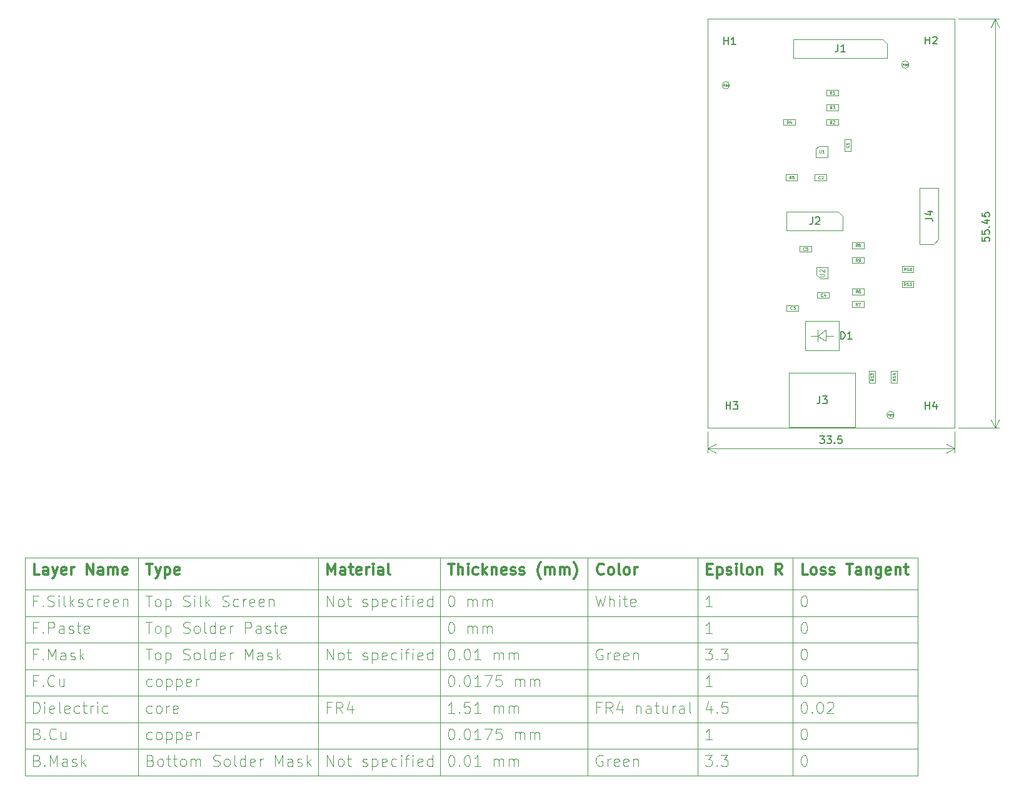
<source format=gbr>
%TF.GenerationSoftware,KiCad,Pcbnew,9.0.3*%
%TF.CreationDate,2025-08-03T17:59:23+05:30*%
%TF.ProjectId,BatteryCharger_FuelGauge_Breakout_Board,42617474-6572-4794-9368-61726765725f,rev?*%
%TF.SameCoordinates,Original*%
%TF.FileFunction,AssemblyDrawing,Top*%
%FSLAX46Y46*%
G04 Gerber Fmt 4.6, Leading zero omitted, Abs format (unit mm)*
G04 Created by KiCad (PCBNEW 9.0.3) date 2025-08-03 17:59:23*
%MOMM*%
%LPD*%
G01*
G04 APERTURE LIST*
%ADD10C,0.100000*%
%ADD11C,0.300000*%
%ADD12C,0.150000*%
%ADD13C,0.060000*%
%ADD14C,0.040000*%
%ADD15C,0.057000*%
%ADD16C,0.090000*%
G04 APERTURE END LIST*
D10*
X136722933Y-179360228D02*
X136865790Y-179360228D01*
X136865790Y-179360228D02*
X137008647Y-179431657D01*
X137008647Y-179431657D02*
X137080076Y-179503085D01*
X137080076Y-179503085D02*
X137151504Y-179645942D01*
X137151504Y-179645942D02*
X137222933Y-179931657D01*
X137222933Y-179931657D02*
X137222933Y-180288800D01*
X137222933Y-180288800D02*
X137151504Y-180574514D01*
X137151504Y-180574514D02*
X137080076Y-180717371D01*
X137080076Y-180717371D02*
X137008647Y-180788800D01*
X137008647Y-180788800D02*
X136865790Y-180860228D01*
X136865790Y-180860228D02*
X136722933Y-180860228D01*
X136722933Y-180860228D02*
X136580076Y-180788800D01*
X136580076Y-180788800D02*
X136508647Y-180717371D01*
X136508647Y-180717371D02*
X136437218Y-180574514D01*
X136437218Y-180574514D02*
X136365790Y-180288800D01*
X136365790Y-180288800D02*
X136365790Y-179931657D01*
X136365790Y-179931657D02*
X136437218Y-179645942D01*
X136437218Y-179645942D02*
X136508647Y-179503085D01*
X136508647Y-179503085D02*
X136580076Y-179431657D01*
X136580076Y-179431657D02*
X136722933Y-179360228D01*
X136722933Y-175754228D02*
X136865790Y-175754228D01*
X136865790Y-175754228D02*
X137008647Y-175825657D01*
X137008647Y-175825657D02*
X137080076Y-175897085D01*
X137080076Y-175897085D02*
X137151504Y-176039942D01*
X137151504Y-176039942D02*
X137222933Y-176325657D01*
X137222933Y-176325657D02*
X137222933Y-176682800D01*
X137222933Y-176682800D02*
X137151504Y-176968514D01*
X137151504Y-176968514D02*
X137080076Y-177111371D01*
X137080076Y-177111371D02*
X137008647Y-177182800D01*
X137008647Y-177182800D02*
X136865790Y-177254228D01*
X136865790Y-177254228D02*
X136722933Y-177254228D01*
X136722933Y-177254228D02*
X136580076Y-177182800D01*
X136580076Y-177182800D02*
X136508647Y-177111371D01*
X136508647Y-177111371D02*
X136437218Y-176968514D01*
X136437218Y-176968514D02*
X136365790Y-176682800D01*
X136365790Y-176682800D02*
X136365790Y-176325657D01*
X136365790Y-176325657D02*
X136437218Y-176039942D01*
X136437218Y-176039942D02*
X136508647Y-175897085D01*
X136508647Y-175897085D02*
X136580076Y-175825657D01*
X136580076Y-175825657D02*
X136722933Y-175754228D01*
X136722933Y-172148228D02*
X136865790Y-172148228D01*
X136865790Y-172148228D02*
X137008647Y-172219657D01*
X137008647Y-172219657D02*
X137080076Y-172291085D01*
X137080076Y-172291085D02*
X137151504Y-172433942D01*
X137151504Y-172433942D02*
X137222933Y-172719657D01*
X137222933Y-172719657D02*
X137222933Y-173076800D01*
X137222933Y-173076800D02*
X137151504Y-173362514D01*
X137151504Y-173362514D02*
X137080076Y-173505371D01*
X137080076Y-173505371D02*
X137008647Y-173576800D01*
X137008647Y-173576800D02*
X136865790Y-173648228D01*
X136865790Y-173648228D02*
X136722933Y-173648228D01*
X136722933Y-173648228D02*
X136580076Y-173576800D01*
X136580076Y-173576800D02*
X136508647Y-173505371D01*
X136508647Y-173505371D02*
X136437218Y-173362514D01*
X136437218Y-173362514D02*
X136365790Y-173076800D01*
X136365790Y-173076800D02*
X136365790Y-172719657D01*
X136365790Y-172719657D02*
X136437218Y-172433942D01*
X136437218Y-172433942D02*
X136508647Y-172291085D01*
X136508647Y-172291085D02*
X136580076Y-172219657D01*
X136580076Y-172219657D02*
X136722933Y-172148228D01*
X137865789Y-173505371D02*
X137937218Y-173576800D01*
X137937218Y-173576800D02*
X137865789Y-173648228D01*
X137865789Y-173648228D02*
X137794361Y-173576800D01*
X137794361Y-173576800D02*
X137865789Y-173505371D01*
X137865789Y-173505371D02*
X137865789Y-173648228D01*
X138865790Y-172148228D02*
X139008647Y-172148228D01*
X139008647Y-172148228D02*
X139151504Y-172219657D01*
X139151504Y-172219657D02*
X139222933Y-172291085D01*
X139222933Y-172291085D02*
X139294361Y-172433942D01*
X139294361Y-172433942D02*
X139365790Y-172719657D01*
X139365790Y-172719657D02*
X139365790Y-173076800D01*
X139365790Y-173076800D02*
X139294361Y-173362514D01*
X139294361Y-173362514D02*
X139222933Y-173505371D01*
X139222933Y-173505371D02*
X139151504Y-173576800D01*
X139151504Y-173576800D02*
X139008647Y-173648228D01*
X139008647Y-173648228D02*
X138865790Y-173648228D01*
X138865790Y-173648228D02*
X138722933Y-173576800D01*
X138722933Y-173576800D02*
X138651504Y-173505371D01*
X138651504Y-173505371D02*
X138580075Y-173362514D01*
X138580075Y-173362514D02*
X138508647Y-173076800D01*
X138508647Y-173076800D02*
X138508647Y-172719657D01*
X138508647Y-172719657D02*
X138580075Y-172433942D01*
X138580075Y-172433942D02*
X138651504Y-172291085D01*
X138651504Y-172291085D02*
X138722933Y-172219657D01*
X138722933Y-172219657D02*
X138865790Y-172148228D01*
X139937218Y-172291085D02*
X140008646Y-172219657D01*
X140008646Y-172219657D02*
X140151504Y-172148228D01*
X140151504Y-172148228D02*
X140508646Y-172148228D01*
X140508646Y-172148228D02*
X140651504Y-172219657D01*
X140651504Y-172219657D02*
X140722932Y-172291085D01*
X140722932Y-172291085D02*
X140794361Y-172433942D01*
X140794361Y-172433942D02*
X140794361Y-172576800D01*
X140794361Y-172576800D02*
X140722932Y-172791085D01*
X140722932Y-172791085D02*
X139865789Y-173648228D01*
X139865789Y-173648228D02*
X140794361Y-173648228D01*
X136722933Y-164936228D02*
X136865790Y-164936228D01*
X136865790Y-164936228D02*
X137008647Y-165007657D01*
X137008647Y-165007657D02*
X137080076Y-165079085D01*
X137080076Y-165079085D02*
X137151504Y-165221942D01*
X137151504Y-165221942D02*
X137222933Y-165507657D01*
X137222933Y-165507657D02*
X137222933Y-165864800D01*
X137222933Y-165864800D02*
X137151504Y-166150514D01*
X137151504Y-166150514D02*
X137080076Y-166293371D01*
X137080076Y-166293371D02*
X137008647Y-166364800D01*
X137008647Y-166364800D02*
X136865790Y-166436228D01*
X136865790Y-166436228D02*
X136722933Y-166436228D01*
X136722933Y-166436228D02*
X136580076Y-166364800D01*
X136580076Y-166364800D02*
X136508647Y-166293371D01*
X136508647Y-166293371D02*
X136437218Y-166150514D01*
X136437218Y-166150514D02*
X136365790Y-165864800D01*
X136365790Y-165864800D02*
X136365790Y-165507657D01*
X136365790Y-165507657D02*
X136437218Y-165221942D01*
X136437218Y-165221942D02*
X136508647Y-165079085D01*
X136508647Y-165079085D02*
X136580076Y-165007657D01*
X136580076Y-165007657D02*
X136722933Y-164936228D01*
X136722933Y-161330228D02*
X136865790Y-161330228D01*
X136865790Y-161330228D02*
X137008647Y-161401657D01*
X137008647Y-161401657D02*
X137080076Y-161473085D01*
X137080076Y-161473085D02*
X137151504Y-161615942D01*
X137151504Y-161615942D02*
X137222933Y-161901657D01*
X137222933Y-161901657D02*
X137222933Y-162258800D01*
X137222933Y-162258800D02*
X137151504Y-162544514D01*
X137151504Y-162544514D02*
X137080076Y-162687371D01*
X137080076Y-162687371D02*
X137008647Y-162758800D01*
X137008647Y-162758800D02*
X136865790Y-162830228D01*
X136865790Y-162830228D02*
X136722933Y-162830228D01*
X136722933Y-162830228D02*
X136580076Y-162758800D01*
X136580076Y-162758800D02*
X136508647Y-162687371D01*
X136508647Y-162687371D02*
X136437218Y-162544514D01*
X136437218Y-162544514D02*
X136365790Y-162258800D01*
X136365790Y-162258800D02*
X136365790Y-161901657D01*
X136365790Y-161901657D02*
X136437218Y-161615942D01*
X136437218Y-161615942D02*
X136508647Y-161473085D01*
X136508647Y-161473085D02*
X136580076Y-161401657D01*
X136580076Y-161401657D02*
X136722933Y-161330228D01*
X136722933Y-157724228D02*
X136865790Y-157724228D01*
X136865790Y-157724228D02*
X137008647Y-157795657D01*
X137008647Y-157795657D02*
X137080076Y-157867085D01*
X137080076Y-157867085D02*
X137151504Y-158009942D01*
X137151504Y-158009942D02*
X137222933Y-158295657D01*
X137222933Y-158295657D02*
X137222933Y-158652800D01*
X137222933Y-158652800D02*
X137151504Y-158938514D01*
X137151504Y-158938514D02*
X137080076Y-159081371D01*
X137080076Y-159081371D02*
X137008647Y-159152800D01*
X137008647Y-159152800D02*
X136865790Y-159224228D01*
X136865790Y-159224228D02*
X136722933Y-159224228D01*
X136722933Y-159224228D02*
X136580076Y-159152800D01*
X136580076Y-159152800D02*
X136508647Y-159081371D01*
X136508647Y-159081371D02*
X136437218Y-158938514D01*
X136437218Y-158938514D02*
X136365790Y-158652800D01*
X136365790Y-158652800D02*
X136365790Y-158295657D01*
X136365790Y-158295657D02*
X136437218Y-158009942D01*
X136437218Y-158009942D02*
X136508647Y-157867085D01*
X136508647Y-157867085D02*
X136580076Y-157795657D01*
X136580076Y-157795657D02*
X136722933Y-157724228D01*
D11*
X137283083Y-154905828D02*
X136568797Y-154905828D01*
X136568797Y-154905828D02*
X136568797Y-153405828D01*
X137997369Y-154905828D02*
X137854512Y-154834400D01*
X137854512Y-154834400D02*
X137783083Y-154762971D01*
X137783083Y-154762971D02*
X137711655Y-154620114D01*
X137711655Y-154620114D02*
X137711655Y-154191542D01*
X137711655Y-154191542D02*
X137783083Y-154048685D01*
X137783083Y-154048685D02*
X137854512Y-153977257D01*
X137854512Y-153977257D02*
X137997369Y-153905828D01*
X137997369Y-153905828D02*
X138211655Y-153905828D01*
X138211655Y-153905828D02*
X138354512Y-153977257D01*
X138354512Y-153977257D02*
X138425941Y-154048685D01*
X138425941Y-154048685D02*
X138497369Y-154191542D01*
X138497369Y-154191542D02*
X138497369Y-154620114D01*
X138497369Y-154620114D02*
X138425941Y-154762971D01*
X138425941Y-154762971D02*
X138354512Y-154834400D01*
X138354512Y-154834400D02*
X138211655Y-154905828D01*
X138211655Y-154905828D02*
X137997369Y-154905828D01*
X139068798Y-154834400D02*
X139211655Y-154905828D01*
X139211655Y-154905828D02*
X139497369Y-154905828D01*
X139497369Y-154905828D02*
X139640226Y-154834400D01*
X139640226Y-154834400D02*
X139711655Y-154691542D01*
X139711655Y-154691542D02*
X139711655Y-154620114D01*
X139711655Y-154620114D02*
X139640226Y-154477257D01*
X139640226Y-154477257D02*
X139497369Y-154405828D01*
X139497369Y-154405828D02*
X139283084Y-154405828D01*
X139283084Y-154405828D02*
X139140226Y-154334400D01*
X139140226Y-154334400D02*
X139068798Y-154191542D01*
X139068798Y-154191542D02*
X139068798Y-154120114D01*
X139068798Y-154120114D02*
X139140226Y-153977257D01*
X139140226Y-153977257D02*
X139283084Y-153905828D01*
X139283084Y-153905828D02*
X139497369Y-153905828D01*
X139497369Y-153905828D02*
X139640226Y-153977257D01*
X140283084Y-154834400D02*
X140425941Y-154905828D01*
X140425941Y-154905828D02*
X140711655Y-154905828D01*
X140711655Y-154905828D02*
X140854512Y-154834400D01*
X140854512Y-154834400D02*
X140925941Y-154691542D01*
X140925941Y-154691542D02*
X140925941Y-154620114D01*
X140925941Y-154620114D02*
X140854512Y-154477257D01*
X140854512Y-154477257D02*
X140711655Y-154405828D01*
X140711655Y-154405828D02*
X140497370Y-154405828D01*
X140497370Y-154405828D02*
X140354512Y-154334400D01*
X140354512Y-154334400D02*
X140283084Y-154191542D01*
X140283084Y-154191542D02*
X140283084Y-154120114D01*
X140283084Y-154120114D02*
X140354512Y-153977257D01*
X140354512Y-153977257D02*
X140497370Y-153905828D01*
X140497370Y-153905828D02*
X140711655Y-153905828D01*
X140711655Y-153905828D02*
X140854512Y-153977257D01*
X142497370Y-153405828D02*
X143354513Y-153405828D01*
X142925941Y-154905828D02*
X142925941Y-153405828D01*
X144497370Y-154905828D02*
X144497370Y-154120114D01*
X144497370Y-154120114D02*
X144425941Y-153977257D01*
X144425941Y-153977257D02*
X144283084Y-153905828D01*
X144283084Y-153905828D02*
X143997370Y-153905828D01*
X143997370Y-153905828D02*
X143854512Y-153977257D01*
X144497370Y-154834400D02*
X144354512Y-154905828D01*
X144354512Y-154905828D02*
X143997370Y-154905828D01*
X143997370Y-154905828D02*
X143854512Y-154834400D01*
X143854512Y-154834400D02*
X143783084Y-154691542D01*
X143783084Y-154691542D02*
X143783084Y-154548685D01*
X143783084Y-154548685D02*
X143854512Y-154405828D01*
X143854512Y-154405828D02*
X143997370Y-154334400D01*
X143997370Y-154334400D02*
X144354512Y-154334400D01*
X144354512Y-154334400D02*
X144497370Y-154262971D01*
X145211655Y-153905828D02*
X145211655Y-154905828D01*
X145211655Y-154048685D02*
X145283084Y-153977257D01*
X145283084Y-153977257D02*
X145425941Y-153905828D01*
X145425941Y-153905828D02*
X145640227Y-153905828D01*
X145640227Y-153905828D02*
X145783084Y-153977257D01*
X145783084Y-153977257D02*
X145854513Y-154120114D01*
X145854513Y-154120114D02*
X145854513Y-154905828D01*
X147211656Y-153905828D02*
X147211656Y-155120114D01*
X147211656Y-155120114D02*
X147140227Y-155262971D01*
X147140227Y-155262971D02*
X147068798Y-155334400D01*
X147068798Y-155334400D02*
X146925941Y-155405828D01*
X146925941Y-155405828D02*
X146711656Y-155405828D01*
X146711656Y-155405828D02*
X146568798Y-155334400D01*
X147211656Y-154834400D02*
X147068798Y-154905828D01*
X147068798Y-154905828D02*
X146783084Y-154905828D01*
X146783084Y-154905828D02*
X146640227Y-154834400D01*
X146640227Y-154834400D02*
X146568798Y-154762971D01*
X146568798Y-154762971D02*
X146497370Y-154620114D01*
X146497370Y-154620114D02*
X146497370Y-154191542D01*
X146497370Y-154191542D02*
X146568798Y-154048685D01*
X146568798Y-154048685D02*
X146640227Y-153977257D01*
X146640227Y-153977257D02*
X146783084Y-153905828D01*
X146783084Y-153905828D02*
X147068798Y-153905828D01*
X147068798Y-153905828D02*
X147211656Y-153977257D01*
X148497370Y-154834400D02*
X148354513Y-154905828D01*
X148354513Y-154905828D02*
X148068799Y-154905828D01*
X148068799Y-154905828D02*
X147925941Y-154834400D01*
X147925941Y-154834400D02*
X147854513Y-154691542D01*
X147854513Y-154691542D02*
X147854513Y-154120114D01*
X147854513Y-154120114D02*
X147925941Y-153977257D01*
X147925941Y-153977257D02*
X148068799Y-153905828D01*
X148068799Y-153905828D02*
X148354513Y-153905828D01*
X148354513Y-153905828D02*
X148497370Y-153977257D01*
X148497370Y-153977257D02*
X148568799Y-154120114D01*
X148568799Y-154120114D02*
X148568799Y-154262971D01*
X148568799Y-154262971D02*
X147854513Y-154405828D01*
X149211655Y-153905828D02*
X149211655Y-154905828D01*
X149211655Y-154048685D02*
X149283084Y-153977257D01*
X149283084Y-153977257D02*
X149425941Y-153905828D01*
X149425941Y-153905828D02*
X149640227Y-153905828D01*
X149640227Y-153905828D02*
X149783084Y-153977257D01*
X149783084Y-153977257D02*
X149854513Y-154120114D01*
X149854513Y-154120114D02*
X149854513Y-154905828D01*
X150354513Y-153905828D02*
X150925941Y-153905828D01*
X150568798Y-153405828D02*
X150568798Y-154691542D01*
X150568798Y-154691542D02*
X150640227Y-154834400D01*
X150640227Y-154834400D02*
X150783084Y-154905828D01*
X150783084Y-154905828D02*
X150925941Y-154905828D01*
D10*
X123408646Y-179360228D02*
X124337218Y-179360228D01*
X124337218Y-179360228D02*
X123837218Y-179931657D01*
X123837218Y-179931657D02*
X124051503Y-179931657D01*
X124051503Y-179931657D02*
X124194361Y-180003085D01*
X124194361Y-180003085D02*
X124265789Y-180074514D01*
X124265789Y-180074514D02*
X124337218Y-180217371D01*
X124337218Y-180217371D02*
X124337218Y-180574514D01*
X124337218Y-180574514D02*
X124265789Y-180717371D01*
X124265789Y-180717371D02*
X124194361Y-180788800D01*
X124194361Y-180788800D02*
X124051503Y-180860228D01*
X124051503Y-180860228D02*
X123622932Y-180860228D01*
X123622932Y-180860228D02*
X123480075Y-180788800D01*
X123480075Y-180788800D02*
X123408646Y-180717371D01*
X124980074Y-180717371D02*
X125051503Y-180788800D01*
X125051503Y-180788800D02*
X124980074Y-180860228D01*
X124980074Y-180860228D02*
X124908646Y-180788800D01*
X124908646Y-180788800D02*
X124980074Y-180717371D01*
X124980074Y-180717371D02*
X124980074Y-180860228D01*
X125551503Y-179360228D02*
X126480075Y-179360228D01*
X126480075Y-179360228D02*
X125980075Y-179931657D01*
X125980075Y-179931657D02*
X126194360Y-179931657D01*
X126194360Y-179931657D02*
X126337218Y-180003085D01*
X126337218Y-180003085D02*
X126408646Y-180074514D01*
X126408646Y-180074514D02*
X126480075Y-180217371D01*
X126480075Y-180217371D02*
X126480075Y-180574514D01*
X126480075Y-180574514D02*
X126408646Y-180717371D01*
X126408646Y-180717371D02*
X126337218Y-180788800D01*
X126337218Y-180788800D02*
X126194360Y-180860228D01*
X126194360Y-180860228D02*
X125765789Y-180860228D01*
X125765789Y-180860228D02*
X125622932Y-180788800D01*
X125622932Y-180788800D02*
X125551503Y-180717371D01*
X109194361Y-172862514D02*
X108694361Y-172862514D01*
X108694361Y-173648228D02*
X108694361Y-172148228D01*
X108694361Y-172148228D02*
X109408647Y-172148228D01*
X110837218Y-173648228D02*
X110337218Y-172933942D01*
X109980075Y-173648228D02*
X109980075Y-172148228D01*
X109980075Y-172148228D02*
X110551504Y-172148228D01*
X110551504Y-172148228D02*
X110694361Y-172219657D01*
X110694361Y-172219657D02*
X110765790Y-172291085D01*
X110765790Y-172291085D02*
X110837218Y-172433942D01*
X110837218Y-172433942D02*
X110837218Y-172648228D01*
X110837218Y-172648228D02*
X110765790Y-172791085D01*
X110765790Y-172791085D02*
X110694361Y-172862514D01*
X110694361Y-172862514D02*
X110551504Y-172933942D01*
X110551504Y-172933942D02*
X109980075Y-172933942D01*
X112122933Y-172648228D02*
X112122933Y-173648228D01*
X111765790Y-172076800D02*
X111408647Y-173148228D01*
X111408647Y-173148228D02*
X112337218Y-173148228D01*
X114051503Y-172648228D02*
X114051503Y-173648228D01*
X114051503Y-172791085D02*
X114122932Y-172719657D01*
X114122932Y-172719657D02*
X114265789Y-172648228D01*
X114265789Y-172648228D02*
X114480075Y-172648228D01*
X114480075Y-172648228D02*
X114622932Y-172719657D01*
X114622932Y-172719657D02*
X114694361Y-172862514D01*
X114694361Y-172862514D02*
X114694361Y-173648228D01*
X116051504Y-173648228D02*
X116051504Y-172862514D01*
X116051504Y-172862514D02*
X115980075Y-172719657D01*
X115980075Y-172719657D02*
X115837218Y-172648228D01*
X115837218Y-172648228D02*
X115551504Y-172648228D01*
X115551504Y-172648228D02*
X115408646Y-172719657D01*
X116051504Y-173576800D02*
X115908646Y-173648228D01*
X115908646Y-173648228D02*
X115551504Y-173648228D01*
X115551504Y-173648228D02*
X115408646Y-173576800D01*
X115408646Y-173576800D02*
X115337218Y-173433942D01*
X115337218Y-173433942D02*
X115337218Y-173291085D01*
X115337218Y-173291085D02*
X115408646Y-173148228D01*
X115408646Y-173148228D02*
X115551504Y-173076800D01*
X115551504Y-173076800D02*
X115908646Y-173076800D01*
X115908646Y-173076800D02*
X116051504Y-173005371D01*
X116551504Y-172648228D02*
X117122932Y-172648228D01*
X116765789Y-172148228D02*
X116765789Y-173433942D01*
X116765789Y-173433942D02*
X116837218Y-173576800D01*
X116837218Y-173576800D02*
X116980075Y-173648228D01*
X116980075Y-173648228D02*
X117122932Y-173648228D01*
X118265790Y-172648228D02*
X118265790Y-173648228D01*
X117622932Y-172648228D02*
X117622932Y-173433942D01*
X117622932Y-173433942D02*
X117694361Y-173576800D01*
X117694361Y-173576800D02*
X117837218Y-173648228D01*
X117837218Y-173648228D02*
X118051504Y-173648228D01*
X118051504Y-173648228D02*
X118194361Y-173576800D01*
X118194361Y-173576800D02*
X118265790Y-173505371D01*
X118980075Y-173648228D02*
X118980075Y-172648228D01*
X118980075Y-172933942D02*
X119051504Y-172791085D01*
X119051504Y-172791085D02*
X119122933Y-172719657D01*
X119122933Y-172719657D02*
X119265790Y-172648228D01*
X119265790Y-172648228D02*
X119408647Y-172648228D01*
X120551504Y-173648228D02*
X120551504Y-172862514D01*
X120551504Y-172862514D02*
X120480075Y-172719657D01*
X120480075Y-172719657D02*
X120337218Y-172648228D01*
X120337218Y-172648228D02*
X120051504Y-172648228D01*
X120051504Y-172648228D02*
X119908646Y-172719657D01*
X120551504Y-173576800D02*
X120408646Y-173648228D01*
X120408646Y-173648228D02*
X120051504Y-173648228D01*
X120051504Y-173648228D02*
X119908646Y-173576800D01*
X119908646Y-173576800D02*
X119837218Y-173433942D01*
X119837218Y-173433942D02*
X119837218Y-173291085D01*
X119837218Y-173291085D02*
X119908646Y-173148228D01*
X119908646Y-173148228D02*
X120051504Y-173076800D01*
X120051504Y-173076800D02*
X120408646Y-173076800D01*
X120408646Y-173076800D02*
X120551504Y-173005371D01*
X121480075Y-173648228D02*
X121337218Y-173576800D01*
X121337218Y-173576800D02*
X121265789Y-173433942D01*
X121265789Y-173433942D02*
X121265789Y-172148228D01*
X88951504Y-175754228D02*
X89094361Y-175754228D01*
X89094361Y-175754228D02*
X89237218Y-175825657D01*
X89237218Y-175825657D02*
X89308647Y-175897085D01*
X89308647Y-175897085D02*
X89380075Y-176039942D01*
X89380075Y-176039942D02*
X89451504Y-176325657D01*
X89451504Y-176325657D02*
X89451504Y-176682800D01*
X89451504Y-176682800D02*
X89380075Y-176968514D01*
X89380075Y-176968514D02*
X89308647Y-177111371D01*
X89308647Y-177111371D02*
X89237218Y-177182800D01*
X89237218Y-177182800D02*
X89094361Y-177254228D01*
X89094361Y-177254228D02*
X88951504Y-177254228D01*
X88951504Y-177254228D02*
X88808647Y-177182800D01*
X88808647Y-177182800D02*
X88737218Y-177111371D01*
X88737218Y-177111371D02*
X88665789Y-176968514D01*
X88665789Y-176968514D02*
X88594361Y-176682800D01*
X88594361Y-176682800D02*
X88594361Y-176325657D01*
X88594361Y-176325657D02*
X88665789Y-176039942D01*
X88665789Y-176039942D02*
X88737218Y-175897085D01*
X88737218Y-175897085D02*
X88808647Y-175825657D01*
X88808647Y-175825657D02*
X88951504Y-175754228D01*
X90094360Y-177111371D02*
X90165789Y-177182800D01*
X90165789Y-177182800D02*
X90094360Y-177254228D01*
X90094360Y-177254228D02*
X90022932Y-177182800D01*
X90022932Y-177182800D02*
X90094360Y-177111371D01*
X90094360Y-177111371D02*
X90094360Y-177254228D01*
X91094361Y-175754228D02*
X91237218Y-175754228D01*
X91237218Y-175754228D02*
X91380075Y-175825657D01*
X91380075Y-175825657D02*
X91451504Y-175897085D01*
X91451504Y-175897085D02*
X91522932Y-176039942D01*
X91522932Y-176039942D02*
X91594361Y-176325657D01*
X91594361Y-176325657D02*
X91594361Y-176682800D01*
X91594361Y-176682800D02*
X91522932Y-176968514D01*
X91522932Y-176968514D02*
X91451504Y-177111371D01*
X91451504Y-177111371D02*
X91380075Y-177182800D01*
X91380075Y-177182800D02*
X91237218Y-177254228D01*
X91237218Y-177254228D02*
X91094361Y-177254228D01*
X91094361Y-177254228D02*
X90951504Y-177182800D01*
X90951504Y-177182800D02*
X90880075Y-177111371D01*
X90880075Y-177111371D02*
X90808646Y-176968514D01*
X90808646Y-176968514D02*
X90737218Y-176682800D01*
X90737218Y-176682800D02*
X90737218Y-176325657D01*
X90737218Y-176325657D02*
X90808646Y-176039942D01*
X90808646Y-176039942D02*
X90880075Y-175897085D01*
X90880075Y-175897085D02*
X90951504Y-175825657D01*
X90951504Y-175825657D02*
X91094361Y-175754228D01*
X93022932Y-177254228D02*
X92165789Y-177254228D01*
X92594360Y-177254228D02*
X92594360Y-175754228D01*
X92594360Y-175754228D02*
X92451503Y-175968514D01*
X92451503Y-175968514D02*
X92308646Y-176111371D01*
X92308646Y-176111371D02*
X92165789Y-176182800D01*
X93522931Y-175754228D02*
X94522931Y-175754228D01*
X94522931Y-175754228D02*
X93880074Y-177254228D01*
X95808645Y-175754228D02*
X95094359Y-175754228D01*
X95094359Y-175754228D02*
X95022931Y-176468514D01*
X95022931Y-176468514D02*
X95094359Y-176397085D01*
X95094359Y-176397085D02*
X95237217Y-176325657D01*
X95237217Y-176325657D02*
X95594359Y-176325657D01*
X95594359Y-176325657D02*
X95737217Y-176397085D01*
X95737217Y-176397085D02*
X95808645Y-176468514D01*
X95808645Y-176468514D02*
X95880074Y-176611371D01*
X95880074Y-176611371D02*
X95880074Y-176968514D01*
X95880074Y-176968514D02*
X95808645Y-177111371D01*
X95808645Y-177111371D02*
X95737217Y-177182800D01*
X95737217Y-177182800D02*
X95594359Y-177254228D01*
X95594359Y-177254228D02*
X95237217Y-177254228D01*
X95237217Y-177254228D02*
X95094359Y-177182800D01*
X95094359Y-177182800D02*
X95022931Y-177111371D01*
X97665787Y-177254228D02*
X97665787Y-176254228D01*
X97665787Y-176397085D02*
X97737216Y-176325657D01*
X97737216Y-176325657D02*
X97880073Y-176254228D01*
X97880073Y-176254228D02*
X98094359Y-176254228D01*
X98094359Y-176254228D02*
X98237216Y-176325657D01*
X98237216Y-176325657D02*
X98308645Y-176468514D01*
X98308645Y-176468514D02*
X98308645Y-177254228D01*
X98308645Y-176468514D02*
X98380073Y-176325657D01*
X98380073Y-176325657D02*
X98522930Y-176254228D01*
X98522930Y-176254228D02*
X98737216Y-176254228D01*
X98737216Y-176254228D02*
X98880073Y-176325657D01*
X98880073Y-176325657D02*
X98951502Y-176468514D01*
X98951502Y-176468514D02*
X98951502Y-177254228D01*
X99665787Y-177254228D02*
X99665787Y-176254228D01*
X99665787Y-176397085D02*
X99737216Y-176325657D01*
X99737216Y-176325657D02*
X99880073Y-176254228D01*
X99880073Y-176254228D02*
X100094359Y-176254228D01*
X100094359Y-176254228D02*
X100237216Y-176325657D01*
X100237216Y-176325657D02*
X100308645Y-176468514D01*
X100308645Y-176468514D02*
X100308645Y-177254228D01*
X100308645Y-176468514D02*
X100380073Y-176325657D01*
X100380073Y-176325657D02*
X100522930Y-176254228D01*
X100522930Y-176254228D02*
X100737216Y-176254228D01*
X100737216Y-176254228D02*
X100880073Y-176325657D01*
X100880073Y-176325657D02*
X100951502Y-176468514D01*
X100951502Y-176468514D02*
X100951502Y-177254228D01*
X108551504Y-157724228D02*
X108908647Y-159224228D01*
X108908647Y-159224228D02*
X109194361Y-158152800D01*
X109194361Y-158152800D02*
X109480076Y-159224228D01*
X109480076Y-159224228D02*
X109837219Y-157724228D01*
X110408647Y-159224228D02*
X110408647Y-157724228D01*
X111051505Y-159224228D02*
X111051505Y-158438514D01*
X111051505Y-158438514D02*
X110980076Y-158295657D01*
X110980076Y-158295657D02*
X110837219Y-158224228D01*
X110837219Y-158224228D02*
X110622933Y-158224228D01*
X110622933Y-158224228D02*
X110480076Y-158295657D01*
X110480076Y-158295657D02*
X110408647Y-158367085D01*
X111765790Y-159224228D02*
X111765790Y-158224228D01*
X111765790Y-157724228D02*
X111694362Y-157795657D01*
X111694362Y-157795657D02*
X111765790Y-157867085D01*
X111765790Y-157867085D02*
X111837219Y-157795657D01*
X111837219Y-157795657D02*
X111765790Y-157724228D01*
X111765790Y-157724228D02*
X111765790Y-157867085D01*
X112265791Y-158224228D02*
X112837219Y-158224228D01*
X112480076Y-157724228D02*
X112480076Y-159009942D01*
X112480076Y-159009942D02*
X112551505Y-159152800D01*
X112551505Y-159152800D02*
X112694362Y-159224228D01*
X112694362Y-159224228D02*
X112837219Y-159224228D01*
X113908648Y-159152800D02*
X113765791Y-159224228D01*
X113765791Y-159224228D02*
X113480077Y-159224228D01*
X113480077Y-159224228D02*
X113337219Y-159152800D01*
X113337219Y-159152800D02*
X113265791Y-159009942D01*
X113265791Y-159009942D02*
X113265791Y-158438514D01*
X113265791Y-158438514D02*
X113337219Y-158295657D01*
X113337219Y-158295657D02*
X113480077Y-158224228D01*
X113480077Y-158224228D02*
X113765791Y-158224228D01*
X113765791Y-158224228D02*
X113908648Y-158295657D01*
X113908648Y-158295657D02*
X113980077Y-158438514D01*
X113980077Y-158438514D02*
X113980077Y-158581371D01*
X113980077Y-158581371D02*
X113265791Y-158724228D01*
X88951504Y-168542228D02*
X89094361Y-168542228D01*
X89094361Y-168542228D02*
X89237218Y-168613657D01*
X89237218Y-168613657D02*
X89308647Y-168685085D01*
X89308647Y-168685085D02*
X89380075Y-168827942D01*
X89380075Y-168827942D02*
X89451504Y-169113657D01*
X89451504Y-169113657D02*
X89451504Y-169470800D01*
X89451504Y-169470800D02*
X89380075Y-169756514D01*
X89380075Y-169756514D02*
X89308647Y-169899371D01*
X89308647Y-169899371D02*
X89237218Y-169970800D01*
X89237218Y-169970800D02*
X89094361Y-170042228D01*
X89094361Y-170042228D02*
X88951504Y-170042228D01*
X88951504Y-170042228D02*
X88808647Y-169970800D01*
X88808647Y-169970800D02*
X88737218Y-169899371D01*
X88737218Y-169899371D02*
X88665789Y-169756514D01*
X88665789Y-169756514D02*
X88594361Y-169470800D01*
X88594361Y-169470800D02*
X88594361Y-169113657D01*
X88594361Y-169113657D02*
X88665789Y-168827942D01*
X88665789Y-168827942D02*
X88737218Y-168685085D01*
X88737218Y-168685085D02*
X88808647Y-168613657D01*
X88808647Y-168613657D02*
X88951504Y-168542228D01*
X90094360Y-169899371D02*
X90165789Y-169970800D01*
X90165789Y-169970800D02*
X90094360Y-170042228D01*
X90094360Y-170042228D02*
X90022932Y-169970800D01*
X90022932Y-169970800D02*
X90094360Y-169899371D01*
X90094360Y-169899371D02*
X90094360Y-170042228D01*
X91094361Y-168542228D02*
X91237218Y-168542228D01*
X91237218Y-168542228D02*
X91380075Y-168613657D01*
X91380075Y-168613657D02*
X91451504Y-168685085D01*
X91451504Y-168685085D02*
X91522932Y-168827942D01*
X91522932Y-168827942D02*
X91594361Y-169113657D01*
X91594361Y-169113657D02*
X91594361Y-169470800D01*
X91594361Y-169470800D02*
X91522932Y-169756514D01*
X91522932Y-169756514D02*
X91451504Y-169899371D01*
X91451504Y-169899371D02*
X91380075Y-169970800D01*
X91380075Y-169970800D02*
X91237218Y-170042228D01*
X91237218Y-170042228D02*
X91094361Y-170042228D01*
X91094361Y-170042228D02*
X90951504Y-169970800D01*
X90951504Y-169970800D02*
X90880075Y-169899371D01*
X90880075Y-169899371D02*
X90808646Y-169756514D01*
X90808646Y-169756514D02*
X90737218Y-169470800D01*
X90737218Y-169470800D02*
X90737218Y-169113657D01*
X90737218Y-169113657D02*
X90808646Y-168827942D01*
X90808646Y-168827942D02*
X90880075Y-168685085D01*
X90880075Y-168685085D02*
X90951504Y-168613657D01*
X90951504Y-168613657D02*
X91094361Y-168542228D01*
X93022932Y-170042228D02*
X92165789Y-170042228D01*
X92594360Y-170042228D02*
X92594360Y-168542228D01*
X92594360Y-168542228D02*
X92451503Y-168756514D01*
X92451503Y-168756514D02*
X92308646Y-168899371D01*
X92308646Y-168899371D02*
X92165789Y-168970800D01*
X93522931Y-168542228D02*
X94522931Y-168542228D01*
X94522931Y-168542228D02*
X93880074Y-170042228D01*
X95808645Y-168542228D02*
X95094359Y-168542228D01*
X95094359Y-168542228D02*
X95022931Y-169256514D01*
X95022931Y-169256514D02*
X95094359Y-169185085D01*
X95094359Y-169185085D02*
X95237217Y-169113657D01*
X95237217Y-169113657D02*
X95594359Y-169113657D01*
X95594359Y-169113657D02*
X95737217Y-169185085D01*
X95737217Y-169185085D02*
X95808645Y-169256514D01*
X95808645Y-169256514D02*
X95880074Y-169399371D01*
X95880074Y-169399371D02*
X95880074Y-169756514D01*
X95880074Y-169756514D02*
X95808645Y-169899371D01*
X95808645Y-169899371D02*
X95737217Y-169970800D01*
X95737217Y-169970800D02*
X95594359Y-170042228D01*
X95594359Y-170042228D02*
X95237217Y-170042228D01*
X95237217Y-170042228D02*
X95094359Y-169970800D01*
X95094359Y-169970800D02*
X95022931Y-169899371D01*
X97665787Y-170042228D02*
X97665787Y-169042228D01*
X97665787Y-169185085D02*
X97737216Y-169113657D01*
X97737216Y-169113657D02*
X97880073Y-169042228D01*
X97880073Y-169042228D02*
X98094359Y-169042228D01*
X98094359Y-169042228D02*
X98237216Y-169113657D01*
X98237216Y-169113657D02*
X98308645Y-169256514D01*
X98308645Y-169256514D02*
X98308645Y-170042228D01*
X98308645Y-169256514D02*
X98380073Y-169113657D01*
X98380073Y-169113657D02*
X98522930Y-169042228D01*
X98522930Y-169042228D02*
X98737216Y-169042228D01*
X98737216Y-169042228D02*
X98880073Y-169113657D01*
X98880073Y-169113657D02*
X98951502Y-169256514D01*
X98951502Y-169256514D02*
X98951502Y-170042228D01*
X99665787Y-170042228D02*
X99665787Y-169042228D01*
X99665787Y-169185085D02*
X99737216Y-169113657D01*
X99737216Y-169113657D02*
X99880073Y-169042228D01*
X99880073Y-169042228D02*
X100094359Y-169042228D01*
X100094359Y-169042228D02*
X100237216Y-169113657D01*
X100237216Y-169113657D02*
X100308645Y-169256514D01*
X100308645Y-169256514D02*
X100308645Y-170042228D01*
X100308645Y-169256514D02*
X100380073Y-169113657D01*
X100380073Y-169113657D02*
X100522930Y-169042228D01*
X100522930Y-169042228D02*
X100737216Y-169042228D01*
X100737216Y-169042228D02*
X100880073Y-169113657D01*
X100880073Y-169113657D02*
X100951502Y-169256514D01*
X100951502Y-169256514D02*
X100951502Y-170042228D01*
X88951504Y-157724228D02*
X89094361Y-157724228D01*
X89094361Y-157724228D02*
X89237218Y-157795657D01*
X89237218Y-157795657D02*
X89308647Y-157867085D01*
X89308647Y-157867085D02*
X89380075Y-158009942D01*
X89380075Y-158009942D02*
X89451504Y-158295657D01*
X89451504Y-158295657D02*
X89451504Y-158652800D01*
X89451504Y-158652800D02*
X89380075Y-158938514D01*
X89380075Y-158938514D02*
X89308647Y-159081371D01*
X89308647Y-159081371D02*
X89237218Y-159152800D01*
X89237218Y-159152800D02*
X89094361Y-159224228D01*
X89094361Y-159224228D02*
X88951504Y-159224228D01*
X88951504Y-159224228D02*
X88808647Y-159152800D01*
X88808647Y-159152800D02*
X88737218Y-159081371D01*
X88737218Y-159081371D02*
X88665789Y-158938514D01*
X88665789Y-158938514D02*
X88594361Y-158652800D01*
X88594361Y-158652800D02*
X88594361Y-158295657D01*
X88594361Y-158295657D02*
X88665789Y-158009942D01*
X88665789Y-158009942D02*
X88737218Y-157867085D01*
X88737218Y-157867085D02*
X88808647Y-157795657D01*
X88808647Y-157795657D02*
X88951504Y-157724228D01*
X91237217Y-159224228D02*
X91237217Y-158224228D01*
X91237217Y-158367085D02*
X91308646Y-158295657D01*
X91308646Y-158295657D02*
X91451503Y-158224228D01*
X91451503Y-158224228D02*
X91665789Y-158224228D01*
X91665789Y-158224228D02*
X91808646Y-158295657D01*
X91808646Y-158295657D02*
X91880075Y-158438514D01*
X91880075Y-158438514D02*
X91880075Y-159224228D01*
X91880075Y-158438514D02*
X91951503Y-158295657D01*
X91951503Y-158295657D02*
X92094360Y-158224228D01*
X92094360Y-158224228D02*
X92308646Y-158224228D01*
X92308646Y-158224228D02*
X92451503Y-158295657D01*
X92451503Y-158295657D02*
X92522932Y-158438514D01*
X92522932Y-158438514D02*
X92522932Y-159224228D01*
X93237217Y-159224228D02*
X93237217Y-158224228D01*
X93237217Y-158367085D02*
X93308646Y-158295657D01*
X93308646Y-158295657D02*
X93451503Y-158224228D01*
X93451503Y-158224228D02*
X93665789Y-158224228D01*
X93665789Y-158224228D02*
X93808646Y-158295657D01*
X93808646Y-158295657D02*
X93880075Y-158438514D01*
X93880075Y-158438514D02*
X93880075Y-159224228D01*
X93880075Y-158438514D02*
X93951503Y-158295657D01*
X93951503Y-158295657D02*
X94094360Y-158224228D01*
X94094360Y-158224228D02*
X94308646Y-158224228D01*
X94308646Y-158224228D02*
X94451503Y-158295657D01*
X94451503Y-158295657D02*
X94522932Y-158438514D01*
X94522932Y-158438514D02*
X94522932Y-159224228D01*
X88951504Y-179360228D02*
X89094361Y-179360228D01*
X89094361Y-179360228D02*
X89237218Y-179431657D01*
X89237218Y-179431657D02*
X89308647Y-179503085D01*
X89308647Y-179503085D02*
X89380075Y-179645942D01*
X89380075Y-179645942D02*
X89451504Y-179931657D01*
X89451504Y-179931657D02*
X89451504Y-180288800D01*
X89451504Y-180288800D02*
X89380075Y-180574514D01*
X89380075Y-180574514D02*
X89308647Y-180717371D01*
X89308647Y-180717371D02*
X89237218Y-180788800D01*
X89237218Y-180788800D02*
X89094361Y-180860228D01*
X89094361Y-180860228D02*
X88951504Y-180860228D01*
X88951504Y-180860228D02*
X88808647Y-180788800D01*
X88808647Y-180788800D02*
X88737218Y-180717371D01*
X88737218Y-180717371D02*
X88665789Y-180574514D01*
X88665789Y-180574514D02*
X88594361Y-180288800D01*
X88594361Y-180288800D02*
X88594361Y-179931657D01*
X88594361Y-179931657D02*
X88665789Y-179645942D01*
X88665789Y-179645942D02*
X88737218Y-179503085D01*
X88737218Y-179503085D02*
X88808647Y-179431657D01*
X88808647Y-179431657D02*
X88951504Y-179360228D01*
X90094360Y-180717371D02*
X90165789Y-180788800D01*
X90165789Y-180788800D02*
X90094360Y-180860228D01*
X90094360Y-180860228D02*
X90022932Y-180788800D01*
X90022932Y-180788800D02*
X90094360Y-180717371D01*
X90094360Y-180717371D02*
X90094360Y-180860228D01*
X91094361Y-179360228D02*
X91237218Y-179360228D01*
X91237218Y-179360228D02*
X91380075Y-179431657D01*
X91380075Y-179431657D02*
X91451504Y-179503085D01*
X91451504Y-179503085D02*
X91522932Y-179645942D01*
X91522932Y-179645942D02*
X91594361Y-179931657D01*
X91594361Y-179931657D02*
X91594361Y-180288800D01*
X91594361Y-180288800D02*
X91522932Y-180574514D01*
X91522932Y-180574514D02*
X91451504Y-180717371D01*
X91451504Y-180717371D02*
X91380075Y-180788800D01*
X91380075Y-180788800D02*
X91237218Y-180860228D01*
X91237218Y-180860228D02*
X91094361Y-180860228D01*
X91094361Y-180860228D02*
X90951504Y-180788800D01*
X90951504Y-180788800D02*
X90880075Y-180717371D01*
X90880075Y-180717371D02*
X90808646Y-180574514D01*
X90808646Y-180574514D02*
X90737218Y-180288800D01*
X90737218Y-180288800D02*
X90737218Y-179931657D01*
X90737218Y-179931657D02*
X90808646Y-179645942D01*
X90808646Y-179645942D02*
X90880075Y-179503085D01*
X90880075Y-179503085D02*
X90951504Y-179431657D01*
X90951504Y-179431657D02*
X91094361Y-179360228D01*
X93022932Y-180860228D02*
X92165789Y-180860228D01*
X92594360Y-180860228D02*
X92594360Y-179360228D01*
X92594360Y-179360228D02*
X92451503Y-179574514D01*
X92451503Y-179574514D02*
X92308646Y-179717371D01*
X92308646Y-179717371D02*
X92165789Y-179788800D01*
X94808645Y-180860228D02*
X94808645Y-179860228D01*
X94808645Y-180003085D02*
X94880074Y-179931657D01*
X94880074Y-179931657D02*
X95022931Y-179860228D01*
X95022931Y-179860228D02*
X95237217Y-179860228D01*
X95237217Y-179860228D02*
X95380074Y-179931657D01*
X95380074Y-179931657D02*
X95451503Y-180074514D01*
X95451503Y-180074514D02*
X95451503Y-180860228D01*
X95451503Y-180074514D02*
X95522931Y-179931657D01*
X95522931Y-179931657D02*
X95665788Y-179860228D01*
X95665788Y-179860228D02*
X95880074Y-179860228D01*
X95880074Y-179860228D02*
X96022931Y-179931657D01*
X96022931Y-179931657D02*
X96094360Y-180074514D01*
X96094360Y-180074514D02*
X96094360Y-180860228D01*
X96808645Y-180860228D02*
X96808645Y-179860228D01*
X96808645Y-180003085D02*
X96880074Y-179931657D01*
X96880074Y-179931657D02*
X97022931Y-179860228D01*
X97022931Y-179860228D02*
X97237217Y-179860228D01*
X97237217Y-179860228D02*
X97380074Y-179931657D01*
X97380074Y-179931657D02*
X97451503Y-180074514D01*
X97451503Y-180074514D02*
X97451503Y-180860228D01*
X97451503Y-180074514D02*
X97522931Y-179931657D01*
X97522931Y-179931657D02*
X97665788Y-179860228D01*
X97665788Y-179860228D02*
X97880074Y-179860228D01*
X97880074Y-179860228D02*
X98022931Y-179931657D01*
X98022931Y-179931657D02*
X98094360Y-180074514D01*
X98094360Y-180074514D02*
X98094360Y-180860228D01*
D11*
X123683082Y-154120114D02*
X124183082Y-154120114D01*
X124397368Y-154905828D02*
X123683082Y-154905828D01*
X123683082Y-154905828D02*
X123683082Y-153405828D01*
X123683082Y-153405828D02*
X124397368Y-153405828D01*
X125040225Y-153905828D02*
X125040225Y-155405828D01*
X125040225Y-153977257D02*
X125183083Y-153905828D01*
X125183083Y-153905828D02*
X125468797Y-153905828D01*
X125468797Y-153905828D02*
X125611654Y-153977257D01*
X125611654Y-153977257D02*
X125683083Y-154048685D01*
X125683083Y-154048685D02*
X125754511Y-154191542D01*
X125754511Y-154191542D02*
X125754511Y-154620114D01*
X125754511Y-154620114D02*
X125683083Y-154762971D01*
X125683083Y-154762971D02*
X125611654Y-154834400D01*
X125611654Y-154834400D02*
X125468797Y-154905828D01*
X125468797Y-154905828D02*
X125183083Y-154905828D01*
X125183083Y-154905828D02*
X125040225Y-154834400D01*
X126325940Y-154834400D02*
X126468797Y-154905828D01*
X126468797Y-154905828D02*
X126754511Y-154905828D01*
X126754511Y-154905828D02*
X126897368Y-154834400D01*
X126897368Y-154834400D02*
X126968797Y-154691542D01*
X126968797Y-154691542D02*
X126968797Y-154620114D01*
X126968797Y-154620114D02*
X126897368Y-154477257D01*
X126897368Y-154477257D02*
X126754511Y-154405828D01*
X126754511Y-154405828D02*
X126540226Y-154405828D01*
X126540226Y-154405828D02*
X126397368Y-154334400D01*
X126397368Y-154334400D02*
X126325940Y-154191542D01*
X126325940Y-154191542D02*
X126325940Y-154120114D01*
X126325940Y-154120114D02*
X126397368Y-153977257D01*
X126397368Y-153977257D02*
X126540226Y-153905828D01*
X126540226Y-153905828D02*
X126754511Y-153905828D01*
X126754511Y-153905828D02*
X126897368Y-153977257D01*
X127611654Y-154905828D02*
X127611654Y-153905828D01*
X127611654Y-153405828D02*
X127540226Y-153477257D01*
X127540226Y-153477257D02*
X127611654Y-153548685D01*
X127611654Y-153548685D02*
X127683083Y-153477257D01*
X127683083Y-153477257D02*
X127611654Y-153405828D01*
X127611654Y-153405828D02*
X127611654Y-153548685D01*
X128540226Y-154905828D02*
X128397369Y-154834400D01*
X128397369Y-154834400D02*
X128325940Y-154691542D01*
X128325940Y-154691542D02*
X128325940Y-153405828D01*
X129325940Y-154905828D02*
X129183083Y-154834400D01*
X129183083Y-154834400D02*
X129111654Y-154762971D01*
X129111654Y-154762971D02*
X129040226Y-154620114D01*
X129040226Y-154620114D02*
X129040226Y-154191542D01*
X129040226Y-154191542D02*
X129111654Y-154048685D01*
X129111654Y-154048685D02*
X129183083Y-153977257D01*
X129183083Y-153977257D02*
X129325940Y-153905828D01*
X129325940Y-153905828D02*
X129540226Y-153905828D01*
X129540226Y-153905828D02*
X129683083Y-153977257D01*
X129683083Y-153977257D02*
X129754512Y-154048685D01*
X129754512Y-154048685D02*
X129825940Y-154191542D01*
X129825940Y-154191542D02*
X129825940Y-154620114D01*
X129825940Y-154620114D02*
X129754512Y-154762971D01*
X129754512Y-154762971D02*
X129683083Y-154834400D01*
X129683083Y-154834400D02*
X129540226Y-154905828D01*
X129540226Y-154905828D02*
X129325940Y-154905828D01*
X130468797Y-153905828D02*
X130468797Y-154905828D01*
X130468797Y-154048685D02*
X130540226Y-153977257D01*
X130540226Y-153977257D02*
X130683083Y-153905828D01*
X130683083Y-153905828D02*
X130897369Y-153905828D01*
X130897369Y-153905828D02*
X131040226Y-153977257D01*
X131040226Y-153977257D02*
X131111655Y-154120114D01*
X131111655Y-154120114D02*
X131111655Y-154905828D01*
X133825940Y-154905828D02*
X133325940Y-154191542D01*
X132968797Y-154905828D02*
X132968797Y-153405828D01*
X132968797Y-153405828D02*
X133540226Y-153405828D01*
X133540226Y-153405828D02*
X133683083Y-153477257D01*
X133683083Y-153477257D02*
X133754512Y-153548685D01*
X133754512Y-153548685D02*
X133825940Y-153691542D01*
X133825940Y-153691542D02*
X133825940Y-153905828D01*
X133825940Y-153905828D02*
X133754512Y-154048685D01*
X133754512Y-154048685D02*
X133683083Y-154120114D01*
X133683083Y-154120114D02*
X133540226Y-154191542D01*
X133540226Y-154191542D02*
X132968797Y-154191542D01*
D10*
X124337218Y-162830228D02*
X123480075Y-162830228D01*
X123908646Y-162830228D02*
X123908646Y-161330228D01*
X123908646Y-161330228D02*
X123765789Y-161544514D01*
X123765789Y-161544514D02*
X123622932Y-161687371D01*
X123622932Y-161687371D02*
X123480075Y-161758800D01*
D11*
X88583083Y-153405828D02*
X89440226Y-153405828D01*
X89011654Y-154905828D02*
X89011654Y-153405828D01*
X89940225Y-154905828D02*
X89940225Y-153405828D01*
X90583083Y-154905828D02*
X90583083Y-154120114D01*
X90583083Y-154120114D02*
X90511654Y-153977257D01*
X90511654Y-153977257D02*
X90368797Y-153905828D01*
X90368797Y-153905828D02*
X90154511Y-153905828D01*
X90154511Y-153905828D02*
X90011654Y-153977257D01*
X90011654Y-153977257D02*
X89940225Y-154048685D01*
X91297368Y-154905828D02*
X91297368Y-153905828D01*
X91297368Y-153405828D02*
X91225940Y-153477257D01*
X91225940Y-153477257D02*
X91297368Y-153548685D01*
X91297368Y-153548685D02*
X91368797Y-153477257D01*
X91368797Y-153477257D02*
X91297368Y-153405828D01*
X91297368Y-153405828D02*
X91297368Y-153548685D01*
X92654512Y-154834400D02*
X92511654Y-154905828D01*
X92511654Y-154905828D02*
X92225940Y-154905828D01*
X92225940Y-154905828D02*
X92083083Y-154834400D01*
X92083083Y-154834400D02*
X92011654Y-154762971D01*
X92011654Y-154762971D02*
X91940226Y-154620114D01*
X91940226Y-154620114D02*
X91940226Y-154191542D01*
X91940226Y-154191542D02*
X92011654Y-154048685D01*
X92011654Y-154048685D02*
X92083083Y-153977257D01*
X92083083Y-153977257D02*
X92225940Y-153905828D01*
X92225940Y-153905828D02*
X92511654Y-153905828D01*
X92511654Y-153905828D02*
X92654512Y-153977257D01*
X93297368Y-154905828D02*
X93297368Y-153405828D01*
X93440226Y-154334400D02*
X93868797Y-154905828D01*
X93868797Y-153905828D02*
X93297368Y-154477257D01*
X94511654Y-153905828D02*
X94511654Y-154905828D01*
X94511654Y-154048685D02*
X94583083Y-153977257D01*
X94583083Y-153977257D02*
X94725940Y-153905828D01*
X94725940Y-153905828D02*
X94940226Y-153905828D01*
X94940226Y-153905828D02*
X95083083Y-153977257D01*
X95083083Y-153977257D02*
X95154512Y-154120114D01*
X95154512Y-154120114D02*
X95154512Y-154905828D01*
X96440226Y-154834400D02*
X96297369Y-154905828D01*
X96297369Y-154905828D02*
X96011655Y-154905828D01*
X96011655Y-154905828D02*
X95868797Y-154834400D01*
X95868797Y-154834400D02*
X95797369Y-154691542D01*
X95797369Y-154691542D02*
X95797369Y-154120114D01*
X95797369Y-154120114D02*
X95868797Y-153977257D01*
X95868797Y-153977257D02*
X96011655Y-153905828D01*
X96011655Y-153905828D02*
X96297369Y-153905828D01*
X96297369Y-153905828D02*
X96440226Y-153977257D01*
X96440226Y-153977257D02*
X96511655Y-154120114D01*
X96511655Y-154120114D02*
X96511655Y-154262971D01*
X96511655Y-154262971D02*
X95797369Y-154405828D01*
X97083083Y-154834400D02*
X97225940Y-154905828D01*
X97225940Y-154905828D02*
X97511654Y-154905828D01*
X97511654Y-154905828D02*
X97654511Y-154834400D01*
X97654511Y-154834400D02*
X97725940Y-154691542D01*
X97725940Y-154691542D02*
X97725940Y-154620114D01*
X97725940Y-154620114D02*
X97654511Y-154477257D01*
X97654511Y-154477257D02*
X97511654Y-154405828D01*
X97511654Y-154405828D02*
X97297369Y-154405828D01*
X97297369Y-154405828D02*
X97154511Y-154334400D01*
X97154511Y-154334400D02*
X97083083Y-154191542D01*
X97083083Y-154191542D02*
X97083083Y-154120114D01*
X97083083Y-154120114D02*
X97154511Y-153977257D01*
X97154511Y-153977257D02*
X97297369Y-153905828D01*
X97297369Y-153905828D02*
X97511654Y-153905828D01*
X97511654Y-153905828D02*
X97654511Y-153977257D01*
X98297369Y-154834400D02*
X98440226Y-154905828D01*
X98440226Y-154905828D02*
X98725940Y-154905828D01*
X98725940Y-154905828D02*
X98868797Y-154834400D01*
X98868797Y-154834400D02*
X98940226Y-154691542D01*
X98940226Y-154691542D02*
X98940226Y-154620114D01*
X98940226Y-154620114D02*
X98868797Y-154477257D01*
X98868797Y-154477257D02*
X98725940Y-154405828D01*
X98725940Y-154405828D02*
X98511655Y-154405828D01*
X98511655Y-154405828D02*
X98368797Y-154334400D01*
X98368797Y-154334400D02*
X98297369Y-154191542D01*
X98297369Y-154191542D02*
X98297369Y-154120114D01*
X98297369Y-154120114D02*
X98368797Y-153977257D01*
X98368797Y-153977257D02*
X98511655Y-153905828D01*
X98511655Y-153905828D02*
X98725940Y-153905828D01*
X98725940Y-153905828D02*
X98868797Y-153977257D01*
X101154512Y-155477257D02*
X101083083Y-155405828D01*
X101083083Y-155405828D02*
X100940226Y-155191542D01*
X100940226Y-155191542D02*
X100868798Y-155048685D01*
X100868798Y-155048685D02*
X100797369Y-154834400D01*
X100797369Y-154834400D02*
X100725940Y-154477257D01*
X100725940Y-154477257D02*
X100725940Y-154191542D01*
X100725940Y-154191542D02*
X100797369Y-153834400D01*
X100797369Y-153834400D02*
X100868798Y-153620114D01*
X100868798Y-153620114D02*
X100940226Y-153477257D01*
X100940226Y-153477257D02*
X101083083Y-153262971D01*
X101083083Y-153262971D02*
X101154512Y-153191542D01*
X101725940Y-154905828D02*
X101725940Y-153905828D01*
X101725940Y-154048685D02*
X101797369Y-153977257D01*
X101797369Y-153977257D02*
X101940226Y-153905828D01*
X101940226Y-153905828D02*
X102154512Y-153905828D01*
X102154512Y-153905828D02*
X102297369Y-153977257D01*
X102297369Y-153977257D02*
X102368798Y-154120114D01*
X102368798Y-154120114D02*
X102368798Y-154905828D01*
X102368798Y-154120114D02*
X102440226Y-153977257D01*
X102440226Y-153977257D02*
X102583083Y-153905828D01*
X102583083Y-153905828D02*
X102797369Y-153905828D01*
X102797369Y-153905828D02*
X102940226Y-153977257D01*
X102940226Y-153977257D02*
X103011655Y-154120114D01*
X103011655Y-154120114D02*
X103011655Y-154905828D01*
X103725940Y-154905828D02*
X103725940Y-153905828D01*
X103725940Y-154048685D02*
X103797369Y-153977257D01*
X103797369Y-153977257D02*
X103940226Y-153905828D01*
X103940226Y-153905828D02*
X104154512Y-153905828D01*
X104154512Y-153905828D02*
X104297369Y-153977257D01*
X104297369Y-153977257D02*
X104368798Y-154120114D01*
X104368798Y-154120114D02*
X104368798Y-154905828D01*
X104368798Y-154120114D02*
X104440226Y-153977257D01*
X104440226Y-153977257D02*
X104583083Y-153905828D01*
X104583083Y-153905828D02*
X104797369Y-153905828D01*
X104797369Y-153905828D02*
X104940226Y-153977257D01*
X104940226Y-153977257D02*
X105011655Y-154120114D01*
X105011655Y-154120114D02*
X105011655Y-154905828D01*
X105583083Y-155477257D02*
X105654512Y-155405828D01*
X105654512Y-155405828D02*
X105797369Y-155191542D01*
X105797369Y-155191542D02*
X105868798Y-155048685D01*
X105868798Y-155048685D02*
X105940226Y-154834400D01*
X105940226Y-154834400D02*
X106011655Y-154477257D01*
X106011655Y-154477257D02*
X106011655Y-154191542D01*
X106011655Y-154191542D02*
X105940226Y-153834400D01*
X105940226Y-153834400D02*
X105868798Y-153620114D01*
X105868798Y-153620114D02*
X105797369Y-153477257D01*
X105797369Y-153477257D02*
X105654512Y-153262971D01*
X105654512Y-153262971D02*
X105583083Y-153191542D01*
X109683083Y-154762971D02*
X109611655Y-154834400D01*
X109611655Y-154834400D02*
X109397369Y-154905828D01*
X109397369Y-154905828D02*
X109254512Y-154905828D01*
X109254512Y-154905828D02*
X109040226Y-154834400D01*
X109040226Y-154834400D02*
X108897369Y-154691542D01*
X108897369Y-154691542D02*
X108825940Y-154548685D01*
X108825940Y-154548685D02*
X108754512Y-154262971D01*
X108754512Y-154262971D02*
X108754512Y-154048685D01*
X108754512Y-154048685D02*
X108825940Y-153762971D01*
X108825940Y-153762971D02*
X108897369Y-153620114D01*
X108897369Y-153620114D02*
X109040226Y-153477257D01*
X109040226Y-153477257D02*
X109254512Y-153405828D01*
X109254512Y-153405828D02*
X109397369Y-153405828D01*
X109397369Y-153405828D02*
X109611655Y-153477257D01*
X109611655Y-153477257D02*
X109683083Y-153548685D01*
X110540226Y-154905828D02*
X110397369Y-154834400D01*
X110397369Y-154834400D02*
X110325940Y-154762971D01*
X110325940Y-154762971D02*
X110254512Y-154620114D01*
X110254512Y-154620114D02*
X110254512Y-154191542D01*
X110254512Y-154191542D02*
X110325940Y-154048685D01*
X110325940Y-154048685D02*
X110397369Y-153977257D01*
X110397369Y-153977257D02*
X110540226Y-153905828D01*
X110540226Y-153905828D02*
X110754512Y-153905828D01*
X110754512Y-153905828D02*
X110897369Y-153977257D01*
X110897369Y-153977257D02*
X110968798Y-154048685D01*
X110968798Y-154048685D02*
X111040226Y-154191542D01*
X111040226Y-154191542D02*
X111040226Y-154620114D01*
X111040226Y-154620114D02*
X110968798Y-154762971D01*
X110968798Y-154762971D02*
X110897369Y-154834400D01*
X110897369Y-154834400D02*
X110754512Y-154905828D01*
X110754512Y-154905828D02*
X110540226Y-154905828D01*
X111897369Y-154905828D02*
X111754512Y-154834400D01*
X111754512Y-154834400D02*
X111683083Y-154691542D01*
X111683083Y-154691542D02*
X111683083Y-153405828D01*
X112683083Y-154905828D02*
X112540226Y-154834400D01*
X112540226Y-154834400D02*
X112468797Y-154762971D01*
X112468797Y-154762971D02*
X112397369Y-154620114D01*
X112397369Y-154620114D02*
X112397369Y-154191542D01*
X112397369Y-154191542D02*
X112468797Y-154048685D01*
X112468797Y-154048685D02*
X112540226Y-153977257D01*
X112540226Y-153977257D02*
X112683083Y-153905828D01*
X112683083Y-153905828D02*
X112897369Y-153905828D01*
X112897369Y-153905828D02*
X113040226Y-153977257D01*
X113040226Y-153977257D02*
X113111655Y-154048685D01*
X113111655Y-154048685D02*
X113183083Y-154191542D01*
X113183083Y-154191542D02*
X113183083Y-154620114D01*
X113183083Y-154620114D02*
X113111655Y-154762971D01*
X113111655Y-154762971D02*
X113040226Y-154834400D01*
X113040226Y-154834400D02*
X112897369Y-154905828D01*
X112897369Y-154905828D02*
X112683083Y-154905828D01*
X113825940Y-154905828D02*
X113825940Y-153905828D01*
X113825940Y-154191542D02*
X113897369Y-154048685D01*
X113897369Y-154048685D02*
X113968798Y-153977257D01*
X113968798Y-153977257D02*
X114111655Y-153905828D01*
X114111655Y-153905828D02*
X114254512Y-153905828D01*
D10*
X109480076Y-165007657D02*
X109337219Y-164936228D01*
X109337219Y-164936228D02*
X109122933Y-164936228D01*
X109122933Y-164936228D02*
X108908647Y-165007657D01*
X108908647Y-165007657D02*
X108765790Y-165150514D01*
X108765790Y-165150514D02*
X108694361Y-165293371D01*
X108694361Y-165293371D02*
X108622933Y-165579085D01*
X108622933Y-165579085D02*
X108622933Y-165793371D01*
X108622933Y-165793371D02*
X108694361Y-166079085D01*
X108694361Y-166079085D02*
X108765790Y-166221942D01*
X108765790Y-166221942D02*
X108908647Y-166364800D01*
X108908647Y-166364800D02*
X109122933Y-166436228D01*
X109122933Y-166436228D02*
X109265790Y-166436228D01*
X109265790Y-166436228D02*
X109480076Y-166364800D01*
X109480076Y-166364800D02*
X109551504Y-166293371D01*
X109551504Y-166293371D02*
X109551504Y-165793371D01*
X109551504Y-165793371D02*
X109265790Y-165793371D01*
X110194361Y-166436228D02*
X110194361Y-165436228D01*
X110194361Y-165721942D02*
X110265790Y-165579085D01*
X110265790Y-165579085D02*
X110337219Y-165507657D01*
X110337219Y-165507657D02*
X110480076Y-165436228D01*
X110480076Y-165436228D02*
X110622933Y-165436228D01*
X111694361Y-166364800D02*
X111551504Y-166436228D01*
X111551504Y-166436228D02*
X111265790Y-166436228D01*
X111265790Y-166436228D02*
X111122932Y-166364800D01*
X111122932Y-166364800D02*
X111051504Y-166221942D01*
X111051504Y-166221942D02*
X111051504Y-165650514D01*
X111051504Y-165650514D02*
X111122932Y-165507657D01*
X111122932Y-165507657D02*
X111265790Y-165436228D01*
X111265790Y-165436228D02*
X111551504Y-165436228D01*
X111551504Y-165436228D02*
X111694361Y-165507657D01*
X111694361Y-165507657D02*
X111765790Y-165650514D01*
X111765790Y-165650514D02*
X111765790Y-165793371D01*
X111765790Y-165793371D02*
X111051504Y-165936228D01*
X112980075Y-166364800D02*
X112837218Y-166436228D01*
X112837218Y-166436228D02*
X112551504Y-166436228D01*
X112551504Y-166436228D02*
X112408646Y-166364800D01*
X112408646Y-166364800D02*
X112337218Y-166221942D01*
X112337218Y-166221942D02*
X112337218Y-165650514D01*
X112337218Y-165650514D02*
X112408646Y-165507657D01*
X112408646Y-165507657D02*
X112551504Y-165436228D01*
X112551504Y-165436228D02*
X112837218Y-165436228D01*
X112837218Y-165436228D02*
X112980075Y-165507657D01*
X112980075Y-165507657D02*
X113051504Y-165650514D01*
X113051504Y-165650514D02*
X113051504Y-165793371D01*
X113051504Y-165793371D02*
X112337218Y-165936228D01*
X113694360Y-165436228D02*
X113694360Y-166436228D01*
X113694360Y-165579085D02*
X113765789Y-165507657D01*
X113765789Y-165507657D02*
X113908646Y-165436228D01*
X113908646Y-165436228D02*
X114122932Y-165436228D01*
X114122932Y-165436228D02*
X114265789Y-165507657D01*
X114265789Y-165507657D02*
X114337218Y-165650514D01*
X114337218Y-165650514D02*
X114337218Y-166436228D01*
X72165788Y-180860228D02*
X72165788Y-179360228D01*
X72165788Y-179360228D02*
X73022931Y-180860228D01*
X73022931Y-180860228D02*
X73022931Y-179360228D01*
X73951503Y-180860228D02*
X73808646Y-180788800D01*
X73808646Y-180788800D02*
X73737217Y-180717371D01*
X73737217Y-180717371D02*
X73665789Y-180574514D01*
X73665789Y-180574514D02*
X73665789Y-180145942D01*
X73665789Y-180145942D02*
X73737217Y-180003085D01*
X73737217Y-180003085D02*
X73808646Y-179931657D01*
X73808646Y-179931657D02*
X73951503Y-179860228D01*
X73951503Y-179860228D02*
X74165789Y-179860228D01*
X74165789Y-179860228D02*
X74308646Y-179931657D01*
X74308646Y-179931657D02*
X74380075Y-180003085D01*
X74380075Y-180003085D02*
X74451503Y-180145942D01*
X74451503Y-180145942D02*
X74451503Y-180574514D01*
X74451503Y-180574514D02*
X74380075Y-180717371D01*
X74380075Y-180717371D02*
X74308646Y-180788800D01*
X74308646Y-180788800D02*
X74165789Y-180860228D01*
X74165789Y-180860228D02*
X73951503Y-180860228D01*
X74880075Y-179860228D02*
X75451503Y-179860228D01*
X75094360Y-179360228D02*
X75094360Y-180645942D01*
X75094360Y-180645942D02*
X75165789Y-180788800D01*
X75165789Y-180788800D02*
X75308646Y-180860228D01*
X75308646Y-180860228D02*
X75451503Y-180860228D01*
X77022932Y-180788800D02*
X77165789Y-180860228D01*
X77165789Y-180860228D02*
X77451503Y-180860228D01*
X77451503Y-180860228D02*
X77594360Y-180788800D01*
X77594360Y-180788800D02*
X77665789Y-180645942D01*
X77665789Y-180645942D02*
X77665789Y-180574514D01*
X77665789Y-180574514D02*
X77594360Y-180431657D01*
X77594360Y-180431657D02*
X77451503Y-180360228D01*
X77451503Y-180360228D02*
X77237218Y-180360228D01*
X77237218Y-180360228D02*
X77094360Y-180288800D01*
X77094360Y-180288800D02*
X77022932Y-180145942D01*
X77022932Y-180145942D02*
X77022932Y-180074514D01*
X77022932Y-180074514D02*
X77094360Y-179931657D01*
X77094360Y-179931657D02*
X77237218Y-179860228D01*
X77237218Y-179860228D02*
X77451503Y-179860228D01*
X77451503Y-179860228D02*
X77594360Y-179931657D01*
X78308646Y-179860228D02*
X78308646Y-181360228D01*
X78308646Y-179931657D02*
X78451504Y-179860228D01*
X78451504Y-179860228D02*
X78737218Y-179860228D01*
X78737218Y-179860228D02*
X78880075Y-179931657D01*
X78880075Y-179931657D02*
X78951504Y-180003085D01*
X78951504Y-180003085D02*
X79022932Y-180145942D01*
X79022932Y-180145942D02*
X79022932Y-180574514D01*
X79022932Y-180574514D02*
X78951504Y-180717371D01*
X78951504Y-180717371D02*
X78880075Y-180788800D01*
X78880075Y-180788800D02*
X78737218Y-180860228D01*
X78737218Y-180860228D02*
X78451504Y-180860228D01*
X78451504Y-180860228D02*
X78308646Y-180788800D01*
X80237218Y-180788800D02*
X80094361Y-180860228D01*
X80094361Y-180860228D02*
X79808647Y-180860228D01*
X79808647Y-180860228D02*
X79665789Y-180788800D01*
X79665789Y-180788800D02*
X79594361Y-180645942D01*
X79594361Y-180645942D02*
X79594361Y-180074514D01*
X79594361Y-180074514D02*
X79665789Y-179931657D01*
X79665789Y-179931657D02*
X79808647Y-179860228D01*
X79808647Y-179860228D02*
X80094361Y-179860228D01*
X80094361Y-179860228D02*
X80237218Y-179931657D01*
X80237218Y-179931657D02*
X80308647Y-180074514D01*
X80308647Y-180074514D02*
X80308647Y-180217371D01*
X80308647Y-180217371D02*
X79594361Y-180360228D01*
X81594361Y-180788800D02*
X81451503Y-180860228D01*
X81451503Y-180860228D02*
X81165789Y-180860228D01*
X81165789Y-180860228D02*
X81022932Y-180788800D01*
X81022932Y-180788800D02*
X80951503Y-180717371D01*
X80951503Y-180717371D02*
X80880075Y-180574514D01*
X80880075Y-180574514D02*
X80880075Y-180145942D01*
X80880075Y-180145942D02*
X80951503Y-180003085D01*
X80951503Y-180003085D02*
X81022932Y-179931657D01*
X81022932Y-179931657D02*
X81165789Y-179860228D01*
X81165789Y-179860228D02*
X81451503Y-179860228D01*
X81451503Y-179860228D02*
X81594361Y-179931657D01*
X82237217Y-180860228D02*
X82237217Y-179860228D01*
X82237217Y-179360228D02*
X82165789Y-179431657D01*
X82165789Y-179431657D02*
X82237217Y-179503085D01*
X82237217Y-179503085D02*
X82308646Y-179431657D01*
X82308646Y-179431657D02*
X82237217Y-179360228D01*
X82237217Y-179360228D02*
X82237217Y-179503085D01*
X82737218Y-179860228D02*
X83308646Y-179860228D01*
X82951503Y-180860228D02*
X82951503Y-179574514D01*
X82951503Y-179574514D02*
X83022932Y-179431657D01*
X83022932Y-179431657D02*
X83165789Y-179360228D01*
X83165789Y-179360228D02*
X83308646Y-179360228D01*
X83808646Y-180860228D02*
X83808646Y-179860228D01*
X83808646Y-179360228D02*
X83737218Y-179431657D01*
X83737218Y-179431657D02*
X83808646Y-179503085D01*
X83808646Y-179503085D02*
X83880075Y-179431657D01*
X83880075Y-179431657D02*
X83808646Y-179360228D01*
X83808646Y-179360228D02*
X83808646Y-179503085D01*
X85094361Y-180788800D02*
X84951504Y-180860228D01*
X84951504Y-180860228D02*
X84665790Y-180860228D01*
X84665790Y-180860228D02*
X84522932Y-180788800D01*
X84522932Y-180788800D02*
X84451504Y-180645942D01*
X84451504Y-180645942D02*
X84451504Y-180074514D01*
X84451504Y-180074514D02*
X84522932Y-179931657D01*
X84522932Y-179931657D02*
X84665790Y-179860228D01*
X84665790Y-179860228D02*
X84951504Y-179860228D01*
X84951504Y-179860228D02*
X85094361Y-179931657D01*
X85094361Y-179931657D02*
X85165790Y-180074514D01*
X85165790Y-180074514D02*
X85165790Y-180217371D01*
X85165790Y-180217371D02*
X84451504Y-180360228D01*
X86451504Y-180860228D02*
X86451504Y-179360228D01*
X86451504Y-180788800D02*
X86308646Y-180860228D01*
X86308646Y-180860228D02*
X86022932Y-180860228D01*
X86022932Y-180860228D02*
X85880075Y-180788800D01*
X85880075Y-180788800D02*
X85808646Y-180717371D01*
X85808646Y-180717371D02*
X85737218Y-180574514D01*
X85737218Y-180574514D02*
X85737218Y-180145942D01*
X85737218Y-180145942D02*
X85808646Y-180003085D01*
X85808646Y-180003085D02*
X85880075Y-179931657D01*
X85880075Y-179931657D02*
X86022932Y-179860228D01*
X86022932Y-179860228D02*
X86308646Y-179860228D01*
X86308646Y-179860228D02*
X86451504Y-179931657D01*
X72665788Y-172862514D02*
X72165788Y-172862514D01*
X72165788Y-173648228D02*
X72165788Y-172148228D01*
X72165788Y-172148228D02*
X72880074Y-172148228D01*
X74308645Y-173648228D02*
X73808645Y-172933942D01*
X73451502Y-173648228D02*
X73451502Y-172148228D01*
X73451502Y-172148228D02*
X74022931Y-172148228D01*
X74022931Y-172148228D02*
X74165788Y-172219657D01*
X74165788Y-172219657D02*
X74237217Y-172291085D01*
X74237217Y-172291085D02*
X74308645Y-172433942D01*
X74308645Y-172433942D02*
X74308645Y-172648228D01*
X74308645Y-172648228D02*
X74237217Y-172791085D01*
X74237217Y-172791085D02*
X74165788Y-172862514D01*
X74165788Y-172862514D02*
X74022931Y-172933942D01*
X74022931Y-172933942D02*
X73451502Y-172933942D01*
X75594360Y-172648228D02*
X75594360Y-173648228D01*
X75237217Y-172076800D02*
X74880074Y-173148228D01*
X74880074Y-173148228D02*
X75808645Y-173148228D01*
X72165788Y-159224228D02*
X72165788Y-157724228D01*
X72165788Y-157724228D02*
X73022931Y-159224228D01*
X73022931Y-159224228D02*
X73022931Y-157724228D01*
X73951503Y-159224228D02*
X73808646Y-159152800D01*
X73808646Y-159152800D02*
X73737217Y-159081371D01*
X73737217Y-159081371D02*
X73665789Y-158938514D01*
X73665789Y-158938514D02*
X73665789Y-158509942D01*
X73665789Y-158509942D02*
X73737217Y-158367085D01*
X73737217Y-158367085D02*
X73808646Y-158295657D01*
X73808646Y-158295657D02*
X73951503Y-158224228D01*
X73951503Y-158224228D02*
X74165789Y-158224228D01*
X74165789Y-158224228D02*
X74308646Y-158295657D01*
X74308646Y-158295657D02*
X74380075Y-158367085D01*
X74380075Y-158367085D02*
X74451503Y-158509942D01*
X74451503Y-158509942D02*
X74451503Y-158938514D01*
X74451503Y-158938514D02*
X74380075Y-159081371D01*
X74380075Y-159081371D02*
X74308646Y-159152800D01*
X74308646Y-159152800D02*
X74165789Y-159224228D01*
X74165789Y-159224228D02*
X73951503Y-159224228D01*
X74880075Y-158224228D02*
X75451503Y-158224228D01*
X75094360Y-157724228D02*
X75094360Y-159009942D01*
X75094360Y-159009942D02*
X75165789Y-159152800D01*
X75165789Y-159152800D02*
X75308646Y-159224228D01*
X75308646Y-159224228D02*
X75451503Y-159224228D01*
X77022932Y-159152800D02*
X77165789Y-159224228D01*
X77165789Y-159224228D02*
X77451503Y-159224228D01*
X77451503Y-159224228D02*
X77594360Y-159152800D01*
X77594360Y-159152800D02*
X77665789Y-159009942D01*
X77665789Y-159009942D02*
X77665789Y-158938514D01*
X77665789Y-158938514D02*
X77594360Y-158795657D01*
X77594360Y-158795657D02*
X77451503Y-158724228D01*
X77451503Y-158724228D02*
X77237218Y-158724228D01*
X77237218Y-158724228D02*
X77094360Y-158652800D01*
X77094360Y-158652800D02*
X77022932Y-158509942D01*
X77022932Y-158509942D02*
X77022932Y-158438514D01*
X77022932Y-158438514D02*
X77094360Y-158295657D01*
X77094360Y-158295657D02*
X77237218Y-158224228D01*
X77237218Y-158224228D02*
X77451503Y-158224228D01*
X77451503Y-158224228D02*
X77594360Y-158295657D01*
X78308646Y-158224228D02*
X78308646Y-159724228D01*
X78308646Y-158295657D02*
X78451504Y-158224228D01*
X78451504Y-158224228D02*
X78737218Y-158224228D01*
X78737218Y-158224228D02*
X78880075Y-158295657D01*
X78880075Y-158295657D02*
X78951504Y-158367085D01*
X78951504Y-158367085D02*
X79022932Y-158509942D01*
X79022932Y-158509942D02*
X79022932Y-158938514D01*
X79022932Y-158938514D02*
X78951504Y-159081371D01*
X78951504Y-159081371D02*
X78880075Y-159152800D01*
X78880075Y-159152800D02*
X78737218Y-159224228D01*
X78737218Y-159224228D02*
X78451504Y-159224228D01*
X78451504Y-159224228D02*
X78308646Y-159152800D01*
X80237218Y-159152800D02*
X80094361Y-159224228D01*
X80094361Y-159224228D02*
X79808647Y-159224228D01*
X79808647Y-159224228D02*
X79665789Y-159152800D01*
X79665789Y-159152800D02*
X79594361Y-159009942D01*
X79594361Y-159009942D02*
X79594361Y-158438514D01*
X79594361Y-158438514D02*
X79665789Y-158295657D01*
X79665789Y-158295657D02*
X79808647Y-158224228D01*
X79808647Y-158224228D02*
X80094361Y-158224228D01*
X80094361Y-158224228D02*
X80237218Y-158295657D01*
X80237218Y-158295657D02*
X80308647Y-158438514D01*
X80308647Y-158438514D02*
X80308647Y-158581371D01*
X80308647Y-158581371D02*
X79594361Y-158724228D01*
X81594361Y-159152800D02*
X81451503Y-159224228D01*
X81451503Y-159224228D02*
X81165789Y-159224228D01*
X81165789Y-159224228D02*
X81022932Y-159152800D01*
X81022932Y-159152800D02*
X80951503Y-159081371D01*
X80951503Y-159081371D02*
X80880075Y-158938514D01*
X80880075Y-158938514D02*
X80880075Y-158509942D01*
X80880075Y-158509942D02*
X80951503Y-158367085D01*
X80951503Y-158367085D02*
X81022932Y-158295657D01*
X81022932Y-158295657D02*
X81165789Y-158224228D01*
X81165789Y-158224228D02*
X81451503Y-158224228D01*
X81451503Y-158224228D02*
X81594361Y-158295657D01*
X82237217Y-159224228D02*
X82237217Y-158224228D01*
X82237217Y-157724228D02*
X82165789Y-157795657D01*
X82165789Y-157795657D02*
X82237217Y-157867085D01*
X82237217Y-157867085D02*
X82308646Y-157795657D01*
X82308646Y-157795657D02*
X82237217Y-157724228D01*
X82237217Y-157724228D02*
X82237217Y-157867085D01*
X82737218Y-158224228D02*
X83308646Y-158224228D01*
X82951503Y-159224228D02*
X82951503Y-157938514D01*
X82951503Y-157938514D02*
X83022932Y-157795657D01*
X83022932Y-157795657D02*
X83165789Y-157724228D01*
X83165789Y-157724228D02*
X83308646Y-157724228D01*
X83808646Y-159224228D02*
X83808646Y-158224228D01*
X83808646Y-157724228D02*
X83737218Y-157795657D01*
X83737218Y-157795657D02*
X83808646Y-157867085D01*
X83808646Y-157867085D02*
X83880075Y-157795657D01*
X83880075Y-157795657D02*
X83808646Y-157724228D01*
X83808646Y-157724228D02*
X83808646Y-157867085D01*
X85094361Y-159152800D02*
X84951504Y-159224228D01*
X84951504Y-159224228D02*
X84665790Y-159224228D01*
X84665790Y-159224228D02*
X84522932Y-159152800D01*
X84522932Y-159152800D02*
X84451504Y-159009942D01*
X84451504Y-159009942D02*
X84451504Y-158438514D01*
X84451504Y-158438514D02*
X84522932Y-158295657D01*
X84522932Y-158295657D02*
X84665790Y-158224228D01*
X84665790Y-158224228D02*
X84951504Y-158224228D01*
X84951504Y-158224228D02*
X85094361Y-158295657D01*
X85094361Y-158295657D02*
X85165790Y-158438514D01*
X85165790Y-158438514D02*
X85165790Y-158581371D01*
X85165790Y-158581371D02*
X84451504Y-158724228D01*
X86451504Y-159224228D02*
X86451504Y-157724228D01*
X86451504Y-159152800D02*
X86308646Y-159224228D01*
X86308646Y-159224228D02*
X86022932Y-159224228D01*
X86022932Y-159224228D02*
X85880075Y-159152800D01*
X85880075Y-159152800D02*
X85808646Y-159081371D01*
X85808646Y-159081371D02*
X85737218Y-158938514D01*
X85737218Y-158938514D02*
X85737218Y-158509942D01*
X85737218Y-158509942D02*
X85808646Y-158367085D01*
X85808646Y-158367085D02*
X85880075Y-158295657D01*
X85880075Y-158295657D02*
X86022932Y-158224228D01*
X86022932Y-158224228D02*
X86308646Y-158224228D01*
X86308646Y-158224228D02*
X86451504Y-158295657D01*
X48451503Y-177182800D02*
X48308645Y-177254228D01*
X48308645Y-177254228D02*
X48022931Y-177254228D01*
X48022931Y-177254228D02*
X47880074Y-177182800D01*
X47880074Y-177182800D02*
X47808645Y-177111371D01*
X47808645Y-177111371D02*
X47737217Y-176968514D01*
X47737217Y-176968514D02*
X47737217Y-176539942D01*
X47737217Y-176539942D02*
X47808645Y-176397085D01*
X47808645Y-176397085D02*
X47880074Y-176325657D01*
X47880074Y-176325657D02*
X48022931Y-176254228D01*
X48022931Y-176254228D02*
X48308645Y-176254228D01*
X48308645Y-176254228D02*
X48451503Y-176325657D01*
X49308645Y-177254228D02*
X49165788Y-177182800D01*
X49165788Y-177182800D02*
X49094359Y-177111371D01*
X49094359Y-177111371D02*
X49022931Y-176968514D01*
X49022931Y-176968514D02*
X49022931Y-176539942D01*
X49022931Y-176539942D02*
X49094359Y-176397085D01*
X49094359Y-176397085D02*
X49165788Y-176325657D01*
X49165788Y-176325657D02*
X49308645Y-176254228D01*
X49308645Y-176254228D02*
X49522931Y-176254228D01*
X49522931Y-176254228D02*
X49665788Y-176325657D01*
X49665788Y-176325657D02*
X49737217Y-176397085D01*
X49737217Y-176397085D02*
X49808645Y-176539942D01*
X49808645Y-176539942D02*
X49808645Y-176968514D01*
X49808645Y-176968514D02*
X49737217Y-177111371D01*
X49737217Y-177111371D02*
X49665788Y-177182800D01*
X49665788Y-177182800D02*
X49522931Y-177254228D01*
X49522931Y-177254228D02*
X49308645Y-177254228D01*
X50451502Y-176254228D02*
X50451502Y-177754228D01*
X50451502Y-176325657D02*
X50594360Y-176254228D01*
X50594360Y-176254228D02*
X50880074Y-176254228D01*
X50880074Y-176254228D02*
X51022931Y-176325657D01*
X51022931Y-176325657D02*
X51094360Y-176397085D01*
X51094360Y-176397085D02*
X51165788Y-176539942D01*
X51165788Y-176539942D02*
X51165788Y-176968514D01*
X51165788Y-176968514D02*
X51094360Y-177111371D01*
X51094360Y-177111371D02*
X51022931Y-177182800D01*
X51022931Y-177182800D02*
X50880074Y-177254228D01*
X50880074Y-177254228D02*
X50594360Y-177254228D01*
X50594360Y-177254228D02*
X50451502Y-177182800D01*
X51808645Y-176254228D02*
X51808645Y-177754228D01*
X51808645Y-176325657D02*
X51951503Y-176254228D01*
X51951503Y-176254228D02*
X52237217Y-176254228D01*
X52237217Y-176254228D02*
X52380074Y-176325657D01*
X52380074Y-176325657D02*
X52451503Y-176397085D01*
X52451503Y-176397085D02*
X52522931Y-176539942D01*
X52522931Y-176539942D02*
X52522931Y-176968514D01*
X52522931Y-176968514D02*
X52451503Y-177111371D01*
X52451503Y-177111371D02*
X52380074Y-177182800D01*
X52380074Y-177182800D02*
X52237217Y-177254228D01*
X52237217Y-177254228D02*
X51951503Y-177254228D01*
X51951503Y-177254228D02*
X51808645Y-177182800D01*
X53737217Y-177182800D02*
X53594360Y-177254228D01*
X53594360Y-177254228D02*
X53308646Y-177254228D01*
X53308646Y-177254228D02*
X53165788Y-177182800D01*
X53165788Y-177182800D02*
X53094360Y-177039942D01*
X53094360Y-177039942D02*
X53094360Y-176468514D01*
X53094360Y-176468514D02*
X53165788Y-176325657D01*
X53165788Y-176325657D02*
X53308646Y-176254228D01*
X53308646Y-176254228D02*
X53594360Y-176254228D01*
X53594360Y-176254228D02*
X53737217Y-176325657D01*
X53737217Y-176325657D02*
X53808646Y-176468514D01*
X53808646Y-176468514D02*
X53808646Y-176611371D01*
X53808646Y-176611371D02*
X53094360Y-176754228D01*
X54451502Y-177254228D02*
X54451502Y-176254228D01*
X54451502Y-176539942D02*
X54522931Y-176397085D01*
X54522931Y-176397085D02*
X54594360Y-176325657D01*
X54594360Y-176325657D02*
X54737217Y-176254228D01*
X54737217Y-176254228D02*
X54880074Y-176254228D01*
X48451503Y-173576800D02*
X48308645Y-173648228D01*
X48308645Y-173648228D02*
X48022931Y-173648228D01*
X48022931Y-173648228D02*
X47880074Y-173576800D01*
X47880074Y-173576800D02*
X47808645Y-173505371D01*
X47808645Y-173505371D02*
X47737217Y-173362514D01*
X47737217Y-173362514D02*
X47737217Y-172933942D01*
X47737217Y-172933942D02*
X47808645Y-172791085D01*
X47808645Y-172791085D02*
X47880074Y-172719657D01*
X47880074Y-172719657D02*
X48022931Y-172648228D01*
X48022931Y-172648228D02*
X48308645Y-172648228D01*
X48308645Y-172648228D02*
X48451503Y-172719657D01*
X49308645Y-173648228D02*
X49165788Y-173576800D01*
X49165788Y-173576800D02*
X49094359Y-173505371D01*
X49094359Y-173505371D02*
X49022931Y-173362514D01*
X49022931Y-173362514D02*
X49022931Y-172933942D01*
X49022931Y-172933942D02*
X49094359Y-172791085D01*
X49094359Y-172791085D02*
X49165788Y-172719657D01*
X49165788Y-172719657D02*
X49308645Y-172648228D01*
X49308645Y-172648228D02*
X49522931Y-172648228D01*
X49522931Y-172648228D02*
X49665788Y-172719657D01*
X49665788Y-172719657D02*
X49737217Y-172791085D01*
X49737217Y-172791085D02*
X49808645Y-172933942D01*
X49808645Y-172933942D02*
X49808645Y-173362514D01*
X49808645Y-173362514D02*
X49737217Y-173505371D01*
X49737217Y-173505371D02*
X49665788Y-173576800D01*
X49665788Y-173576800D02*
X49522931Y-173648228D01*
X49522931Y-173648228D02*
X49308645Y-173648228D01*
X50451502Y-173648228D02*
X50451502Y-172648228D01*
X50451502Y-172933942D02*
X50522931Y-172791085D01*
X50522931Y-172791085D02*
X50594360Y-172719657D01*
X50594360Y-172719657D02*
X50737217Y-172648228D01*
X50737217Y-172648228D02*
X50880074Y-172648228D01*
X51951502Y-173576800D02*
X51808645Y-173648228D01*
X51808645Y-173648228D02*
X51522931Y-173648228D01*
X51522931Y-173648228D02*
X51380073Y-173576800D01*
X51380073Y-173576800D02*
X51308645Y-173433942D01*
X51308645Y-173433942D02*
X51308645Y-172862514D01*
X51308645Y-172862514D02*
X51380073Y-172719657D01*
X51380073Y-172719657D02*
X51522931Y-172648228D01*
X51522931Y-172648228D02*
X51808645Y-172648228D01*
X51808645Y-172648228D02*
X51951502Y-172719657D01*
X51951502Y-172719657D02*
X52022931Y-172862514D01*
X52022931Y-172862514D02*
X52022931Y-173005371D01*
X52022931Y-173005371D02*
X51308645Y-173148228D01*
X88951504Y-161330228D02*
X89094361Y-161330228D01*
X89094361Y-161330228D02*
X89237218Y-161401657D01*
X89237218Y-161401657D02*
X89308647Y-161473085D01*
X89308647Y-161473085D02*
X89380075Y-161615942D01*
X89380075Y-161615942D02*
X89451504Y-161901657D01*
X89451504Y-161901657D02*
X89451504Y-162258800D01*
X89451504Y-162258800D02*
X89380075Y-162544514D01*
X89380075Y-162544514D02*
X89308647Y-162687371D01*
X89308647Y-162687371D02*
X89237218Y-162758800D01*
X89237218Y-162758800D02*
X89094361Y-162830228D01*
X89094361Y-162830228D02*
X88951504Y-162830228D01*
X88951504Y-162830228D02*
X88808647Y-162758800D01*
X88808647Y-162758800D02*
X88737218Y-162687371D01*
X88737218Y-162687371D02*
X88665789Y-162544514D01*
X88665789Y-162544514D02*
X88594361Y-162258800D01*
X88594361Y-162258800D02*
X88594361Y-161901657D01*
X88594361Y-161901657D02*
X88665789Y-161615942D01*
X88665789Y-161615942D02*
X88737218Y-161473085D01*
X88737218Y-161473085D02*
X88808647Y-161401657D01*
X88808647Y-161401657D02*
X88951504Y-161330228D01*
X91237217Y-162830228D02*
X91237217Y-161830228D01*
X91237217Y-161973085D02*
X91308646Y-161901657D01*
X91308646Y-161901657D02*
X91451503Y-161830228D01*
X91451503Y-161830228D02*
X91665789Y-161830228D01*
X91665789Y-161830228D02*
X91808646Y-161901657D01*
X91808646Y-161901657D02*
X91880075Y-162044514D01*
X91880075Y-162044514D02*
X91880075Y-162830228D01*
X91880075Y-162044514D02*
X91951503Y-161901657D01*
X91951503Y-161901657D02*
X92094360Y-161830228D01*
X92094360Y-161830228D02*
X92308646Y-161830228D01*
X92308646Y-161830228D02*
X92451503Y-161901657D01*
X92451503Y-161901657D02*
X92522932Y-162044514D01*
X92522932Y-162044514D02*
X92522932Y-162830228D01*
X93237217Y-162830228D02*
X93237217Y-161830228D01*
X93237217Y-161973085D02*
X93308646Y-161901657D01*
X93308646Y-161901657D02*
X93451503Y-161830228D01*
X93451503Y-161830228D02*
X93665789Y-161830228D01*
X93665789Y-161830228D02*
X93808646Y-161901657D01*
X93808646Y-161901657D02*
X93880075Y-162044514D01*
X93880075Y-162044514D02*
X93880075Y-162830228D01*
X93880075Y-162044514D02*
X93951503Y-161901657D01*
X93951503Y-161901657D02*
X94094360Y-161830228D01*
X94094360Y-161830228D02*
X94308646Y-161830228D01*
X94308646Y-161830228D02*
X94451503Y-161901657D01*
X94451503Y-161901657D02*
X94522932Y-162044514D01*
X94522932Y-162044514D02*
X94522932Y-162830228D01*
X47594360Y-164936228D02*
X48451503Y-164936228D01*
X48022931Y-166436228D02*
X48022931Y-164936228D01*
X49165788Y-166436228D02*
X49022931Y-166364800D01*
X49022931Y-166364800D02*
X48951502Y-166293371D01*
X48951502Y-166293371D02*
X48880074Y-166150514D01*
X48880074Y-166150514D02*
X48880074Y-165721942D01*
X48880074Y-165721942D02*
X48951502Y-165579085D01*
X48951502Y-165579085D02*
X49022931Y-165507657D01*
X49022931Y-165507657D02*
X49165788Y-165436228D01*
X49165788Y-165436228D02*
X49380074Y-165436228D01*
X49380074Y-165436228D02*
X49522931Y-165507657D01*
X49522931Y-165507657D02*
X49594360Y-165579085D01*
X49594360Y-165579085D02*
X49665788Y-165721942D01*
X49665788Y-165721942D02*
X49665788Y-166150514D01*
X49665788Y-166150514D02*
X49594360Y-166293371D01*
X49594360Y-166293371D02*
X49522931Y-166364800D01*
X49522931Y-166364800D02*
X49380074Y-166436228D01*
X49380074Y-166436228D02*
X49165788Y-166436228D01*
X50308645Y-165436228D02*
X50308645Y-166936228D01*
X50308645Y-165507657D02*
X50451503Y-165436228D01*
X50451503Y-165436228D02*
X50737217Y-165436228D01*
X50737217Y-165436228D02*
X50880074Y-165507657D01*
X50880074Y-165507657D02*
X50951503Y-165579085D01*
X50951503Y-165579085D02*
X51022931Y-165721942D01*
X51022931Y-165721942D02*
X51022931Y-166150514D01*
X51022931Y-166150514D02*
X50951503Y-166293371D01*
X50951503Y-166293371D02*
X50880074Y-166364800D01*
X50880074Y-166364800D02*
X50737217Y-166436228D01*
X50737217Y-166436228D02*
X50451503Y-166436228D01*
X50451503Y-166436228D02*
X50308645Y-166364800D01*
X52737217Y-166364800D02*
X52951503Y-166436228D01*
X52951503Y-166436228D02*
X53308645Y-166436228D01*
X53308645Y-166436228D02*
X53451503Y-166364800D01*
X53451503Y-166364800D02*
X53522931Y-166293371D01*
X53522931Y-166293371D02*
X53594360Y-166150514D01*
X53594360Y-166150514D02*
X53594360Y-166007657D01*
X53594360Y-166007657D02*
X53522931Y-165864800D01*
X53522931Y-165864800D02*
X53451503Y-165793371D01*
X53451503Y-165793371D02*
X53308645Y-165721942D01*
X53308645Y-165721942D02*
X53022931Y-165650514D01*
X53022931Y-165650514D02*
X52880074Y-165579085D01*
X52880074Y-165579085D02*
X52808645Y-165507657D01*
X52808645Y-165507657D02*
X52737217Y-165364800D01*
X52737217Y-165364800D02*
X52737217Y-165221942D01*
X52737217Y-165221942D02*
X52808645Y-165079085D01*
X52808645Y-165079085D02*
X52880074Y-165007657D01*
X52880074Y-165007657D02*
X53022931Y-164936228D01*
X53022931Y-164936228D02*
X53380074Y-164936228D01*
X53380074Y-164936228D02*
X53594360Y-165007657D01*
X54451502Y-166436228D02*
X54308645Y-166364800D01*
X54308645Y-166364800D02*
X54237216Y-166293371D01*
X54237216Y-166293371D02*
X54165788Y-166150514D01*
X54165788Y-166150514D02*
X54165788Y-165721942D01*
X54165788Y-165721942D02*
X54237216Y-165579085D01*
X54237216Y-165579085D02*
X54308645Y-165507657D01*
X54308645Y-165507657D02*
X54451502Y-165436228D01*
X54451502Y-165436228D02*
X54665788Y-165436228D01*
X54665788Y-165436228D02*
X54808645Y-165507657D01*
X54808645Y-165507657D02*
X54880074Y-165579085D01*
X54880074Y-165579085D02*
X54951502Y-165721942D01*
X54951502Y-165721942D02*
X54951502Y-166150514D01*
X54951502Y-166150514D02*
X54880074Y-166293371D01*
X54880074Y-166293371D02*
X54808645Y-166364800D01*
X54808645Y-166364800D02*
X54665788Y-166436228D01*
X54665788Y-166436228D02*
X54451502Y-166436228D01*
X55808645Y-166436228D02*
X55665788Y-166364800D01*
X55665788Y-166364800D02*
X55594359Y-166221942D01*
X55594359Y-166221942D02*
X55594359Y-164936228D01*
X57022931Y-166436228D02*
X57022931Y-164936228D01*
X57022931Y-166364800D02*
X56880073Y-166436228D01*
X56880073Y-166436228D02*
X56594359Y-166436228D01*
X56594359Y-166436228D02*
X56451502Y-166364800D01*
X56451502Y-166364800D02*
X56380073Y-166293371D01*
X56380073Y-166293371D02*
X56308645Y-166150514D01*
X56308645Y-166150514D02*
X56308645Y-165721942D01*
X56308645Y-165721942D02*
X56380073Y-165579085D01*
X56380073Y-165579085D02*
X56451502Y-165507657D01*
X56451502Y-165507657D02*
X56594359Y-165436228D01*
X56594359Y-165436228D02*
X56880073Y-165436228D01*
X56880073Y-165436228D02*
X57022931Y-165507657D01*
X58308645Y-166364800D02*
X58165788Y-166436228D01*
X58165788Y-166436228D02*
X57880074Y-166436228D01*
X57880074Y-166436228D02*
X57737216Y-166364800D01*
X57737216Y-166364800D02*
X57665788Y-166221942D01*
X57665788Y-166221942D02*
X57665788Y-165650514D01*
X57665788Y-165650514D02*
X57737216Y-165507657D01*
X57737216Y-165507657D02*
X57880074Y-165436228D01*
X57880074Y-165436228D02*
X58165788Y-165436228D01*
X58165788Y-165436228D02*
X58308645Y-165507657D01*
X58308645Y-165507657D02*
X58380074Y-165650514D01*
X58380074Y-165650514D02*
X58380074Y-165793371D01*
X58380074Y-165793371D02*
X57665788Y-165936228D01*
X59022930Y-166436228D02*
X59022930Y-165436228D01*
X59022930Y-165721942D02*
X59094359Y-165579085D01*
X59094359Y-165579085D02*
X59165788Y-165507657D01*
X59165788Y-165507657D02*
X59308645Y-165436228D01*
X59308645Y-165436228D02*
X59451502Y-165436228D01*
X61094358Y-166436228D02*
X61094358Y-164936228D01*
X61094358Y-164936228D02*
X61594358Y-166007657D01*
X61594358Y-166007657D02*
X62094358Y-164936228D01*
X62094358Y-164936228D02*
X62094358Y-166436228D01*
X63451502Y-166436228D02*
X63451502Y-165650514D01*
X63451502Y-165650514D02*
X63380073Y-165507657D01*
X63380073Y-165507657D02*
X63237216Y-165436228D01*
X63237216Y-165436228D02*
X62951502Y-165436228D01*
X62951502Y-165436228D02*
X62808644Y-165507657D01*
X63451502Y-166364800D02*
X63308644Y-166436228D01*
X63308644Y-166436228D02*
X62951502Y-166436228D01*
X62951502Y-166436228D02*
X62808644Y-166364800D01*
X62808644Y-166364800D02*
X62737216Y-166221942D01*
X62737216Y-166221942D02*
X62737216Y-166079085D01*
X62737216Y-166079085D02*
X62808644Y-165936228D01*
X62808644Y-165936228D02*
X62951502Y-165864800D01*
X62951502Y-165864800D02*
X63308644Y-165864800D01*
X63308644Y-165864800D02*
X63451502Y-165793371D01*
X64094359Y-166364800D02*
X64237216Y-166436228D01*
X64237216Y-166436228D02*
X64522930Y-166436228D01*
X64522930Y-166436228D02*
X64665787Y-166364800D01*
X64665787Y-166364800D02*
X64737216Y-166221942D01*
X64737216Y-166221942D02*
X64737216Y-166150514D01*
X64737216Y-166150514D02*
X64665787Y-166007657D01*
X64665787Y-166007657D02*
X64522930Y-165936228D01*
X64522930Y-165936228D02*
X64308645Y-165936228D01*
X64308645Y-165936228D02*
X64165787Y-165864800D01*
X64165787Y-165864800D02*
X64094359Y-165721942D01*
X64094359Y-165721942D02*
X64094359Y-165650514D01*
X64094359Y-165650514D02*
X64165787Y-165507657D01*
X64165787Y-165507657D02*
X64308645Y-165436228D01*
X64308645Y-165436228D02*
X64522930Y-165436228D01*
X64522930Y-165436228D02*
X64665787Y-165507657D01*
X65380073Y-166436228D02*
X65380073Y-164936228D01*
X65522931Y-165864800D02*
X65951502Y-166436228D01*
X65951502Y-165436228D02*
X65380073Y-166007657D01*
X72165788Y-166436228D02*
X72165788Y-164936228D01*
X72165788Y-164936228D02*
X73022931Y-166436228D01*
X73022931Y-166436228D02*
X73022931Y-164936228D01*
X73951503Y-166436228D02*
X73808646Y-166364800D01*
X73808646Y-166364800D02*
X73737217Y-166293371D01*
X73737217Y-166293371D02*
X73665789Y-166150514D01*
X73665789Y-166150514D02*
X73665789Y-165721942D01*
X73665789Y-165721942D02*
X73737217Y-165579085D01*
X73737217Y-165579085D02*
X73808646Y-165507657D01*
X73808646Y-165507657D02*
X73951503Y-165436228D01*
X73951503Y-165436228D02*
X74165789Y-165436228D01*
X74165789Y-165436228D02*
X74308646Y-165507657D01*
X74308646Y-165507657D02*
X74380075Y-165579085D01*
X74380075Y-165579085D02*
X74451503Y-165721942D01*
X74451503Y-165721942D02*
X74451503Y-166150514D01*
X74451503Y-166150514D02*
X74380075Y-166293371D01*
X74380075Y-166293371D02*
X74308646Y-166364800D01*
X74308646Y-166364800D02*
X74165789Y-166436228D01*
X74165789Y-166436228D02*
X73951503Y-166436228D01*
X74880075Y-165436228D02*
X75451503Y-165436228D01*
X75094360Y-164936228D02*
X75094360Y-166221942D01*
X75094360Y-166221942D02*
X75165789Y-166364800D01*
X75165789Y-166364800D02*
X75308646Y-166436228D01*
X75308646Y-166436228D02*
X75451503Y-166436228D01*
X77022932Y-166364800D02*
X77165789Y-166436228D01*
X77165789Y-166436228D02*
X77451503Y-166436228D01*
X77451503Y-166436228D02*
X77594360Y-166364800D01*
X77594360Y-166364800D02*
X77665789Y-166221942D01*
X77665789Y-166221942D02*
X77665789Y-166150514D01*
X77665789Y-166150514D02*
X77594360Y-166007657D01*
X77594360Y-166007657D02*
X77451503Y-165936228D01*
X77451503Y-165936228D02*
X77237218Y-165936228D01*
X77237218Y-165936228D02*
X77094360Y-165864800D01*
X77094360Y-165864800D02*
X77022932Y-165721942D01*
X77022932Y-165721942D02*
X77022932Y-165650514D01*
X77022932Y-165650514D02*
X77094360Y-165507657D01*
X77094360Y-165507657D02*
X77237218Y-165436228D01*
X77237218Y-165436228D02*
X77451503Y-165436228D01*
X77451503Y-165436228D02*
X77594360Y-165507657D01*
X78308646Y-165436228D02*
X78308646Y-166936228D01*
X78308646Y-165507657D02*
X78451504Y-165436228D01*
X78451504Y-165436228D02*
X78737218Y-165436228D01*
X78737218Y-165436228D02*
X78880075Y-165507657D01*
X78880075Y-165507657D02*
X78951504Y-165579085D01*
X78951504Y-165579085D02*
X79022932Y-165721942D01*
X79022932Y-165721942D02*
X79022932Y-166150514D01*
X79022932Y-166150514D02*
X78951504Y-166293371D01*
X78951504Y-166293371D02*
X78880075Y-166364800D01*
X78880075Y-166364800D02*
X78737218Y-166436228D01*
X78737218Y-166436228D02*
X78451504Y-166436228D01*
X78451504Y-166436228D02*
X78308646Y-166364800D01*
X80237218Y-166364800D02*
X80094361Y-166436228D01*
X80094361Y-166436228D02*
X79808647Y-166436228D01*
X79808647Y-166436228D02*
X79665789Y-166364800D01*
X79665789Y-166364800D02*
X79594361Y-166221942D01*
X79594361Y-166221942D02*
X79594361Y-165650514D01*
X79594361Y-165650514D02*
X79665789Y-165507657D01*
X79665789Y-165507657D02*
X79808647Y-165436228D01*
X79808647Y-165436228D02*
X80094361Y-165436228D01*
X80094361Y-165436228D02*
X80237218Y-165507657D01*
X80237218Y-165507657D02*
X80308647Y-165650514D01*
X80308647Y-165650514D02*
X80308647Y-165793371D01*
X80308647Y-165793371D02*
X79594361Y-165936228D01*
X81594361Y-166364800D02*
X81451503Y-166436228D01*
X81451503Y-166436228D02*
X81165789Y-166436228D01*
X81165789Y-166436228D02*
X81022932Y-166364800D01*
X81022932Y-166364800D02*
X80951503Y-166293371D01*
X80951503Y-166293371D02*
X80880075Y-166150514D01*
X80880075Y-166150514D02*
X80880075Y-165721942D01*
X80880075Y-165721942D02*
X80951503Y-165579085D01*
X80951503Y-165579085D02*
X81022932Y-165507657D01*
X81022932Y-165507657D02*
X81165789Y-165436228D01*
X81165789Y-165436228D02*
X81451503Y-165436228D01*
X81451503Y-165436228D02*
X81594361Y-165507657D01*
X82237217Y-166436228D02*
X82237217Y-165436228D01*
X82237217Y-164936228D02*
X82165789Y-165007657D01*
X82165789Y-165007657D02*
X82237217Y-165079085D01*
X82237217Y-165079085D02*
X82308646Y-165007657D01*
X82308646Y-165007657D02*
X82237217Y-164936228D01*
X82237217Y-164936228D02*
X82237217Y-165079085D01*
X82737218Y-165436228D02*
X83308646Y-165436228D01*
X82951503Y-166436228D02*
X82951503Y-165150514D01*
X82951503Y-165150514D02*
X83022932Y-165007657D01*
X83022932Y-165007657D02*
X83165789Y-164936228D01*
X83165789Y-164936228D02*
X83308646Y-164936228D01*
X83808646Y-166436228D02*
X83808646Y-165436228D01*
X83808646Y-164936228D02*
X83737218Y-165007657D01*
X83737218Y-165007657D02*
X83808646Y-165079085D01*
X83808646Y-165079085D02*
X83880075Y-165007657D01*
X83880075Y-165007657D02*
X83808646Y-164936228D01*
X83808646Y-164936228D02*
X83808646Y-165079085D01*
X85094361Y-166364800D02*
X84951504Y-166436228D01*
X84951504Y-166436228D02*
X84665790Y-166436228D01*
X84665790Y-166436228D02*
X84522932Y-166364800D01*
X84522932Y-166364800D02*
X84451504Y-166221942D01*
X84451504Y-166221942D02*
X84451504Y-165650514D01*
X84451504Y-165650514D02*
X84522932Y-165507657D01*
X84522932Y-165507657D02*
X84665790Y-165436228D01*
X84665790Y-165436228D02*
X84951504Y-165436228D01*
X84951504Y-165436228D02*
X85094361Y-165507657D01*
X85094361Y-165507657D02*
X85165790Y-165650514D01*
X85165790Y-165650514D02*
X85165790Y-165793371D01*
X85165790Y-165793371D02*
X84451504Y-165936228D01*
X86451504Y-166436228D02*
X86451504Y-164936228D01*
X86451504Y-166364800D02*
X86308646Y-166436228D01*
X86308646Y-166436228D02*
X86022932Y-166436228D01*
X86022932Y-166436228D02*
X85880075Y-166364800D01*
X85880075Y-166364800D02*
X85808646Y-166293371D01*
X85808646Y-166293371D02*
X85737218Y-166150514D01*
X85737218Y-166150514D02*
X85737218Y-165721942D01*
X85737218Y-165721942D02*
X85808646Y-165579085D01*
X85808646Y-165579085D02*
X85880075Y-165507657D01*
X85880075Y-165507657D02*
X86022932Y-165436228D01*
X86022932Y-165436228D02*
X86308646Y-165436228D01*
X86308646Y-165436228D02*
X86451504Y-165507657D01*
X47594360Y-157724228D02*
X48451503Y-157724228D01*
X48022931Y-159224228D02*
X48022931Y-157724228D01*
X49165788Y-159224228D02*
X49022931Y-159152800D01*
X49022931Y-159152800D02*
X48951502Y-159081371D01*
X48951502Y-159081371D02*
X48880074Y-158938514D01*
X48880074Y-158938514D02*
X48880074Y-158509942D01*
X48880074Y-158509942D02*
X48951502Y-158367085D01*
X48951502Y-158367085D02*
X49022931Y-158295657D01*
X49022931Y-158295657D02*
X49165788Y-158224228D01*
X49165788Y-158224228D02*
X49380074Y-158224228D01*
X49380074Y-158224228D02*
X49522931Y-158295657D01*
X49522931Y-158295657D02*
X49594360Y-158367085D01*
X49594360Y-158367085D02*
X49665788Y-158509942D01*
X49665788Y-158509942D02*
X49665788Y-158938514D01*
X49665788Y-158938514D02*
X49594360Y-159081371D01*
X49594360Y-159081371D02*
X49522931Y-159152800D01*
X49522931Y-159152800D02*
X49380074Y-159224228D01*
X49380074Y-159224228D02*
X49165788Y-159224228D01*
X50308645Y-158224228D02*
X50308645Y-159724228D01*
X50308645Y-158295657D02*
X50451503Y-158224228D01*
X50451503Y-158224228D02*
X50737217Y-158224228D01*
X50737217Y-158224228D02*
X50880074Y-158295657D01*
X50880074Y-158295657D02*
X50951503Y-158367085D01*
X50951503Y-158367085D02*
X51022931Y-158509942D01*
X51022931Y-158509942D02*
X51022931Y-158938514D01*
X51022931Y-158938514D02*
X50951503Y-159081371D01*
X50951503Y-159081371D02*
X50880074Y-159152800D01*
X50880074Y-159152800D02*
X50737217Y-159224228D01*
X50737217Y-159224228D02*
X50451503Y-159224228D01*
X50451503Y-159224228D02*
X50308645Y-159152800D01*
X52737217Y-159152800D02*
X52951503Y-159224228D01*
X52951503Y-159224228D02*
X53308645Y-159224228D01*
X53308645Y-159224228D02*
X53451503Y-159152800D01*
X53451503Y-159152800D02*
X53522931Y-159081371D01*
X53522931Y-159081371D02*
X53594360Y-158938514D01*
X53594360Y-158938514D02*
X53594360Y-158795657D01*
X53594360Y-158795657D02*
X53522931Y-158652800D01*
X53522931Y-158652800D02*
X53451503Y-158581371D01*
X53451503Y-158581371D02*
X53308645Y-158509942D01*
X53308645Y-158509942D02*
X53022931Y-158438514D01*
X53022931Y-158438514D02*
X52880074Y-158367085D01*
X52880074Y-158367085D02*
X52808645Y-158295657D01*
X52808645Y-158295657D02*
X52737217Y-158152800D01*
X52737217Y-158152800D02*
X52737217Y-158009942D01*
X52737217Y-158009942D02*
X52808645Y-157867085D01*
X52808645Y-157867085D02*
X52880074Y-157795657D01*
X52880074Y-157795657D02*
X53022931Y-157724228D01*
X53022931Y-157724228D02*
X53380074Y-157724228D01*
X53380074Y-157724228D02*
X53594360Y-157795657D01*
X54237216Y-159224228D02*
X54237216Y-158224228D01*
X54237216Y-157724228D02*
X54165788Y-157795657D01*
X54165788Y-157795657D02*
X54237216Y-157867085D01*
X54237216Y-157867085D02*
X54308645Y-157795657D01*
X54308645Y-157795657D02*
X54237216Y-157724228D01*
X54237216Y-157724228D02*
X54237216Y-157867085D01*
X55165788Y-159224228D02*
X55022931Y-159152800D01*
X55022931Y-159152800D02*
X54951502Y-159009942D01*
X54951502Y-159009942D02*
X54951502Y-157724228D01*
X55737216Y-159224228D02*
X55737216Y-157724228D01*
X55880074Y-158652800D02*
X56308645Y-159224228D01*
X56308645Y-158224228D02*
X55737216Y-158795657D01*
X58022931Y-159152800D02*
X58237217Y-159224228D01*
X58237217Y-159224228D02*
X58594359Y-159224228D01*
X58594359Y-159224228D02*
X58737217Y-159152800D01*
X58737217Y-159152800D02*
X58808645Y-159081371D01*
X58808645Y-159081371D02*
X58880074Y-158938514D01*
X58880074Y-158938514D02*
X58880074Y-158795657D01*
X58880074Y-158795657D02*
X58808645Y-158652800D01*
X58808645Y-158652800D02*
X58737217Y-158581371D01*
X58737217Y-158581371D02*
X58594359Y-158509942D01*
X58594359Y-158509942D02*
X58308645Y-158438514D01*
X58308645Y-158438514D02*
X58165788Y-158367085D01*
X58165788Y-158367085D02*
X58094359Y-158295657D01*
X58094359Y-158295657D02*
X58022931Y-158152800D01*
X58022931Y-158152800D02*
X58022931Y-158009942D01*
X58022931Y-158009942D02*
X58094359Y-157867085D01*
X58094359Y-157867085D02*
X58165788Y-157795657D01*
X58165788Y-157795657D02*
X58308645Y-157724228D01*
X58308645Y-157724228D02*
X58665788Y-157724228D01*
X58665788Y-157724228D02*
X58880074Y-157795657D01*
X60165788Y-159152800D02*
X60022930Y-159224228D01*
X60022930Y-159224228D02*
X59737216Y-159224228D01*
X59737216Y-159224228D02*
X59594359Y-159152800D01*
X59594359Y-159152800D02*
X59522930Y-159081371D01*
X59522930Y-159081371D02*
X59451502Y-158938514D01*
X59451502Y-158938514D02*
X59451502Y-158509942D01*
X59451502Y-158509942D02*
X59522930Y-158367085D01*
X59522930Y-158367085D02*
X59594359Y-158295657D01*
X59594359Y-158295657D02*
X59737216Y-158224228D01*
X59737216Y-158224228D02*
X60022930Y-158224228D01*
X60022930Y-158224228D02*
X60165788Y-158295657D01*
X60808644Y-159224228D02*
X60808644Y-158224228D01*
X60808644Y-158509942D02*
X60880073Y-158367085D01*
X60880073Y-158367085D02*
X60951502Y-158295657D01*
X60951502Y-158295657D02*
X61094359Y-158224228D01*
X61094359Y-158224228D02*
X61237216Y-158224228D01*
X62308644Y-159152800D02*
X62165787Y-159224228D01*
X62165787Y-159224228D02*
X61880073Y-159224228D01*
X61880073Y-159224228D02*
X61737215Y-159152800D01*
X61737215Y-159152800D02*
X61665787Y-159009942D01*
X61665787Y-159009942D02*
X61665787Y-158438514D01*
X61665787Y-158438514D02*
X61737215Y-158295657D01*
X61737215Y-158295657D02*
X61880073Y-158224228D01*
X61880073Y-158224228D02*
X62165787Y-158224228D01*
X62165787Y-158224228D02*
X62308644Y-158295657D01*
X62308644Y-158295657D02*
X62380073Y-158438514D01*
X62380073Y-158438514D02*
X62380073Y-158581371D01*
X62380073Y-158581371D02*
X61665787Y-158724228D01*
X63594358Y-159152800D02*
X63451501Y-159224228D01*
X63451501Y-159224228D02*
X63165787Y-159224228D01*
X63165787Y-159224228D02*
X63022929Y-159152800D01*
X63022929Y-159152800D02*
X62951501Y-159009942D01*
X62951501Y-159009942D02*
X62951501Y-158438514D01*
X62951501Y-158438514D02*
X63022929Y-158295657D01*
X63022929Y-158295657D02*
X63165787Y-158224228D01*
X63165787Y-158224228D02*
X63451501Y-158224228D01*
X63451501Y-158224228D02*
X63594358Y-158295657D01*
X63594358Y-158295657D02*
X63665787Y-158438514D01*
X63665787Y-158438514D02*
X63665787Y-158581371D01*
X63665787Y-158581371D02*
X62951501Y-158724228D01*
X64308643Y-158224228D02*
X64308643Y-159224228D01*
X64308643Y-158367085D02*
X64380072Y-158295657D01*
X64380072Y-158295657D02*
X64522929Y-158224228D01*
X64522929Y-158224228D02*
X64737215Y-158224228D01*
X64737215Y-158224228D02*
X64880072Y-158295657D01*
X64880072Y-158295657D02*
X64951501Y-158438514D01*
X64951501Y-158438514D02*
X64951501Y-159224228D01*
X124337218Y-159224228D02*
X123480075Y-159224228D01*
X123908646Y-159224228D02*
X123908646Y-157724228D01*
X123908646Y-157724228D02*
X123765789Y-157938514D01*
X123765789Y-157938514D02*
X123622932Y-158081371D01*
X123622932Y-158081371D02*
X123480075Y-158152800D01*
X88951504Y-164936228D02*
X89094361Y-164936228D01*
X89094361Y-164936228D02*
X89237218Y-165007657D01*
X89237218Y-165007657D02*
X89308647Y-165079085D01*
X89308647Y-165079085D02*
X89380075Y-165221942D01*
X89380075Y-165221942D02*
X89451504Y-165507657D01*
X89451504Y-165507657D02*
X89451504Y-165864800D01*
X89451504Y-165864800D02*
X89380075Y-166150514D01*
X89380075Y-166150514D02*
X89308647Y-166293371D01*
X89308647Y-166293371D02*
X89237218Y-166364800D01*
X89237218Y-166364800D02*
X89094361Y-166436228D01*
X89094361Y-166436228D02*
X88951504Y-166436228D01*
X88951504Y-166436228D02*
X88808647Y-166364800D01*
X88808647Y-166364800D02*
X88737218Y-166293371D01*
X88737218Y-166293371D02*
X88665789Y-166150514D01*
X88665789Y-166150514D02*
X88594361Y-165864800D01*
X88594361Y-165864800D02*
X88594361Y-165507657D01*
X88594361Y-165507657D02*
X88665789Y-165221942D01*
X88665789Y-165221942D02*
X88737218Y-165079085D01*
X88737218Y-165079085D02*
X88808647Y-165007657D01*
X88808647Y-165007657D02*
X88951504Y-164936228D01*
X90094360Y-166293371D02*
X90165789Y-166364800D01*
X90165789Y-166364800D02*
X90094360Y-166436228D01*
X90094360Y-166436228D02*
X90022932Y-166364800D01*
X90022932Y-166364800D02*
X90094360Y-166293371D01*
X90094360Y-166293371D02*
X90094360Y-166436228D01*
X91094361Y-164936228D02*
X91237218Y-164936228D01*
X91237218Y-164936228D02*
X91380075Y-165007657D01*
X91380075Y-165007657D02*
X91451504Y-165079085D01*
X91451504Y-165079085D02*
X91522932Y-165221942D01*
X91522932Y-165221942D02*
X91594361Y-165507657D01*
X91594361Y-165507657D02*
X91594361Y-165864800D01*
X91594361Y-165864800D02*
X91522932Y-166150514D01*
X91522932Y-166150514D02*
X91451504Y-166293371D01*
X91451504Y-166293371D02*
X91380075Y-166364800D01*
X91380075Y-166364800D02*
X91237218Y-166436228D01*
X91237218Y-166436228D02*
X91094361Y-166436228D01*
X91094361Y-166436228D02*
X90951504Y-166364800D01*
X90951504Y-166364800D02*
X90880075Y-166293371D01*
X90880075Y-166293371D02*
X90808646Y-166150514D01*
X90808646Y-166150514D02*
X90737218Y-165864800D01*
X90737218Y-165864800D02*
X90737218Y-165507657D01*
X90737218Y-165507657D02*
X90808646Y-165221942D01*
X90808646Y-165221942D02*
X90880075Y-165079085D01*
X90880075Y-165079085D02*
X90951504Y-165007657D01*
X90951504Y-165007657D02*
X91094361Y-164936228D01*
X93022932Y-166436228D02*
X92165789Y-166436228D01*
X92594360Y-166436228D02*
X92594360Y-164936228D01*
X92594360Y-164936228D02*
X92451503Y-165150514D01*
X92451503Y-165150514D02*
X92308646Y-165293371D01*
X92308646Y-165293371D02*
X92165789Y-165364800D01*
X94808645Y-166436228D02*
X94808645Y-165436228D01*
X94808645Y-165579085D02*
X94880074Y-165507657D01*
X94880074Y-165507657D02*
X95022931Y-165436228D01*
X95022931Y-165436228D02*
X95237217Y-165436228D01*
X95237217Y-165436228D02*
X95380074Y-165507657D01*
X95380074Y-165507657D02*
X95451503Y-165650514D01*
X95451503Y-165650514D02*
X95451503Y-166436228D01*
X95451503Y-165650514D02*
X95522931Y-165507657D01*
X95522931Y-165507657D02*
X95665788Y-165436228D01*
X95665788Y-165436228D02*
X95880074Y-165436228D01*
X95880074Y-165436228D02*
X96022931Y-165507657D01*
X96022931Y-165507657D02*
X96094360Y-165650514D01*
X96094360Y-165650514D02*
X96094360Y-166436228D01*
X96808645Y-166436228D02*
X96808645Y-165436228D01*
X96808645Y-165579085D02*
X96880074Y-165507657D01*
X96880074Y-165507657D02*
X97022931Y-165436228D01*
X97022931Y-165436228D02*
X97237217Y-165436228D01*
X97237217Y-165436228D02*
X97380074Y-165507657D01*
X97380074Y-165507657D02*
X97451503Y-165650514D01*
X97451503Y-165650514D02*
X97451503Y-166436228D01*
X97451503Y-165650514D02*
X97522931Y-165507657D01*
X97522931Y-165507657D02*
X97665788Y-165436228D01*
X97665788Y-165436228D02*
X97880074Y-165436228D01*
X97880074Y-165436228D02*
X98022931Y-165507657D01*
X98022931Y-165507657D02*
X98094360Y-165650514D01*
X98094360Y-165650514D02*
X98094360Y-166436228D01*
X136722933Y-168542228D02*
X136865790Y-168542228D01*
X136865790Y-168542228D02*
X137008647Y-168613657D01*
X137008647Y-168613657D02*
X137080076Y-168685085D01*
X137080076Y-168685085D02*
X137151504Y-168827942D01*
X137151504Y-168827942D02*
X137222933Y-169113657D01*
X137222933Y-169113657D02*
X137222933Y-169470800D01*
X137222933Y-169470800D02*
X137151504Y-169756514D01*
X137151504Y-169756514D02*
X137080076Y-169899371D01*
X137080076Y-169899371D02*
X137008647Y-169970800D01*
X137008647Y-169970800D02*
X136865790Y-170042228D01*
X136865790Y-170042228D02*
X136722933Y-170042228D01*
X136722933Y-170042228D02*
X136580076Y-169970800D01*
X136580076Y-169970800D02*
X136508647Y-169899371D01*
X136508647Y-169899371D02*
X136437218Y-169756514D01*
X136437218Y-169756514D02*
X136365790Y-169470800D01*
X136365790Y-169470800D02*
X136365790Y-169113657D01*
X136365790Y-169113657D02*
X136437218Y-168827942D01*
X136437218Y-168827942D02*
X136508647Y-168685085D01*
X136508647Y-168685085D02*
X136580076Y-168613657D01*
X136580076Y-168613657D02*
X136722933Y-168542228D01*
X32922931Y-176468514D02*
X33137217Y-176539942D01*
X33137217Y-176539942D02*
X33208646Y-176611371D01*
X33208646Y-176611371D02*
X33280074Y-176754228D01*
X33280074Y-176754228D02*
X33280074Y-176968514D01*
X33280074Y-176968514D02*
X33208646Y-177111371D01*
X33208646Y-177111371D02*
X33137217Y-177182800D01*
X33137217Y-177182800D02*
X32994360Y-177254228D01*
X32994360Y-177254228D02*
X32422931Y-177254228D01*
X32422931Y-177254228D02*
X32422931Y-175754228D01*
X32422931Y-175754228D02*
X32922931Y-175754228D01*
X32922931Y-175754228D02*
X33065789Y-175825657D01*
X33065789Y-175825657D02*
X33137217Y-175897085D01*
X33137217Y-175897085D02*
X33208646Y-176039942D01*
X33208646Y-176039942D02*
X33208646Y-176182800D01*
X33208646Y-176182800D02*
X33137217Y-176325657D01*
X33137217Y-176325657D02*
X33065789Y-176397085D01*
X33065789Y-176397085D02*
X32922931Y-176468514D01*
X32922931Y-176468514D02*
X32422931Y-176468514D01*
X33922931Y-177111371D02*
X33994360Y-177182800D01*
X33994360Y-177182800D02*
X33922931Y-177254228D01*
X33922931Y-177254228D02*
X33851503Y-177182800D01*
X33851503Y-177182800D02*
X33922931Y-177111371D01*
X33922931Y-177111371D02*
X33922931Y-177254228D01*
X35494360Y-177111371D02*
X35422932Y-177182800D01*
X35422932Y-177182800D02*
X35208646Y-177254228D01*
X35208646Y-177254228D02*
X35065789Y-177254228D01*
X35065789Y-177254228D02*
X34851503Y-177182800D01*
X34851503Y-177182800D02*
X34708646Y-177039942D01*
X34708646Y-177039942D02*
X34637217Y-176897085D01*
X34637217Y-176897085D02*
X34565789Y-176611371D01*
X34565789Y-176611371D02*
X34565789Y-176397085D01*
X34565789Y-176397085D02*
X34637217Y-176111371D01*
X34637217Y-176111371D02*
X34708646Y-175968514D01*
X34708646Y-175968514D02*
X34851503Y-175825657D01*
X34851503Y-175825657D02*
X35065789Y-175754228D01*
X35065789Y-175754228D02*
X35208646Y-175754228D01*
X35208646Y-175754228D02*
X35422932Y-175825657D01*
X35422932Y-175825657D02*
X35494360Y-175897085D01*
X36780075Y-176254228D02*
X36780075Y-177254228D01*
X36137217Y-176254228D02*
X36137217Y-177039942D01*
X36137217Y-177039942D02*
X36208646Y-177182800D01*
X36208646Y-177182800D02*
X36351503Y-177254228D01*
X36351503Y-177254228D02*
X36565789Y-177254228D01*
X36565789Y-177254228D02*
X36708646Y-177182800D01*
X36708646Y-177182800D02*
X36780075Y-177111371D01*
X48308645Y-180074514D02*
X48522931Y-180145942D01*
X48522931Y-180145942D02*
X48594360Y-180217371D01*
X48594360Y-180217371D02*
X48665788Y-180360228D01*
X48665788Y-180360228D02*
X48665788Y-180574514D01*
X48665788Y-180574514D02*
X48594360Y-180717371D01*
X48594360Y-180717371D02*
X48522931Y-180788800D01*
X48522931Y-180788800D02*
X48380074Y-180860228D01*
X48380074Y-180860228D02*
X47808645Y-180860228D01*
X47808645Y-180860228D02*
X47808645Y-179360228D01*
X47808645Y-179360228D02*
X48308645Y-179360228D01*
X48308645Y-179360228D02*
X48451503Y-179431657D01*
X48451503Y-179431657D02*
X48522931Y-179503085D01*
X48522931Y-179503085D02*
X48594360Y-179645942D01*
X48594360Y-179645942D02*
X48594360Y-179788800D01*
X48594360Y-179788800D02*
X48522931Y-179931657D01*
X48522931Y-179931657D02*
X48451503Y-180003085D01*
X48451503Y-180003085D02*
X48308645Y-180074514D01*
X48308645Y-180074514D02*
X47808645Y-180074514D01*
X49522931Y-180860228D02*
X49380074Y-180788800D01*
X49380074Y-180788800D02*
X49308645Y-180717371D01*
X49308645Y-180717371D02*
X49237217Y-180574514D01*
X49237217Y-180574514D02*
X49237217Y-180145942D01*
X49237217Y-180145942D02*
X49308645Y-180003085D01*
X49308645Y-180003085D02*
X49380074Y-179931657D01*
X49380074Y-179931657D02*
X49522931Y-179860228D01*
X49522931Y-179860228D02*
X49737217Y-179860228D01*
X49737217Y-179860228D02*
X49880074Y-179931657D01*
X49880074Y-179931657D02*
X49951503Y-180003085D01*
X49951503Y-180003085D02*
X50022931Y-180145942D01*
X50022931Y-180145942D02*
X50022931Y-180574514D01*
X50022931Y-180574514D02*
X49951503Y-180717371D01*
X49951503Y-180717371D02*
X49880074Y-180788800D01*
X49880074Y-180788800D02*
X49737217Y-180860228D01*
X49737217Y-180860228D02*
X49522931Y-180860228D01*
X50451503Y-179860228D02*
X51022931Y-179860228D01*
X50665788Y-179360228D02*
X50665788Y-180645942D01*
X50665788Y-180645942D02*
X50737217Y-180788800D01*
X50737217Y-180788800D02*
X50880074Y-180860228D01*
X50880074Y-180860228D02*
X51022931Y-180860228D01*
X51308646Y-179860228D02*
X51880074Y-179860228D01*
X51522931Y-179360228D02*
X51522931Y-180645942D01*
X51522931Y-180645942D02*
X51594360Y-180788800D01*
X51594360Y-180788800D02*
X51737217Y-180860228D01*
X51737217Y-180860228D02*
X51880074Y-180860228D01*
X52594360Y-180860228D02*
X52451503Y-180788800D01*
X52451503Y-180788800D02*
X52380074Y-180717371D01*
X52380074Y-180717371D02*
X52308646Y-180574514D01*
X52308646Y-180574514D02*
X52308646Y-180145942D01*
X52308646Y-180145942D02*
X52380074Y-180003085D01*
X52380074Y-180003085D02*
X52451503Y-179931657D01*
X52451503Y-179931657D02*
X52594360Y-179860228D01*
X52594360Y-179860228D02*
X52808646Y-179860228D01*
X52808646Y-179860228D02*
X52951503Y-179931657D01*
X52951503Y-179931657D02*
X53022932Y-180003085D01*
X53022932Y-180003085D02*
X53094360Y-180145942D01*
X53094360Y-180145942D02*
X53094360Y-180574514D01*
X53094360Y-180574514D02*
X53022932Y-180717371D01*
X53022932Y-180717371D02*
X52951503Y-180788800D01*
X52951503Y-180788800D02*
X52808646Y-180860228D01*
X52808646Y-180860228D02*
X52594360Y-180860228D01*
X53737217Y-180860228D02*
X53737217Y-179860228D01*
X53737217Y-180003085D02*
X53808646Y-179931657D01*
X53808646Y-179931657D02*
X53951503Y-179860228D01*
X53951503Y-179860228D02*
X54165789Y-179860228D01*
X54165789Y-179860228D02*
X54308646Y-179931657D01*
X54308646Y-179931657D02*
X54380075Y-180074514D01*
X54380075Y-180074514D02*
X54380075Y-180860228D01*
X54380075Y-180074514D02*
X54451503Y-179931657D01*
X54451503Y-179931657D02*
X54594360Y-179860228D01*
X54594360Y-179860228D02*
X54808646Y-179860228D01*
X54808646Y-179860228D02*
X54951503Y-179931657D01*
X54951503Y-179931657D02*
X55022932Y-180074514D01*
X55022932Y-180074514D02*
X55022932Y-180860228D01*
X56808646Y-180788800D02*
X57022932Y-180860228D01*
X57022932Y-180860228D02*
X57380074Y-180860228D01*
X57380074Y-180860228D02*
X57522932Y-180788800D01*
X57522932Y-180788800D02*
X57594360Y-180717371D01*
X57594360Y-180717371D02*
X57665789Y-180574514D01*
X57665789Y-180574514D02*
X57665789Y-180431657D01*
X57665789Y-180431657D02*
X57594360Y-180288800D01*
X57594360Y-180288800D02*
X57522932Y-180217371D01*
X57522932Y-180217371D02*
X57380074Y-180145942D01*
X57380074Y-180145942D02*
X57094360Y-180074514D01*
X57094360Y-180074514D02*
X56951503Y-180003085D01*
X56951503Y-180003085D02*
X56880074Y-179931657D01*
X56880074Y-179931657D02*
X56808646Y-179788800D01*
X56808646Y-179788800D02*
X56808646Y-179645942D01*
X56808646Y-179645942D02*
X56880074Y-179503085D01*
X56880074Y-179503085D02*
X56951503Y-179431657D01*
X56951503Y-179431657D02*
X57094360Y-179360228D01*
X57094360Y-179360228D02*
X57451503Y-179360228D01*
X57451503Y-179360228D02*
X57665789Y-179431657D01*
X58522931Y-180860228D02*
X58380074Y-180788800D01*
X58380074Y-180788800D02*
X58308645Y-180717371D01*
X58308645Y-180717371D02*
X58237217Y-180574514D01*
X58237217Y-180574514D02*
X58237217Y-180145942D01*
X58237217Y-180145942D02*
X58308645Y-180003085D01*
X58308645Y-180003085D02*
X58380074Y-179931657D01*
X58380074Y-179931657D02*
X58522931Y-179860228D01*
X58522931Y-179860228D02*
X58737217Y-179860228D01*
X58737217Y-179860228D02*
X58880074Y-179931657D01*
X58880074Y-179931657D02*
X58951503Y-180003085D01*
X58951503Y-180003085D02*
X59022931Y-180145942D01*
X59022931Y-180145942D02*
X59022931Y-180574514D01*
X59022931Y-180574514D02*
X58951503Y-180717371D01*
X58951503Y-180717371D02*
X58880074Y-180788800D01*
X58880074Y-180788800D02*
X58737217Y-180860228D01*
X58737217Y-180860228D02*
X58522931Y-180860228D01*
X59880074Y-180860228D02*
X59737217Y-180788800D01*
X59737217Y-180788800D02*
X59665788Y-180645942D01*
X59665788Y-180645942D02*
X59665788Y-179360228D01*
X61094360Y-180860228D02*
X61094360Y-179360228D01*
X61094360Y-180788800D02*
X60951502Y-180860228D01*
X60951502Y-180860228D02*
X60665788Y-180860228D01*
X60665788Y-180860228D02*
X60522931Y-180788800D01*
X60522931Y-180788800D02*
X60451502Y-180717371D01*
X60451502Y-180717371D02*
X60380074Y-180574514D01*
X60380074Y-180574514D02*
X60380074Y-180145942D01*
X60380074Y-180145942D02*
X60451502Y-180003085D01*
X60451502Y-180003085D02*
X60522931Y-179931657D01*
X60522931Y-179931657D02*
X60665788Y-179860228D01*
X60665788Y-179860228D02*
X60951502Y-179860228D01*
X60951502Y-179860228D02*
X61094360Y-179931657D01*
X62380074Y-180788800D02*
X62237217Y-180860228D01*
X62237217Y-180860228D02*
X61951503Y-180860228D01*
X61951503Y-180860228D02*
X61808645Y-180788800D01*
X61808645Y-180788800D02*
X61737217Y-180645942D01*
X61737217Y-180645942D02*
X61737217Y-180074514D01*
X61737217Y-180074514D02*
X61808645Y-179931657D01*
X61808645Y-179931657D02*
X61951503Y-179860228D01*
X61951503Y-179860228D02*
X62237217Y-179860228D01*
X62237217Y-179860228D02*
X62380074Y-179931657D01*
X62380074Y-179931657D02*
X62451503Y-180074514D01*
X62451503Y-180074514D02*
X62451503Y-180217371D01*
X62451503Y-180217371D02*
X61737217Y-180360228D01*
X63094359Y-180860228D02*
X63094359Y-179860228D01*
X63094359Y-180145942D02*
X63165788Y-180003085D01*
X63165788Y-180003085D02*
X63237217Y-179931657D01*
X63237217Y-179931657D02*
X63380074Y-179860228D01*
X63380074Y-179860228D02*
X63522931Y-179860228D01*
X65165787Y-180860228D02*
X65165787Y-179360228D01*
X65165787Y-179360228D02*
X65665787Y-180431657D01*
X65665787Y-180431657D02*
X66165787Y-179360228D01*
X66165787Y-179360228D02*
X66165787Y-180860228D01*
X67522931Y-180860228D02*
X67522931Y-180074514D01*
X67522931Y-180074514D02*
X67451502Y-179931657D01*
X67451502Y-179931657D02*
X67308645Y-179860228D01*
X67308645Y-179860228D02*
X67022931Y-179860228D01*
X67022931Y-179860228D02*
X66880073Y-179931657D01*
X67522931Y-180788800D02*
X67380073Y-180860228D01*
X67380073Y-180860228D02*
X67022931Y-180860228D01*
X67022931Y-180860228D02*
X66880073Y-180788800D01*
X66880073Y-180788800D02*
X66808645Y-180645942D01*
X66808645Y-180645942D02*
X66808645Y-180503085D01*
X66808645Y-180503085D02*
X66880073Y-180360228D01*
X66880073Y-180360228D02*
X67022931Y-180288800D01*
X67022931Y-180288800D02*
X67380073Y-180288800D01*
X67380073Y-180288800D02*
X67522931Y-180217371D01*
X68165788Y-180788800D02*
X68308645Y-180860228D01*
X68308645Y-180860228D02*
X68594359Y-180860228D01*
X68594359Y-180860228D02*
X68737216Y-180788800D01*
X68737216Y-180788800D02*
X68808645Y-180645942D01*
X68808645Y-180645942D02*
X68808645Y-180574514D01*
X68808645Y-180574514D02*
X68737216Y-180431657D01*
X68737216Y-180431657D02*
X68594359Y-180360228D01*
X68594359Y-180360228D02*
X68380074Y-180360228D01*
X68380074Y-180360228D02*
X68237216Y-180288800D01*
X68237216Y-180288800D02*
X68165788Y-180145942D01*
X68165788Y-180145942D02*
X68165788Y-180074514D01*
X68165788Y-180074514D02*
X68237216Y-179931657D01*
X68237216Y-179931657D02*
X68380074Y-179860228D01*
X68380074Y-179860228D02*
X68594359Y-179860228D01*
X68594359Y-179860228D02*
X68737216Y-179931657D01*
X69451502Y-180860228D02*
X69451502Y-179360228D01*
X69594360Y-180288800D02*
X70022931Y-180860228D01*
X70022931Y-179860228D02*
X69451502Y-180431657D01*
D11*
X72297367Y-154905828D02*
X72297367Y-153405828D01*
X72297367Y-153405828D02*
X72797367Y-154477257D01*
X72797367Y-154477257D02*
X73297367Y-153405828D01*
X73297367Y-153405828D02*
X73297367Y-154905828D01*
X74654511Y-154905828D02*
X74654511Y-154120114D01*
X74654511Y-154120114D02*
X74583082Y-153977257D01*
X74583082Y-153977257D02*
X74440225Y-153905828D01*
X74440225Y-153905828D02*
X74154511Y-153905828D01*
X74154511Y-153905828D02*
X74011653Y-153977257D01*
X74654511Y-154834400D02*
X74511653Y-154905828D01*
X74511653Y-154905828D02*
X74154511Y-154905828D01*
X74154511Y-154905828D02*
X74011653Y-154834400D01*
X74011653Y-154834400D02*
X73940225Y-154691542D01*
X73940225Y-154691542D02*
X73940225Y-154548685D01*
X73940225Y-154548685D02*
X74011653Y-154405828D01*
X74011653Y-154405828D02*
X74154511Y-154334400D01*
X74154511Y-154334400D02*
X74511653Y-154334400D01*
X74511653Y-154334400D02*
X74654511Y-154262971D01*
X75154511Y-153905828D02*
X75725939Y-153905828D01*
X75368796Y-153405828D02*
X75368796Y-154691542D01*
X75368796Y-154691542D02*
X75440225Y-154834400D01*
X75440225Y-154834400D02*
X75583082Y-154905828D01*
X75583082Y-154905828D02*
X75725939Y-154905828D01*
X76797368Y-154834400D02*
X76654511Y-154905828D01*
X76654511Y-154905828D02*
X76368797Y-154905828D01*
X76368797Y-154905828D02*
X76225939Y-154834400D01*
X76225939Y-154834400D02*
X76154511Y-154691542D01*
X76154511Y-154691542D02*
X76154511Y-154120114D01*
X76154511Y-154120114D02*
X76225939Y-153977257D01*
X76225939Y-153977257D02*
X76368797Y-153905828D01*
X76368797Y-153905828D02*
X76654511Y-153905828D01*
X76654511Y-153905828D02*
X76797368Y-153977257D01*
X76797368Y-153977257D02*
X76868797Y-154120114D01*
X76868797Y-154120114D02*
X76868797Y-154262971D01*
X76868797Y-154262971D02*
X76154511Y-154405828D01*
X77511653Y-154905828D02*
X77511653Y-153905828D01*
X77511653Y-154191542D02*
X77583082Y-154048685D01*
X77583082Y-154048685D02*
X77654511Y-153977257D01*
X77654511Y-153977257D02*
X77797368Y-153905828D01*
X77797368Y-153905828D02*
X77940225Y-153905828D01*
X78440224Y-154905828D02*
X78440224Y-153905828D01*
X78440224Y-153405828D02*
X78368796Y-153477257D01*
X78368796Y-153477257D02*
X78440224Y-153548685D01*
X78440224Y-153548685D02*
X78511653Y-153477257D01*
X78511653Y-153477257D02*
X78440224Y-153405828D01*
X78440224Y-153405828D02*
X78440224Y-153548685D01*
X79797368Y-154905828D02*
X79797368Y-154120114D01*
X79797368Y-154120114D02*
X79725939Y-153977257D01*
X79725939Y-153977257D02*
X79583082Y-153905828D01*
X79583082Y-153905828D02*
X79297368Y-153905828D01*
X79297368Y-153905828D02*
X79154510Y-153977257D01*
X79797368Y-154834400D02*
X79654510Y-154905828D01*
X79654510Y-154905828D02*
X79297368Y-154905828D01*
X79297368Y-154905828D02*
X79154510Y-154834400D01*
X79154510Y-154834400D02*
X79083082Y-154691542D01*
X79083082Y-154691542D02*
X79083082Y-154548685D01*
X79083082Y-154548685D02*
X79154510Y-154405828D01*
X79154510Y-154405828D02*
X79297368Y-154334400D01*
X79297368Y-154334400D02*
X79654510Y-154334400D01*
X79654510Y-154334400D02*
X79797368Y-154262971D01*
X80725939Y-154905828D02*
X80583082Y-154834400D01*
X80583082Y-154834400D02*
X80511653Y-154691542D01*
X80511653Y-154691542D02*
X80511653Y-153405828D01*
D10*
X124337218Y-177254228D02*
X123480075Y-177254228D01*
X123908646Y-177254228D02*
X123908646Y-175754228D01*
X123908646Y-175754228D02*
X123765789Y-175968514D01*
X123765789Y-175968514D02*
X123622932Y-176111371D01*
X123622932Y-176111371D02*
X123480075Y-176182800D01*
X32922931Y-169256514D02*
X32422931Y-169256514D01*
X32422931Y-170042228D02*
X32422931Y-168542228D01*
X32422931Y-168542228D02*
X33137217Y-168542228D01*
X33708645Y-169899371D02*
X33780074Y-169970800D01*
X33780074Y-169970800D02*
X33708645Y-170042228D01*
X33708645Y-170042228D02*
X33637217Y-169970800D01*
X33637217Y-169970800D02*
X33708645Y-169899371D01*
X33708645Y-169899371D02*
X33708645Y-170042228D01*
X35280074Y-169899371D02*
X35208646Y-169970800D01*
X35208646Y-169970800D02*
X34994360Y-170042228D01*
X34994360Y-170042228D02*
X34851503Y-170042228D01*
X34851503Y-170042228D02*
X34637217Y-169970800D01*
X34637217Y-169970800D02*
X34494360Y-169827942D01*
X34494360Y-169827942D02*
X34422931Y-169685085D01*
X34422931Y-169685085D02*
X34351503Y-169399371D01*
X34351503Y-169399371D02*
X34351503Y-169185085D01*
X34351503Y-169185085D02*
X34422931Y-168899371D01*
X34422931Y-168899371D02*
X34494360Y-168756514D01*
X34494360Y-168756514D02*
X34637217Y-168613657D01*
X34637217Y-168613657D02*
X34851503Y-168542228D01*
X34851503Y-168542228D02*
X34994360Y-168542228D01*
X34994360Y-168542228D02*
X35208646Y-168613657D01*
X35208646Y-168613657D02*
X35280074Y-168685085D01*
X36565789Y-169042228D02*
X36565789Y-170042228D01*
X35922931Y-169042228D02*
X35922931Y-169827942D01*
X35922931Y-169827942D02*
X35994360Y-169970800D01*
X35994360Y-169970800D02*
X36137217Y-170042228D01*
X36137217Y-170042228D02*
X36351503Y-170042228D01*
X36351503Y-170042228D02*
X36494360Y-169970800D01*
X36494360Y-169970800D02*
X36565789Y-169899371D01*
X32922931Y-165650514D02*
X32422931Y-165650514D01*
X32422931Y-166436228D02*
X32422931Y-164936228D01*
X32422931Y-164936228D02*
X33137217Y-164936228D01*
X33708645Y-166293371D02*
X33780074Y-166364800D01*
X33780074Y-166364800D02*
X33708645Y-166436228D01*
X33708645Y-166436228D02*
X33637217Y-166364800D01*
X33637217Y-166364800D02*
X33708645Y-166293371D01*
X33708645Y-166293371D02*
X33708645Y-166436228D01*
X34422931Y-166436228D02*
X34422931Y-164936228D01*
X34422931Y-164936228D02*
X34922931Y-166007657D01*
X34922931Y-166007657D02*
X35422931Y-164936228D01*
X35422931Y-164936228D02*
X35422931Y-166436228D01*
X36780075Y-166436228D02*
X36780075Y-165650514D01*
X36780075Y-165650514D02*
X36708646Y-165507657D01*
X36708646Y-165507657D02*
X36565789Y-165436228D01*
X36565789Y-165436228D02*
X36280075Y-165436228D01*
X36280075Y-165436228D02*
X36137217Y-165507657D01*
X36780075Y-166364800D02*
X36637217Y-166436228D01*
X36637217Y-166436228D02*
X36280075Y-166436228D01*
X36280075Y-166436228D02*
X36137217Y-166364800D01*
X36137217Y-166364800D02*
X36065789Y-166221942D01*
X36065789Y-166221942D02*
X36065789Y-166079085D01*
X36065789Y-166079085D02*
X36137217Y-165936228D01*
X36137217Y-165936228D02*
X36280075Y-165864800D01*
X36280075Y-165864800D02*
X36637217Y-165864800D01*
X36637217Y-165864800D02*
X36780075Y-165793371D01*
X37422932Y-166364800D02*
X37565789Y-166436228D01*
X37565789Y-166436228D02*
X37851503Y-166436228D01*
X37851503Y-166436228D02*
X37994360Y-166364800D01*
X37994360Y-166364800D02*
X38065789Y-166221942D01*
X38065789Y-166221942D02*
X38065789Y-166150514D01*
X38065789Y-166150514D02*
X37994360Y-166007657D01*
X37994360Y-166007657D02*
X37851503Y-165936228D01*
X37851503Y-165936228D02*
X37637218Y-165936228D01*
X37637218Y-165936228D02*
X37494360Y-165864800D01*
X37494360Y-165864800D02*
X37422932Y-165721942D01*
X37422932Y-165721942D02*
X37422932Y-165650514D01*
X37422932Y-165650514D02*
X37494360Y-165507657D01*
X37494360Y-165507657D02*
X37637218Y-165436228D01*
X37637218Y-165436228D02*
X37851503Y-165436228D01*
X37851503Y-165436228D02*
X37994360Y-165507657D01*
X38708646Y-166436228D02*
X38708646Y-164936228D01*
X38851504Y-165864800D02*
X39280075Y-166436228D01*
X39280075Y-165436228D02*
X38708646Y-166007657D01*
X32422931Y-173648228D02*
X32422931Y-172148228D01*
X32422931Y-172148228D02*
X32780074Y-172148228D01*
X32780074Y-172148228D02*
X32994360Y-172219657D01*
X32994360Y-172219657D02*
X33137217Y-172362514D01*
X33137217Y-172362514D02*
X33208646Y-172505371D01*
X33208646Y-172505371D02*
X33280074Y-172791085D01*
X33280074Y-172791085D02*
X33280074Y-173005371D01*
X33280074Y-173005371D02*
X33208646Y-173291085D01*
X33208646Y-173291085D02*
X33137217Y-173433942D01*
X33137217Y-173433942D02*
X32994360Y-173576800D01*
X32994360Y-173576800D02*
X32780074Y-173648228D01*
X32780074Y-173648228D02*
X32422931Y-173648228D01*
X33922931Y-173648228D02*
X33922931Y-172648228D01*
X33922931Y-172148228D02*
X33851503Y-172219657D01*
X33851503Y-172219657D02*
X33922931Y-172291085D01*
X33922931Y-172291085D02*
X33994360Y-172219657D01*
X33994360Y-172219657D02*
X33922931Y-172148228D01*
X33922931Y-172148228D02*
X33922931Y-172291085D01*
X35208646Y-173576800D02*
X35065789Y-173648228D01*
X35065789Y-173648228D02*
X34780075Y-173648228D01*
X34780075Y-173648228D02*
X34637217Y-173576800D01*
X34637217Y-173576800D02*
X34565789Y-173433942D01*
X34565789Y-173433942D02*
X34565789Y-172862514D01*
X34565789Y-172862514D02*
X34637217Y-172719657D01*
X34637217Y-172719657D02*
X34780075Y-172648228D01*
X34780075Y-172648228D02*
X35065789Y-172648228D01*
X35065789Y-172648228D02*
X35208646Y-172719657D01*
X35208646Y-172719657D02*
X35280075Y-172862514D01*
X35280075Y-172862514D02*
X35280075Y-173005371D01*
X35280075Y-173005371D02*
X34565789Y-173148228D01*
X36137217Y-173648228D02*
X35994360Y-173576800D01*
X35994360Y-173576800D02*
X35922931Y-173433942D01*
X35922931Y-173433942D02*
X35922931Y-172148228D01*
X37280074Y-173576800D02*
X37137217Y-173648228D01*
X37137217Y-173648228D02*
X36851503Y-173648228D01*
X36851503Y-173648228D02*
X36708645Y-173576800D01*
X36708645Y-173576800D02*
X36637217Y-173433942D01*
X36637217Y-173433942D02*
X36637217Y-172862514D01*
X36637217Y-172862514D02*
X36708645Y-172719657D01*
X36708645Y-172719657D02*
X36851503Y-172648228D01*
X36851503Y-172648228D02*
X37137217Y-172648228D01*
X37137217Y-172648228D02*
X37280074Y-172719657D01*
X37280074Y-172719657D02*
X37351503Y-172862514D01*
X37351503Y-172862514D02*
X37351503Y-173005371D01*
X37351503Y-173005371D02*
X36637217Y-173148228D01*
X38637217Y-173576800D02*
X38494359Y-173648228D01*
X38494359Y-173648228D02*
X38208645Y-173648228D01*
X38208645Y-173648228D02*
X38065788Y-173576800D01*
X38065788Y-173576800D02*
X37994359Y-173505371D01*
X37994359Y-173505371D02*
X37922931Y-173362514D01*
X37922931Y-173362514D02*
X37922931Y-172933942D01*
X37922931Y-172933942D02*
X37994359Y-172791085D01*
X37994359Y-172791085D02*
X38065788Y-172719657D01*
X38065788Y-172719657D02*
X38208645Y-172648228D01*
X38208645Y-172648228D02*
X38494359Y-172648228D01*
X38494359Y-172648228D02*
X38637217Y-172719657D01*
X39065788Y-172648228D02*
X39637216Y-172648228D01*
X39280073Y-172148228D02*
X39280073Y-173433942D01*
X39280073Y-173433942D02*
X39351502Y-173576800D01*
X39351502Y-173576800D02*
X39494359Y-173648228D01*
X39494359Y-173648228D02*
X39637216Y-173648228D01*
X40137216Y-173648228D02*
X40137216Y-172648228D01*
X40137216Y-172933942D02*
X40208645Y-172791085D01*
X40208645Y-172791085D02*
X40280074Y-172719657D01*
X40280074Y-172719657D02*
X40422931Y-172648228D01*
X40422931Y-172648228D02*
X40565788Y-172648228D01*
X41065787Y-173648228D02*
X41065787Y-172648228D01*
X41065787Y-172148228D02*
X40994359Y-172219657D01*
X40994359Y-172219657D02*
X41065787Y-172291085D01*
X41065787Y-172291085D02*
X41137216Y-172219657D01*
X41137216Y-172219657D02*
X41065787Y-172148228D01*
X41065787Y-172148228D02*
X41065787Y-172291085D01*
X42422931Y-173576800D02*
X42280073Y-173648228D01*
X42280073Y-173648228D02*
X41994359Y-173648228D01*
X41994359Y-173648228D02*
X41851502Y-173576800D01*
X41851502Y-173576800D02*
X41780073Y-173505371D01*
X41780073Y-173505371D02*
X41708645Y-173362514D01*
X41708645Y-173362514D02*
X41708645Y-172933942D01*
X41708645Y-172933942D02*
X41780073Y-172791085D01*
X41780073Y-172791085D02*
X41851502Y-172719657D01*
X41851502Y-172719657D02*
X41994359Y-172648228D01*
X41994359Y-172648228D02*
X42280073Y-172648228D01*
X42280073Y-172648228D02*
X42422931Y-172719657D01*
D11*
X47725939Y-153405828D02*
X48583082Y-153405828D01*
X48154510Y-154905828D02*
X48154510Y-153405828D01*
X48940224Y-153905828D02*
X49297367Y-154905828D01*
X49654510Y-153905828D02*
X49297367Y-154905828D01*
X49297367Y-154905828D02*
X49154510Y-155262971D01*
X49154510Y-155262971D02*
X49083081Y-155334400D01*
X49083081Y-155334400D02*
X48940224Y-155405828D01*
X50225938Y-153905828D02*
X50225938Y-155405828D01*
X50225938Y-153977257D02*
X50368796Y-153905828D01*
X50368796Y-153905828D02*
X50654510Y-153905828D01*
X50654510Y-153905828D02*
X50797367Y-153977257D01*
X50797367Y-153977257D02*
X50868796Y-154048685D01*
X50868796Y-154048685D02*
X50940224Y-154191542D01*
X50940224Y-154191542D02*
X50940224Y-154620114D01*
X50940224Y-154620114D02*
X50868796Y-154762971D01*
X50868796Y-154762971D02*
X50797367Y-154834400D01*
X50797367Y-154834400D02*
X50654510Y-154905828D01*
X50654510Y-154905828D02*
X50368796Y-154905828D01*
X50368796Y-154905828D02*
X50225938Y-154834400D01*
X52154510Y-154834400D02*
X52011653Y-154905828D01*
X52011653Y-154905828D02*
X51725939Y-154905828D01*
X51725939Y-154905828D02*
X51583081Y-154834400D01*
X51583081Y-154834400D02*
X51511653Y-154691542D01*
X51511653Y-154691542D02*
X51511653Y-154120114D01*
X51511653Y-154120114D02*
X51583081Y-153977257D01*
X51583081Y-153977257D02*
X51725939Y-153905828D01*
X51725939Y-153905828D02*
X52011653Y-153905828D01*
X52011653Y-153905828D02*
X52154510Y-153977257D01*
X52154510Y-153977257D02*
X52225939Y-154120114D01*
X52225939Y-154120114D02*
X52225939Y-154262971D01*
X52225939Y-154262971D02*
X51511653Y-154405828D01*
D10*
X47594360Y-161330228D02*
X48451503Y-161330228D01*
X48022931Y-162830228D02*
X48022931Y-161330228D01*
X49165788Y-162830228D02*
X49022931Y-162758800D01*
X49022931Y-162758800D02*
X48951502Y-162687371D01*
X48951502Y-162687371D02*
X48880074Y-162544514D01*
X48880074Y-162544514D02*
X48880074Y-162115942D01*
X48880074Y-162115942D02*
X48951502Y-161973085D01*
X48951502Y-161973085D02*
X49022931Y-161901657D01*
X49022931Y-161901657D02*
X49165788Y-161830228D01*
X49165788Y-161830228D02*
X49380074Y-161830228D01*
X49380074Y-161830228D02*
X49522931Y-161901657D01*
X49522931Y-161901657D02*
X49594360Y-161973085D01*
X49594360Y-161973085D02*
X49665788Y-162115942D01*
X49665788Y-162115942D02*
X49665788Y-162544514D01*
X49665788Y-162544514D02*
X49594360Y-162687371D01*
X49594360Y-162687371D02*
X49522931Y-162758800D01*
X49522931Y-162758800D02*
X49380074Y-162830228D01*
X49380074Y-162830228D02*
X49165788Y-162830228D01*
X50308645Y-161830228D02*
X50308645Y-163330228D01*
X50308645Y-161901657D02*
X50451503Y-161830228D01*
X50451503Y-161830228D02*
X50737217Y-161830228D01*
X50737217Y-161830228D02*
X50880074Y-161901657D01*
X50880074Y-161901657D02*
X50951503Y-161973085D01*
X50951503Y-161973085D02*
X51022931Y-162115942D01*
X51022931Y-162115942D02*
X51022931Y-162544514D01*
X51022931Y-162544514D02*
X50951503Y-162687371D01*
X50951503Y-162687371D02*
X50880074Y-162758800D01*
X50880074Y-162758800D02*
X50737217Y-162830228D01*
X50737217Y-162830228D02*
X50451503Y-162830228D01*
X50451503Y-162830228D02*
X50308645Y-162758800D01*
X52737217Y-162758800D02*
X52951503Y-162830228D01*
X52951503Y-162830228D02*
X53308645Y-162830228D01*
X53308645Y-162830228D02*
X53451503Y-162758800D01*
X53451503Y-162758800D02*
X53522931Y-162687371D01*
X53522931Y-162687371D02*
X53594360Y-162544514D01*
X53594360Y-162544514D02*
X53594360Y-162401657D01*
X53594360Y-162401657D02*
X53522931Y-162258800D01*
X53522931Y-162258800D02*
X53451503Y-162187371D01*
X53451503Y-162187371D02*
X53308645Y-162115942D01*
X53308645Y-162115942D02*
X53022931Y-162044514D01*
X53022931Y-162044514D02*
X52880074Y-161973085D01*
X52880074Y-161973085D02*
X52808645Y-161901657D01*
X52808645Y-161901657D02*
X52737217Y-161758800D01*
X52737217Y-161758800D02*
X52737217Y-161615942D01*
X52737217Y-161615942D02*
X52808645Y-161473085D01*
X52808645Y-161473085D02*
X52880074Y-161401657D01*
X52880074Y-161401657D02*
X53022931Y-161330228D01*
X53022931Y-161330228D02*
X53380074Y-161330228D01*
X53380074Y-161330228D02*
X53594360Y-161401657D01*
X54451502Y-162830228D02*
X54308645Y-162758800D01*
X54308645Y-162758800D02*
X54237216Y-162687371D01*
X54237216Y-162687371D02*
X54165788Y-162544514D01*
X54165788Y-162544514D02*
X54165788Y-162115942D01*
X54165788Y-162115942D02*
X54237216Y-161973085D01*
X54237216Y-161973085D02*
X54308645Y-161901657D01*
X54308645Y-161901657D02*
X54451502Y-161830228D01*
X54451502Y-161830228D02*
X54665788Y-161830228D01*
X54665788Y-161830228D02*
X54808645Y-161901657D01*
X54808645Y-161901657D02*
X54880074Y-161973085D01*
X54880074Y-161973085D02*
X54951502Y-162115942D01*
X54951502Y-162115942D02*
X54951502Y-162544514D01*
X54951502Y-162544514D02*
X54880074Y-162687371D01*
X54880074Y-162687371D02*
X54808645Y-162758800D01*
X54808645Y-162758800D02*
X54665788Y-162830228D01*
X54665788Y-162830228D02*
X54451502Y-162830228D01*
X55808645Y-162830228D02*
X55665788Y-162758800D01*
X55665788Y-162758800D02*
X55594359Y-162615942D01*
X55594359Y-162615942D02*
X55594359Y-161330228D01*
X57022931Y-162830228D02*
X57022931Y-161330228D01*
X57022931Y-162758800D02*
X56880073Y-162830228D01*
X56880073Y-162830228D02*
X56594359Y-162830228D01*
X56594359Y-162830228D02*
X56451502Y-162758800D01*
X56451502Y-162758800D02*
X56380073Y-162687371D01*
X56380073Y-162687371D02*
X56308645Y-162544514D01*
X56308645Y-162544514D02*
X56308645Y-162115942D01*
X56308645Y-162115942D02*
X56380073Y-161973085D01*
X56380073Y-161973085D02*
X56451502Y-161901657D01*
X56451502Y-161901657D02*
X56594359Y-161830228D01*
X56594359Y-161830228D02*
X56880073Y-161830228D01*
X56880073Y-161830228D02*
X57022931Y-161901657D01*
X58308645Y-162758800D02*
X58165788Y-162830228D01*
X58165788Y-162830228D02*
X57880074Y-162830228D01*
X57880074Y-162830228D02*
X57737216Y-162758800D01*
X57737216Y-162758800D02*
X57665788Y-162615942D01*
X57665788Y-162615942D02*
X57665788Y-162044514D01*
X57665788Y-162044514D02*
X57737216Y-161901657D01*
X57737216Y-161901657D02*
X57880074Y-161830228D01*
X57880074Y-161830228D02*
X58165788Y-161830228D01*
X58165788Y-161830228D02*
X58308645Y-161901657D01*
X58308645Y-161901657D02*
X58380074Y-162044514D01*
X58380074Y-162044514D02*
X58380074Y-162187371D01*
X58380074Y-162187371D02*
X57665788Y-162330228D01*
X59022930Y-162830228D02*
X59022930Y-161830228D01*
X59022930Y-162115942D02*
X59094359Y-161973085D01*
X59094359Y-161973085D02*
X59165788Y-161901657D01*
X59165788Y-161901657D02*
X59308645Y-161830228D01*
X59308645Y-161830228D02*
X59451502Y-161830228D01*
X61094358Y-162830228D02*
X61094358Y-161330228D01*
X61094358Y-161330228D02*
X61665787Y-161330228D01*
X61665787Y-161330228D02*
X61808644Y-161401657D01*
X61808644Y-161401657D02*
X61880073Y-161473085D01*
X61880073Y-161473085D02*
X61951501Y-161615942D01*
X61951501Y-161615942D02*
X61951501Y-161830228D01*
X61951501Y-161830228D02*
X61880073Y-161973085D01*
X61880073Y-161973085D02*
X61808644Y-162044514D01*
X61808644Y-162044514D02*
X61665787Y-162115942D01*
X61665787Y-162115942D02*
X61094358Y-162115942D01*
X63237216Y-162830228D02*
X63237216Y-162044514D01*
X63237216Y-162044514D02*
X63165787Y-161901657D01*
X63165787Y-161901657D02*
X63022930Y-161830228D01*
X63022930Y-161830228D02*
X62737216Y-161830228D01*
X62737216Y-161830228D02*
X62594358Y-161901657D01*
X63237216Y-162758800D02*
X63094358Y-162830228D01*
X63094358Y-162830228D02*
X62737216Y-162830228D01*
X62737216Y-162830228D02*
X62594358Y-162758800D01*
X62594358Y-162758800D02*
X62522930Y-162615942D01*
X62522930Y-162615942D02*
X62522930Y-162473085D01*
X62522930Y-162473085D02*
X62594358Y-162330228D01*
X62594358Y-162330228D02*
X62737216Y-162258800D01*
X62737216Y-162258800D02*
X63094358Y-162258800D01*
X63094358Y-162258800D02*
X63237216Y-162187371D01*
X63880073Y-162758800D02*
X64022930Y-162830228D01*
X64022930Y-162830228D02*
X64308644Y-162830228D01*
X64308644Y-162830228D02*
X64451501Y-162758800D01*
X64451501Y-162758800D02*
X64522930Y-162615942D01*
X64522930Y-162615942D02*
X64522930Y-162544514D01*
X64522930Y-162544514D02*
X64451501Y-162401657D01*
X64451501Y-162401657D02*
X64308644Y-162330228D01*
X64308644Y-162330228D02*
X64094359Y-162330228D01*
X64094359Y-162330228D02*
X63951501Y-162258800D01*
X63951501Y-162258800D02*
X63880073Y-162115942D01*
X63880073Y-162115942D02*
X63880073Y-162044514D01*
X63880073Y-162044514D02*
X63951501Y-161901657D01*
X63951501Y-161901657D02*
X64094359Y-161830228D01*
X64094359Y-161830228D02*
X64308644Y-161830228D01*
X64308644Y-161830228D02*
X64451501Y-161901657D01*
X64951502Y-161830228D02*
X65522930Y-161830228D01*
X65165787Y-161330228D02*
X65165787Y-162615942D01*
X65165787Y-162615942D02*
X65237216Y-162758800D01*
X65237216Y-162758800D02*
X65380073Y-162830228D01*
X65380073Y-162830228D02*
X65522930Y-162830228D01*
X66594359Y-162758800D02*
X66451502Y-162830228D01*
X66451502Y-162830228D02*
X66165788Y-162830228D01*
X66165788Y-162830228D02*
X66022930Y-162758800D01*
X66022930Y-162758800D02*
X65951502Y-162615942D01*
X65951502Y-162615942D02*
X65951502Y-162044514D01*
X65951502Y-162044514D02*
X66022930Y-161901657D01*
X66022930Y-161901657D02*
X66165788Y-161830228D01*
X66165788Y-161830228D02*
X66451502Y-161830228D01*
X66451502Y-161830228D02*
X66594359Y-161901657D01*
X66594359Y-161901657D02*
X66665788Y-162044514D01*
X66665788Y-162044514D02*
X66665788Y-162187371D01*
X66665788Y-162187371D02*
X65951502Y-162330228D01*
X32922931Y-180074514D02*
X33137217Y-180145942D01*
X33137217Y-180145942D02*
X33208646Y-180217371D01*
X33208646Y-180217371D02*
X33280074Y-180360228D01*
X33280074Y-180360228D02*
X33280074Y-180574514D01*
X33280074Y-180574514D02*
X33208646Y-180717371D01*
X33208646Y-180717371D02*
X33137217Y-180788800D01*
X33137217Y-180788800D02*
X32994360Y-180860228D01*
X32994360Y-180860228D02*
X32422931Y-180860228D01*
X32422931Y-180860228D02*
X32422931Y-179360228D01*
X32422931Y-179360228D02*
X32922931Y-179360228D01*
X32922931Y-179360228D02*
X33065789Y-179431657D01*
X33065789Y-179431657D02*
X33137217Y-179503085D01*
X33137217Y-179503085D02*
X33208646Y-179645942D01*
X33208646Y-179645942D02*
X33208646Y-179788800D01*
X33208646Y-179788800D02*
X33137217Y-179931657D01*
X33137217Y-179931657D02*
X33065789Y-180003085D01*
X33065789Y-180003085D02*
X32922931Y-180074514D01*
X32922931Y-180074514D02*
X32422931Y-180074514D01*
X33922931Y-180717371D02*
X33994360Y-180788800D01*
X33994360Y-180788800D02*
X33922931Y-180860228D01*
X33922931Y-180860228D02*
X33851503Y-180788800D01*
X33851503Y-180788800D02*
X33922931Y-180717371D01*
X33922931Y-180717371D02*
X33922931Y-180860228D01*
X34637217Y-180860228D02*
X34637217Y-179360228D01*
X34637217Y-179360228D02*
X35137217Y-180431657D01*
X35137217Y-180431657D02*
X35637217Y-179360228D01*
X35637217Y-179360228D02*
X35637217Y-180860228D01*
X36994361Y-180860228D02*
X36994361Y-180074514D01*
X36994361Y-180074514D02*
X36922932Y-179931657D01*
X36922932Y-179931657D02*
X36780075Y-179860228D01*
X36780075Y-179860228D02*
X36494361Y-179860228D01*
X36494361Y-179860228D02*
X36351503Y-179931657D01*
X36994361Y-180788800D02*
X36851503Y-180860228D01*
X36851503Y-180860228D02*
X36494361Y-180860228D01*
X36494361Y-180860228D02*
X36351503Y-180788800D01*
X36351503Y-180788800D02*
X36280075Y-180645942D01*
X36280075Y-180645942D02*
X36280075Y-180503085D01*
X36280075Y-180503085D02*
X36351503Y-180360228D01*
X36351503Y-180360228D02*
X36494361Y-180288800D01*
X36494361Y-180288800D02*
X36851503Y-180288800D01*
X36851503Y-180288800D02*
X36994361Y-180217371D01*
X37637218Y-180788800D02*
X37780075Y-180860228D01*
X37780075Y-180860228D02*
X38065789Y-180860228D01*
X38065789Y-180860228D02*
X38208646Y-180788800D01*
X38208646Y-180788800D02*
X38280075Y-180645942D01*
X38280075Y-180645942D02*
X38280075Y-180574514D01*
X38280075Y-180574514D02*
X38208646Y-180431657D01*
X38208646Y-180431657D02*
X38065789Y-180360228D01*
X38065789Y-180360228D02*
X37851504Y-180360228D01*
X37851504Y-180360228D02*
X37708646Y-180288800D01*
X37708646Y-180288800D02*
X37637218Y-180145942D01*
X37637218Y-180145942D02*
X37637218Y-180074514D01*
X37637218Y-180074514D02*
X37708646Y-179931657D01*
X37708646Y-179931657D02*
X37851504Y-179860228D01*
X37851504Y-179860228D02*
X38065789Y-179860228D01*
X38065789Y-179860228D02*
X38208646Y-179931657D01*
X38922932Y-180860228D02*
X38922932Y-179360228D01*
X39065790Y-180288800D02*
X39494361Y-180860228D01*
X39494361Y-179860228D02*
X38922932Y-180431657D01*
X32922931Y-158438514D02*
X32422931Y-158438514D01*
X32422931Y-159224228D02*
X32422931Y-157724228D01*
X32422931Y-157724228D02*
X33137217Y-157724228D01*
X33708645Y-159081371D02*
X33780074Y-159152800D01*
X33780074Y-159152800D02*
X33708645Y-159224228D01*
X33708645Y-159224228D02*
X33637217Y-159152800D01*
X33637217Y-159152800D02*
X33708645Y-159081371D01*
X33708645Y-159081371D02*
X33708645Y-159224228D01*
X34351503Y-159152800D02*
X34565789Y-159224228D01*
X34565789Y-159224228D02*
X34922931Y-159224228D01*
X34922931Y-159224228D02*
X35065789Y-159152800D01*
X35065789Y-159152800D02*
X35137217Y-159081371D01*
X35137217Y-159081371D02*
X35208646Y-158938514D01*
X35208646Y-158938514D02*
X35208646Y-158795657D01*
X35208646Y-158795657D02*
X35137217Y-158652800D01*
X35137217Y-158652800D02*
X35065789Y-158581371D01*
X35065789Y-158581371D02*
X34922931Y-158509942D01*
X34922931Y-158509942D02*
X34637217Y-158438514D01*
X34637217Y-158438514D02*
X34494360Y-158367085D01*
X34494360Y-158367085D02*
X34422931Y-158295657D01*
X34422931Y-158295657D02*
X34351503Y-158152800D01*
X34351503Y-158152800D02*
X34351503Y-158009942D01*
X34351503Y-158009942D02*
X34422931Y-157867085D01*
X34422931Y-157867085D02*
X34494360Y-157795657D01*
X34494360Y-157795657D02*
X34637217Y-157724228D01*
X34637217Y-157724228D02*
X34994360Y-157724228D01*
X34994360Y-157724228D02*
X35208646Y-157795657D01*
X35851502Y-159224228D02*
X35851502Y-158224228D01*
X35851502Y-157724228D02*
X35780074Y-157795657D01*
X35780074Y-157795657D02*
X35851502Y-157867085D01*
X35851502Y-157867085D02*
X35922931Y-157795657D01*
X35922931Y-157795657D02*
X35851502Y-157724228D01*
X35851502Y-157724228D02*
X35851502Y-157867085D01*
X36780074Y-159224228D02*
X36637217Y-159152800D01*
X36637217Y-159152800D02*
X36565788Y-159009942D01*
X36565788Y-159009942D02*
X36565788Y-157724228D01*
X37351502Y-159224228D02*
X37351502Y-157724228D01*
X37494360Y-158652800D02*
X37922931Y-159224228D01*
X37922931Y-158224228D02*
X37351502Y-158795657D01*
X38494360Y-159152800D02*
X38637217Y-159224228D01*
X38637217Y-159224228D02*
X38922931Y-159224228D01*
X38922931Y-159224228D02*
X39065788Y-159152800D01*
X39065788Y-159152800D02*
X39137217Y-159009942D01*
X39137217Y-159009942D02*
X39137217Y-158938514D01*
X39137217Y-158938514D02*
X39065788Y-158795657D01*
X39065788Y-158795657D02*
X38922931Y-158724228D01*
X38922931Y-158724228D02*
X38708646Y-158724228D01*
X38708646Y-158724228D02*
X38565788Y-158652800D01*
X38565788Y-158652800D02*
X38494360Y-158509942D01*
X38494360Y-158509942D02*
X38494360Y-158438514D01*
X38494360Y-158438514D02*
X38565788Y-158295657D01*
X38565788Y-158295657D02*
X38708646Y-158224228D01*
X38708646Y-158224228D02*
X38922931Y-158224228D01*
X38922931Y-158224228D02*
X39065788Y-158295657D01*
X40422932Y-159152800D02*
X40280074Y-159224228D01*
X40280074Y-159224228D02*
X39994360Y-159224228D01*
X39994360Y-159224228D02*
X39851503Y-159152800D01*
X39851503Y-159152800D02*
X39780074Y-159081371D01*
X39780074Y-159081371D02*
X39708646Y-158938514D01*
X39708646Y-158938514D02*
X39708646Y-158509942D01*
X39708646Y-158509942D02*
X39780074Y-158367085D01*
X39780074Y-158367085D02*
X39851503Y-158295657D01*
X39851503Y-158295657D02*
X39994360Y-158224228D01*
X39994360Y-158224228D02*
X40280074Y-158224228D01*
X40280074Y-158224228D02*
X40422932Y-158295657D01*
X41065788Y-159224228D02*
X41065788Y-158224228D01*
X41065788Y-158509942D02*
X41137217Y-158367085D01*
X41137217Y-158367085D02*
X41208646Y-158295657D01*
X41208646Y-158295657D02*
X41351503Y-158224228D01*
X41351503Y-158224228D02*
X41494360Y-158224228D01*
X42565788Y-159152800D02*
X42422931Y-159224228D01*
X42422931Y-159224228D02*
X42137217Y-159224228D01*
X42137217Y-159224228D02*
X41994359Y-159152800D01*
X41994359Y-159152800D02*
X41922931Y-159009942D01*
X41922931Y-159009942D02*
X41922931Y-158438514D01*
X41922931Y-158438514D02*
X41994359Y-158295657D01*
X41994359Y-158295657D02*
X42137217Y-158224228D01*
X42137217Y-158224228D02*
X42422931Y-158224228D01*
X42422931Y-158224228D02*
X42565788Y-158295657D01*
X42565788Y-158295657D02*
X42637217Y-158438514D01*
X42637217Y-158438514D02*
X42637217Y-158581371D01*
X42637217Y-158581371D02*
X41922931Y-158724228D01*
X43851502Y-159152800D02*
X43708645Y-159224228D01*
X43708645Y-159224228D02*
X43422931Y-159224228D01*
X43422931Y-159224228D02*
X43280073Y-159152800D01*
X43280073Y-159152800D02*
X43208645Y-159009942D01*
X43208645Y-159009942D02*
X43208645Y-158438514D01*
X43208645Y-158438514D02*
X43280073Y-158295657D01*
X43280073Y-158295657D02*
X43422931Y-158224228D01*
X43422931Y-158224228D02*
X43708645Y-158224228D01*
X43708645Y-158224228D02*
X43851502Y-158295657D01*
X43851502Y-158295657D02*
X43922931Y-158438514D01*
X43922931Y-158438514D02*
X43922931Y-158581371D01*
X43922931Y-158581371D02*
X43208645Y-158724228D01*
X44565787Y-158224228D02*
X44565787Y-159224228D01*
X44565787Y-158367085D02*
X44637216Y-158295657D01*
X44637216Y-158295657D02*
X44780073Y-158224228D01*
X44780073Y-158224228D02*
X44994359Y-158224228D01*
X44994359Y-158224228D02*
X45137216Y-158295657D01*
X45137216Y-158295657D02*
X45208645Y-158438514D01*
X45208645Y-158438514D02*
X45208645Y-159224228D01*
X32922931Y-162044514D02*
X32422931Y-162044514D01*
X32422931Y-162830228D02*
X32422931Y-161330228D01*
X32422931Y-161330228D02*
X33137217Y-161330228D01*
X33708645Y-162687371D02*
X33780074Y-162758800D01*
X33780074Y-162758800D02*
X33708645Y-162830228D01*
X33708645Y-162830228D02*
X33637217Y-162758800D01*
X33637217Y-162758800D02*
X33708645Y-162687371D01*
X33708645Y-162687371D02*
X33708645Y-162830228D01*
X34422931Y-162830228D02*
X34422931Y-161330228D01*
X34422931Y-161330228D02*
X34994360Y-161330228D01*
X34994360Y-161330228D02*
X35137217Y-161401657D01*
X35137217Y-161401657D02*
X35208646Y-161473085D01*
X35208646Y-161473085D02*
X35280074Y-161615942D01*
X35280074Y-161615942D02*
X35280074Y-161830228D01*
X35280074Y-161830228D02*
X35208646Y-161973085D01*
X35208646Y-161973085D02*
X35137217Y-162044514D01*
X35137217Y-162044514D02*
X34994360Y-162115942D01*
X34994360Y-162115942D02*
X34422931Y-162115942D01*
X36565789Y-162830228D02*
X36565789Y-162044514D01*
X36565789Y-162044514D02*
X36494360Y-161901657D01*
X36494360Y-161901657D02*
X36351503Y-161830228D01*
X36351503Y-161830228D02*
X36065789Y-161830228D01*
X36065789Y-161830228D02*
X35922931Y-161901657D01*
X36565789Y-162758800D02*
X36422931Y-162830228D01*
X36422931Y-162830228D02*
X36065789Y-162830228D01*
X36065789Y-162830228D02*
X35922931Y-162758800D01*
X35922931Y-162758800D02*
X35851503Y-162615942D01*
X35851503Y-162615942D02*
X35851503Y-162473085D01*
X35851503Y-162473085D02*
X35922931Y-162330228D01*
X35922931Y-162330228D02*
X36065789Y-162258800D01*
X36065789Y-162258800D02*
X36422931Y-162258800D01*
X36422931Y-162258800D02*
X36565789Y-162187371D01*
X37208646Y-162758800D02*
X37351503Y-162830228D01*
X37351503Y-162830228D02*
X37637217Y-162830228D01*
X37637217Y-162830228D02*
X37780074Y-162758800D01*
X37780074Y-162758800D02*
X37851503Y-162615942D01*
X37851503Y-162615942D02*
X37851503Y-162544514D01*
X37851503Y-162544514D02*
X37780074Y-162401657D01*
X37780074Y-162401657D02*
X37637217Y-162330228D01*
X37637217Y-162330228D02*
X37422932Y-162330228D01*
X37422932Y-162330228D02*
X37280074Y-162258800D01*
X37280074Y-162258800D02*
X37208646Y-162115942D01*
X37208646Y-162115942D02*
X37208646Y-162044514D01*
X37208646Y-162044514D02*
X37280074Y-161901657D01*
X37280074Y-161901657D02*
X37422932Y-161830228D01*
X37422932Y-161830228D02*
X37637217Y-161830228D01*
X37637217Y-161830228D02*
X37780074Y-161901657D01*
X38280075Y-161830228D02*
X38851503Y-161830228D01*
X38494360Y-161330228D02*
X38494360Y-162615942D01*
X38494360Y-162615942D02*
X38565789Y-162758800D01*
X38565789Y-162758800D02*
X38708646Y-162830228D01*
X38708646Y-162830228D02*
X38851503Y-162830228D01*
X39922932Y-162758800D02*
X39780075Y-162830228D01*
X39780075Y-162830228D02*
X39494361Y-162830228D01*
X39494361Y-162830228D02*
X39351503Y-162758800D01*
X39351503Y-162758800D02*
X39280075Y-162615942D01*
X39280075Y-162615942D02*
X39280075Y-162044514D01*
X39280075Y-162044514D02*
X39351503Y-161901657D01*
X39351503Y-161901657D02*
X39494361Y-161830228D01*
X39494361Y-161830228D02*
X39780075Y-161830228D01*
X39780075Y-161830228D02*
X39922932Y-161901657D01*
X39922932Y-161901657D02*
X39994361Y-162044514D01*
X39994361Y-162044514D02*
X39994361Y-162187371D01*
X39994361Y-162187371D02*
X39280075Y-162330228D01*
X135264287Y-152600000D02*
X135264287Y-182150000D01*
X31250000Y-152600000D02*
X31250000Y-182150000D01*
X31250000Y-182150000D02*
X152221431Y-182150000D01*
X31250000Y-178544000D02*
X152221431Y-178544000D01*
X122378572Y-152600000D02*
X122378572Y-182150000D01*
X31250000Y-167726000D02*
X152221431Y-167726000D01*
X31250000Y-171332000D02*
X152221431Y-171332000D01*
D11*
X33268796Y-154905828D02*
X32554510Y-154905828D01*
X32554510Y-154905828D02*
X32554510Y-153405828D01*
X34411654Y-154905828D02*
X34411654Y-154120114D01*
X34411654Y-154120114D02*
X34340225Y-153977257D01*
X34340225Y-153977257D02*
X34197368Y-153905828D01*
X34197368Y-153905828D02*
X33911654Y-153905828D01*
X33911654Y-153905828D02*
X33768796Y-153977257D01*
X34411654Y-154834400D02*
X34268796Y-154905828D01*
X34268796Y-154905828D02*
X33911654Y-154905828D01*
X33911654Y-154905828D02*
X33768796Y-154834400D01*
X33768796Y-154834400D02*
X33697368Y-154691542D01*
X33697368Y-154691542D02*
X33697368Y-154548685D01*
X33697368Y-154548685D02*
X33768796Y-154405828D01*
X33768796Y-154405828D02*
X33911654Y-154334400D01*
X33911654Y-154334400D02*
X34268796Y-154334400D01*
X34268796Y-154334400D02*
X34411654Y-154262971D01*
X34983082Y-153905828D02*
X35340225Y-154905828D01*
X35697368Y-153905828D02*
X35340225Y-154905828D01*
X35340225Y-154905828D02*
X35197368Y-155262971D01*
X35197368Y-155262971D02*
X35125939Y-155334400D01*
X35125939Y-155334400D02*
X34983082Y-155405828D01*
X36840225Y-154834400D02*
X36697368Y-154905828D01*
X36697368Y-154905828D02*
X36411654Y-154905828D01*
X36411654Y-154905828D02*
X36268796Y-154834400D01*
X36268796Y-154834400D02*
X36197368Y-154691542D01*
X36197368Y-154691542D02*
X36197368Y-154120114D01*
X36197368Y-154120114D02*
X36268796Y-153977257D01*
X36268796Y-153977257D02*
X36411654Y-153905828D01*
X36411654Y-153905828D02*
X36697368Y-153905828D01*
X36697368Y-153905828D02*
X36840225Y-153977257D01*
X36840225Y-153977257D02*
X36911654Y-154120114D01*
X36911654Y-154120114D02*
X36911654Y-154262971D01*
X36911654Y-154262971D02*
X36197368Y-154405828D01*
X37554510Y-154905828D02*
X37554510Y-153905828D01*
X37554510Y-154191542D02*
X37625939Y-154048685D01*
X37625939Y-154048685D02*
X37697368Y-153977257D01*
X37697368Y-153977257D02*
X37840225Y-153905828D01*
X37840225Y-153905828D02*
X37983082Y-153905828D01*
X39625938Y-154905828D02*
X39625938Y-153405828D01*
X39625938Y-153405828D02*
X40483081Y-154905828D01*
X40483081Y-154905828D02*
X40483081Y-153405828D01*
X41840225Y-154905828D02*
X41840225Y-154120114D01*
X41840225Y-154120114D02*
X41768796Y-153977257D01*
X41768796Y-153977257D02*
X41625939Y-153905828D01*
X41625939Y-153905828D02*
X41340225Y-153905828D01*
X41340225Y-153905828D02*
X41197367Y-153977257D01*
X41840225Y-154834400D02*
X41697367Y-154905828D01*
X41697367Y-154905828D02*
X41340225Y-154905828D01*
X41340225Y-154905828D02*
X41197367Y-154834400D01*
X41197367Y-154834400D02*
X41125939Y-154691542D01*
X41125939Y-154691542D02*
X41125939Y-154548685D01*
X41125939Y-154548685D02*
X41197367Y-154405828D01*
X41197367Y-154405828D02*
X41340225Y-154334400D01*
X41340225Y-154334400D02*
X41697367Y-154334400D01*
X41697367Y-154334400D02*
X41840225Y-154262971D01*
X42554510Y-154905828D02*
X42554510Y-153905828D01*
X42554510Y-154048685D02*
X42625939Y-153977257D01*
X42625939Y-153977257D02*
X42768796Y-153905828D01*
X42768796Y-153905828D02*
X42983082Y-153905828D01*
X42983082Y-153905828D02*
X43125939Y-153977257D01*
X43125939Y-153977257D02*
X43197368Y-154120114D01*
X43197368Y-154120114D02*
X43197368Y-154905828D01*
X43197368Y-154120114D02*
X43268796Y-153977257D01*
X43268796Y-153977257D02*
X43411653Y-153905828D01*
X43411653Y-153905828D02*
X43625939Y-153905828D01*
X43625939Y-153905828D02*
X43768796Y-153977257D01*
X43768796Y-153977257D02*
X43840225Y-154120114D01*
X43840225Y-154120114D02*
X43840225Y-154905828D01*
X45125939Y-154834400D02*
X44983082Y-154905828D01*
X44983082Y-154905828D02*
X44697368Y-154905828D01*
X44697368Y-154905828D02*
X44554510Y-154834400D01*
X44554510Y-154834400D02*
X44483082Y-154691542D01*
X44483082Y-154691542D02*
X44483082Y-154120114D01*
X44483082Y-154120114D02*
X44554510Y-153977257D01*
X44554510Y-153977257D02*
X44697368Y-153905828D01*
X44697368Y-153905828D02*
X44983082Y-153905828D01*
X44983082Y-153905828D02*
X45125939Y-153977257D01*
X45125939Y-153977257D02*
X45197368Y-154120114D01*
X45197368Y-154120114D02*
X45197368Y-154262971D01*
X45197368Y-154262971D02*
X44483082Y-154405828D01*
D10*
X48451503Y-169970800D02*
X48308645Y-170042228D01*
X48308645Y-170042228D02*
X48022931Y-170042228D01*
X48022931Y-170042228D02*
X47880074Y-169970800D01*
X47880074Y-169970800D02*
X47808645Y-169899371D01*
X47808645Y-169899371D02*
X47737217Y-169756514D01*
X47737217Y-169756514D02*
X47737217Y-169327942D01*
X47737217Y-169327942D02*
X47808645Y-169185085D01*
X47808645Y-169185085D02*
X47880074Y-169113657D01*
X47880074Y-169113657D02*
X48022931Y-169042228D01*
X48022931Y-169042228D02*
X48308645Y-169042228D01*
X48308645Y-169042228D02*
X48451503Y-169113657D01*
X49308645Y-170042228D02*
X49165788Y-169970800D01*
X49165788Y-169970800D02*
X49094359Y-169899371D01*
X49094359Y-169899371D02*
X49022931Y-169756514D01*
X49022931Y-169756514D02*
X49022931Y-169327942D01*
X49022931Y-169327942D02*
X49094359Y-169185085D01*
X49094359Y-169185085D02*
X49165788Y-169113657D01*
X49165788Y-169113657D02*
X49308645Y-169042228D01*
X49308645Y-169042228D02*
X49522931Y-169042228D01*
X49522931Y-169042228D02*
X49665788Y-169113657D01*
X49665788Y-169113657D02*
X49737217Y-169185085D01*
X49737217Y-169185085D02*
X49808645Y-169327942D01*
X49808645Y-169327942D02*
X49808645Y-169756514D01*
X49808645Y-169756514D02*
X49737217Y-169899371D01*
X49737217Y-169899371D02*
X49665788Y-169970800D01*
X49665788Y-169970800D02*
X49522931Y-170042228D01*
X49522931Y-170042228D02*
X49308645Y-170042228D01*
X50451502Y-169042228D02*
X50451502Y-170542228D01*
X50451502Y-169113657D02*
X50594360Y-169042228D01*
X50594360Y-169042228D02*
X50880074Y-169042228D01*
X50880074Y-169042228D02*
X51022931Y-169113657D01*
X51022931Y-169113657D02*
X51094360Y-169185085D01*
X51094360Y-169185085D02*
X51165788Y-169327942D01*
X51165788Y-169327942D02*
X51165788Y-169756514D01*
X51165788Y-169756514D02*
X51094360Y-169899371D01*
X51094360Y-169899371D02*
X51022931Y-169970800D01*
X51022931Y-169970800D02*
X50880074Y-170042228D01*
X50880074Y-170042228D02*
X50594360Y-170042228D01*
X50594360Y-170042228D02*
X50451502Y-169970800D01*
X51808645Y-169042228D02*
X51808645Y-170542228D01*
X51808645Y-169113657D02*
X51951503Y-169042228D01*
X51951503Y-169042228D02*
X52237217Y-169042228D01*
X52237217Y-169042228D02*
X52380074Y-169113657D01*
X52380074Y-169113657D02*
X52451503Y-169185085D01*
X52451503Y-169185085D02*
X52522931Y-169327942D01*
X52522931Y-169327942D02*
X52522931Y-169756514D01*
X52522931Y-169756514D02*
X52451503Y-169899371D01*
X52451503Y-169899371D02*
X52380074Y-169970800D01*
X52380074Y-169970800D02*
X52237217Y-170042228D01*
X52237217Y-170042228D02*
X51951503Y-170042228D01*
X51951503Y-170042228D02*
X51808645Y-169970800D01*
X53737217Y-169970800D02*
X53594360Y-170042228D01*
X53594360Y-170042228D02*
X53308646Y-170042228D01*
X53308646Y-170042228D02*
X53165788Y-169970800D01*
X53165788Y-169970800D02*
X53094360Y-169827942D01*
X53094360Y-169827942D02*
X53094360Y-169256514D01*
X53094360Y-169256514D02*
X53165788Y-169113657D01*
X53165788Y-169113657D02*
X53308646Y-169042228D01*
X53308646Y-169042228D02*
X53594360Y-169042228D01*
X53594360Y-169042228D02*
X53737217Y-169113657D01*
X53737217Y-169113657D02*
X53808646Y-169256514D01*
X53808646Y-169256514D02*
X53808646Y-169399371D01*
X53808646Y-169399371D02*
X53094360Y-169542228D01*
X54451502Y-170042228D02*
X54451502Y-169042228D01*
X54451502Y-169327942D02*
X54522931Y-169185085D01*
X54522931Y-169185085D02*
X54594360Y-169113657D01*
X54594360Y-169113657D02*
X54737217Y-169042228D01*
X54737217Y-169042228D02*
X54880074Y-169042228D01*
X124337218Y-170042228D02*
X123480075Y-170042228D01*
X123908646Y-170042228D02*
X123908646Y-168542228D01*
X123908646Y-168542228D02*
X123765789Y-168756514D01*
X123765789Y-168756514D02*
X123622932Y-168899371D01*
X123622932Y-168899371D02*
X123480075Y-168970800D01*
X31250000Y-164120000D02*
X152221431Y-164120000D01*
X89451504Y-173648228D02*
X88594361Y-173648228D01*
X89022932Y-173648228D02*
X89022932Y-172148228D01*
X89022932Y-172148228D02*
X88880075Y-172362514D01*
X88880075Y-172362514D02*
X88737218Y-172505371D01*
X88737218Y-172505371D02*
X88594361Y-172576800D01*
X90094360Y-173505371D02*
X90165789Y-173576800D01*
X90165789Y-173576800D02*
X90094360Y-173648228D01*
X90094360Y-173648228D02*
X90022932Y-173576800D01*
X90022932Y-173576800D02*
X90094360Y-173505371D01*
X90094360Y-173505371D02*
X90094360Y-173648228D01*
X91522932Y-172148228D02*
X90808646Y-172148228D01*
X90808646Y-172148228D02*
X90737218Y-172862514D01*
X90737218Y-172862514D02*
X90808646Y-172791085D01*
X90808646Y-172791085D02*
X90951504Y-172719657D01*
X90951504Y-172719657D02*
X91308646Y-172719657D01*
X91308646Y-172719657D02*
X91451504Y-172791085D01*
X91451504Y-172791085D02*
X91522932Y-172862514D01*
X91522932Y-172862514D02*
X91594361Y-173005371D01*
X91594361Y-173005371D02*
X91594361Y-173362514D01*
X91594361Y-173362514D02*
X91522932Y-173505371D01*
X91522932Y-173505371D02*
X91451504Y-173576800D01*
X91451504Y-173576800D02*
X91308646Y-173648228D01*
X91308646Y-173648228D02*
X90951504Y-173648228D01*
X90951504Y-173648228D02*
X90808646Y-173576800D01*
X90808646Y-173576800D02*
X90737218Y-173505371D01*
X93022932Y-173648228D02*
X92165789Y-173648228D01*
X92594360Y-173648228D02*
X92594360Y-172148228D01*
X92594360Y-172148228D02*
X92451503Y-172362514D01*
X92451503Y-172362514D02*
X92308646Y-172505371D01*
X92308646Y-172505371D02*
X92165789Y-172576800D01*
X94808645Y-173648228D02*
X94808645Y-172648228D01*
X94808645Y-172791085D02*
X94880074Y-172719657D01*
X94880074Y-172719657D02*
X95022931Y-172648228D01*
X95022931Y-172648228D02*
X95237217Y-172648228D01*
X95237217Y-172648228D02*
X95380074Y-172719657D01*
X95380074Y-172719657D02*
X95451503Y-172862514D01*
X95451503Y-172862514D02*
X95451503Y-173648228D01*
X95451503Y-172862514D02*
X95522931Y-172719657D01*
X95522931Y-172719657D02*
X95665788Y-172648228D01*
X95665788Y-172648228D02*
X95880074Y-172648228D01*
X95880074Y-172648228D02*
X96022931Y-172719657D01*
X96022931Y-172719657D02*
X96094360Y-172862514D01*
X96094360Y-172862514D02*
X96094360Y-173648228D01*
X96808645Y-173648228D02*
X96808645Y-172648228D01*
X96808645Y-172791085D02*
X96880074Y-172719657D01*
X96880074Y-172719657D02*
X97022931Y-172648228D01*
X97022931Y-172648228D02*
X97237217Y-172648228D01*
X97237217Y-172648228D02*
X97380074Y-172719657D01*
X97380074Y-172719657D02*
X97451503Y-172862514D01*
X97451503Y-172862514D02*
X97451503Y-173648228D01*
X97451503Y-172862514D02*
X97522931Y-172719657D01*
X97522931Y-172719657D02*
X97665788Y-172648228D01*
X97665788Y-172648228D02*
X97880074Y-172648228D01*
X97880074Y-172648228D02*
X98022931Y-172719657D01*
X98022931Y-172719657D02*
X98094360Y-172862514D01*
X98094360Y-172862514D02*
X98094360Y-173648228D01*
X109480076Y-179431657D02*
X109337219Y-179360228D01*
X109337219Y-179360228D02*
X109122933Y-179360228D01*
X109122933Y-179360228D02*
X108908647Y-179431657D01*
X108908647Y-179431657D02*
X108765790Y-179574514D01*
X108765790Y-179574514D02*
X108694361Y-179717371D01*
X108694361Y-179717371D02*
X108622933Y-180003085D01*
X108622933Y-180003085D02*
X108622933Y-180217371D01*
X108622933Y-180217371D02*
X108694361Y-180503085D01*
X108694361Y-180503085D02*
X108765790Y-180645942D01*
X108765790Y-180645942D02*
X108908647Y-180788800D01*
X108908647Y-180788800D02*
X109122933Y-180860228D01*
X109122933Y-180860228D02*
X109265790Y-180860228D01*
X109265790Y-180860228D02*
X109480076Y-180788800D01*
X109480076Y-180788800D02*
X109551504Y-180717371D01*
X109551504Y-180717371D02*
X109551504Y-180217371D01*
X109551504Y-180217371D02*
X109265790Y-180217371D01*
X110194361Y-180860228D02*
X110194361Y-179860228D01*
X110194361Y-180145942D02*
X110265790Y-180003085D01*
X110265790Y-180003085D02*
X110337219Y-179931657D01*
X110337219Y-179931657D02*
X110480076Y-179860228D01*
X110480076Y-179860228D02*
X110622933Y-179860228D01*
X111694361Y-180788800D02*
X111551504Y-180860228D01*
X111551504Y-180860228D02*
X111265790Y-180860228D01*
X111265790Y-180860228D02*
X111122932Y-180788800D01*
X111122932Y-180788800D02*
X111051504Y-180645942D01*
X111051504Y-180645942D02*
X111051504Y-180074514D01*
X111051504Y-180074514D02*
X111122932Y-179931657D01*
X111122932Y-179931657D02*
X111265790Y-179860228D01*
X111265790Y-179860228D02*
X111551504Y-179860228D01*
X111551504Y-179860228D02*
X111694361Y-179931657D01*
X111694361Y-179931657D02*
X111765790Y-180074514D01*
X111765790Y-180074514D02*
X111765790Y-180217371D01*
X111765790Y-180217371D02*
X111051504Y-180360228D01*
X112980075Y-180788800D02*
X112837218Y-180860228D01*
X112837218Y-180860228D02*
X112551504Y-180860228D01*
X112551504Y-180860228D02*
X112408646Y-180788800D01*
X112408646Y-180788800D02*
X112337218Y-180645942D01*
X112337218Y-180645942D02*
X112337218Y-180074514D01*
X112337218Y-180074514D02*
X112408646Y-179931657D01*
X112408646Y-179931657D02*
X112551504Y-179860228D01*
X112551504Y-179860228D02*
X112837218Y-179860228D01*
X112837218Y-179860228D02*
X112980075Y-179931657D01*
X112980075Y-179931657D02*
X113051504Y-180074514D01*
X113051504Y-180074514D02*
X113051504Y-180217371D01*
X113051504Y-180217371D02*
X112337218Y-180360228D01*
X113694360Y-179860228D02*
X113694360Y-180860228D01*
X113694360Y-180003085D02*
X113765789Y-179931657D01*
X113765789Y-179931657D02*
X113908646Y-179860228D01*
X113908646Y-179860228D02*
X114122932Y-179860228D01*
X114122932Y-179860228D02*
X114265789Y-179931657D01*
X114265789Y-179931657D02*
X114337218Y-180074514D01*
X114337218Y-180074514D02*
X114337218Y-180860228D01*
X46635714Y-152600000D02*
X46635714Y-182150000D01*
X31250000Y-174938000D02*
X152221431Y-174938000D01*
X123408646Y-164936228D02*
X124337218Y-164936228D01*
X124337218Y-164936228D02*
X123837218Y-165507657D01*
X123837218Y-165507657D02*
X124051503Y-165507657D01*
X124051503Y-165507657D02*
X124194361Y-165579085D01*
X124194361Y-165579085D02*
X124265789Y-165650514D01*
X124265789Y-165650514D02*
X124337218Y-165793371D01*
X124337218Y-165793371D02*
X124337218Y-166150514D01*
X124337218Y-166150514D02*
X124265789Y-166293371D01*
X124265789Y-166293371D02*
X124194361Y-166364800D01*
X124194361Y-166364800D02*
X124051503Y-166436228D01*
X124051503Y-166436228D02*
X123622932Y-166436228D01*
X123622932Y-166436228D02*
X123480075Y-166364800D01*
X123480075Y-166364800D02*
X123408646Y-166293371D01*
X124980074Y-166293371D02*
X125051503Y-166364800D01*
X125051503Y-166364800D02*
X124980074Y-166436228D01*
X124980074Y-166436228D02*
X124908646Y-166364800D01*
X124908646Y-166364800D02*
X124980074Y-166293371D01*
X124980074Y-166293371D02*
X124980074Y-166436228D01*
X125551503Y-164936228D02*
X126480075Y-164936228D01*
X126480075Y-164936228D02*
X125980075Y-165507657D01*
X125980075Y-165507657D02*
X126194360Y-165507657D01*
X126194360Y-165507657D02*
X126337218Y-165579085D01*
X126337218Y-165579085D02*
X126408646Y-165650514D01*
X126408646Y-165650514D02*
X126480075Y-165793371D01*
X126480075Y-165793371D02*
X126480075Y-166150514D01*
X126480075Y-166150514D02*
X126408646Y-166293371D01*
X126408646Y-166293371D02*
X126337218Y-166364800D01*
X126337218Y-166364800D02*
X126194360Y-166436228D01*
X126194360Y-166436228D02*
X125765789Y-166436228D01*
X125765789Y-166436228D02*
X125622932Y-166364800D01*
X125622932Y-166364800D02*
X125551503Y-166293371D01*
X31250000Y-160514000D02*
X152221431Y-160514000D01*
X70992857Y-152600000D02*
X70992857Y-182150000D01*
X152221431Y-152600000D02*
X152221431Y-182150000D01*
X31250000Y-156908000D02*
X152221431Y-156908000D01*
X87492858Y-152600000D02*
X87492858Y-182150000D01*
X107521430Y-152600000D02*
X107521430Y-182150000D01*
X31250000Y-152600000D02*
X152221431Y-152600000D01*
X124194361Y-172648228D02*
X124194361Y-173648228D01*
X123837218Y-172076800D02*
X123480075Y-173148228D01*
X123480075Y-173148228D02*
X124408646Y-173148228D01*
X124980074Y-173505371D02*
X125051503Y-173576800D01*
X125051503Y-173576800D02*
X124980074Y-173648228D01*
X124980074Y-173648228D02*
X124908646Y-173576800D01*
X124908646Y-173576800D02*
X124980074Y-173505371D01*
X124980074Y-173505371D02*
X124980074Y-173648228D01*
X126408646Y-172148228D02*
X125694360Y-172148228D01*
X125694360Y-172148228D02*
X125622932Y-172862514D01*
X125622932Y-172862514D02*
X125694360Y-172791085D01*
X125694360Y-172791085D02*
X125837218Y-172719657D01*
X125837218Y-172719657D02*
X126194360Y-172719657D01*
X126194360Y-172719657D02*
X126337218Y-172791085D01*
X126337218Y-172791085D02*
X126408646Y-172862514D01*
X126408646Y-172862514D02*
X126480075Y-173005371D01*
X126480075Y-173005371D02*
X126480075Y-173362514D01*
X126480075Y-173362514D02*
X126408646Y-173505371D01*
X126408646Y-173505371D02*
X126337218Y-173576800D01*
X126337218Y-173576800D02*
X126194360Y-173648228D01*
X126194360Y-173648228D02*
X125837218Y-173648228D01*
X125837218Y-173648228D02*
X125694360Y-173576800D01*
X125694360Y-173576800D02*
X125622932Y-173505371D01*
D12*
X138926191Y-136104819D02*
X139545238Y-136104819D01*
X139545238Y-136104819D02*
X139211905Y-136485771D01*
X139211905Y-136485771D02*
X139354762Y-136485771D01*
X139354762Y-136485771D02*
X139450000Y-136533390D01*
X139450000Y-136533390D02*
X139497619Y-136581009D01*
X139497619Y-136581009D02*
X139545238Y-136676247D01*
X139545238Y-136676247D02*
X139545238Y-136914342D01*
X139545238Y-136914342D02*
X139497619Y-137009580D01*
X139497619Y-137009580D02*
X139450000Y-137057200D01*
X139450000Y-137057200D02*
X139354762Y-137104819D01*
X139354762Y-137104819D02*
X139069048Y-137104819D01*
X139069048Y-137104819D02*
X138973810Y-137057200D01*
X138973810Y-137057200D02*
X138926191Y-137009580D01*
X139878572Y-136104819D02*
X140497619Y-136104819D01*
X140497619Y-136104819D02*
X140164286Y-136485771D01*
X140164286Y-136485771D02*
X140307143Y-136485771D01*
X140307143Y-136485771D02*
X140402381Y-136533390D01*
X140402381Y-136533390D02*
X140450000Y-136581009D01*
X140450000Y-136581009D02*
X140497619Y-136676247D01*
X140497619Y-136676247D02*
X140497619Y-136914342D01*
X140497619Y-136914342D02*
X140450000Y-137009580D01*
X140450000Y-137009580D02*
X140402381Y-137057200D01*
X140402381Y-137057200D02*
X140307143Y-137104819D01*
X140307143Y-137104819D02*
X140021429Y-137104819D01*
X140021429Y-137104819D02*
X139926191Y-137057200D01*
X139926191Y-137057200D02*
X139878572Y-137009580D01*
X140926191Y-137009580D02*
X140973810Y-137057200D01*
X140973810Y-137057200D02*
X140926191Y-137104819D01*
X140926191Y-137104819D02*
X140878572Y-137057200D01*
X140878572Y-137057200D02*
X140926191Y-137009580D01*
X140926191Y-137009580D02*
X140926191Y-137104819D01*
X141878571Y-136104819D02*
X141402381Y-136104819D01*
X141402381Y-136104819D02*
X141354762Y-136581009D01*
X141354762Y-136581009D02*
X141402381Y-136533390D01*
X141402381Y-136533390D02*
X141497619Y-136485771D01*
X141497619Y-136485771D02*
X141735714Y-136485771D01*
X141735714Y-136485771D02*
X141830952Y-136533390D01*
X141830952Y-136533390D02*
X141878571Y-136581009D01*
X141878571Y-136581009D02*
X141926190Y-136676247D01*
X141926190Y-136676247D02*
X141926190Y-136914342D01*
X141926190Y-136914342D02*
X141878571Y-137009580D01*
X141878571Y-137009580D02*
X141830952Y-137057200D01*
X141830952Y-137057200D02*
X141735714Y-137104819D01*
X141735714Y-137104819D02*
X141497619Y-137104819D01*
X141497619Y-137104819D02*
X141402381Y-137057200D01*
X141402381Y-137057200D02*
X141354762Y-137009580D01*
D10*
X123700000Y-135500000D02*
X123700000Y-138386420D01*
X157200000Y-138386420D02*
X157200000Y-135500000D01*
X123700000Y-137800000D02*
X157200000Y-137800000D01*
X123700000Y-137800000D02*
X124826504Y-137213579D01*
X123700000Y-137800000D02*
X124826504Y-138386421D01*
X157200000Y-137800000D02*
X156073496Y-138386421D01*
X157200000Y-137800000D02*
X156073496Y-137213579D01*
D12*
X160904819Y-109178571D02*
X160904819Y-109654761D01*
X160904819Y-109654761D02*
X161381009Y-109702380D01*
X161381009Y-109702380D02*
X161333390Y-109654761D01*
X161333390Y-109654761D02*
X161285771Y-109559523D01*
X161285771Y-109559523D02*
X161285771Y-109321428D01*
X161285771Y-109321428D02*
X161333390Y-109226190D01*
X161333390Y-109226190D02*
X161381009Y-109178571D01*
X161381009Y-109178571D02*
X161476247Y-109130952D01*
X161476247Y-109130952D02*
X161714342Y-109130952D01*
X161714342Y-109130952D02*
X161809580Y-109178571D01*
X161809580Y-109178571D02*
X161857200Y-109226190D01*
X161857200Y-109226190D02*
X161904819Y-109321428D01*
X161904819Y-109321428D02*
X161904819Y-109559523D01*
X161904819Y-109559523D02*
X161857200Y-109654761D01*
X161857200Y-109654761D02*
X161809580Y-109702380D01*
X160904819Y-108226190D02*
X160904819Y-108702380D01*
X160904819Y-108702380D02*
X161381009Y-108749999D01*
X161381009Y-108749999D02*
X161333390Y-108702380D01*
X161333390Y-108702380D02*
X161285771Y-108607142D01*
X161285771Y-108607142D02*
X161285771Y-108369047D01*
X161285771Y-108369047D02*
X161333390Y-108273809D01*
X161333390Y-108273809D02*
X161381009Y-108226190D01*
X161381009Y-108226190D02*
X161476247Y-108178571D01*
X161476247Y-108178571D02*
X161714342Y-108178571D01*
X161714342Y-108178571D02*
X161809580Y-108226190D01*
X161809580Y-108226190D02*
X161857200Y-108273809D01*
X161857200Y-108273809D02*
X161904819Y-108369047D01*
X161904819Y-108369047D02*
X161904819Y-108607142D01*
X161904819Y-108607142D02*
X161857200Y-108702380D01*
X161857200Y-108702380D02*
X161809580Y-108749999D01*
X161809580Y-107749999D02*
X161857200Y-107702380D01*
X161857200Y-107702380D02*
X161904819Y-107749999D01*
X161904819Y-107749999D02*
X161857200Y-107797618D01*
X161857200Y-107797618D02*
X161809580Y-107749999D01*
X161809580Y-107749999D02*
X161904819Y-107749999D01*
X161238152Y-106845238D02*
X161904819Y-106845238D01*
X160857200Y-107083333D02*
X161571485Y-107321428D01*
X161571485Y-107321428D02*
X161571485Y-106702381D01*
X160904819Y-105845238D02*
X160904819Y-106321428D01*
X160904819Y-106321428D02*
X161381009Y-106369047D01*
X161381009Y-106369047D02*
X161333390Y-106321428D01*
X161333390Y-106321428D02*
X161285771Y-106226190D01*
X161285771Y-106226190D02*
X161285771Y-105988095D01*
X161285771Y-105988095D02*
X161333390Y-105892857D01*
X161333390Y-105892857D02*
X161381009Y-105845238D01*
X161381009Y-105845238D02*
X161476247Y-105797619D01*
X161476247Y-105797619D02*
X161714342Y-105797619D01*
X161714342Y-105797619D02*
X161809580Y-105845238D01*
X161809580Y-105845238D02*
X161857200Y-105892857D01*
X161857200Y-105892857D02*
X161904819Y-105988095D01*
X161904819Y-105988095D02*
X161904819Y-106226190D01*
X161904819Y-106226190D02*
X161857200Y-106321428D01*
X161857200Y-106321428D02*
X161809580Y-106369047D01*
D10*
X157700000Y-79550000D02*
X163236420Y-79550000D01*
X163236420Y-135000000D02*
X157700000Y-135000000D01*
X162650000Y-79550000D02*
X162650000Y-135000000D01*
X162650000Y-79550000D02*
X163236421Y-80676504D01*
X162650000Y-79550000D02*
X162063579Y-80676504D01*
X162650000Y-135000000D02*
X162063579Y-133873496D01*
X162650000Y-135000000D02*
X163236421Y-133873496D01*
X123700000Y-79550000D02*
X157200000Y-79550000D01*
X157200000Y-135000000D01*
X123700000Y-135000000D01*
X123700000Y-79550000D01*
D13*
X146181927Y-128344642D02*
X145991451Y-128477975D01*
X146181927Y-128573213D02*
X145781927Y-128573213D01*
X145781927Y-128573213D02*
X145781927Y-128420832D01*
X145781927Y-128420832D02*
X145800975Y-128382737D01*
X145800975Y-128382737D02*
X145820022Y-128363690D01*
X145820022Y-128363690D02*
X145858118Y-128344642D01*
X145858118Y-128344642D02*
X145915260Y-128344642D01*
X145915260Y-128344642D02*
X145953356Y-128363690D01*
X145953356Y-128363690D02*
X145972403Y-128382737D01*
X145972403Y-128382737D02*
X145991451Y-128420832D01*
X145991451Y-128420832D02*
X145991451Y-128573213D01*
X146181927Y-127963690D02*
X146181927Y-128192261D01*
X146181927Y-128077975D02*
X145781927Y-128077975D01*
X145781927Y-128077975D02*
X145839070Y-128116071D01*
X145839070Y-128116071D02*
X145877165Y-128154166D01*
X145877165Y-128154166D02*
X145896213Y-128192261D01*
X145781927Y-127830357D02*
X145781927Y-127582738D01*
X145781927Y-127582738D02*
X145934308Y-127716071D01*
X145934308Y-127716071D02*
X145934308Y-127658928D01*
X145934308Y-127658928D02*
X145953356Y-127620833D01*
X145953356Y-127620833D02*
X145972403Y-127601785D01*
X145972403Y-127601785D02*
X146010499Y-127582738D01*
X146010499Y-127582738D02*
X146105737Y-127582738D01*
X146105737Y-127582738D02*
X146143832Y-127601785D01*
X146143832Y-127601785D02*
X146162880Y-127620833D01*
X146162880Y-127620833D02*
X146181927Y-127658928D01*
X146181927Y-127658928D02*
X146181927Y-127773214D01*
X146181927Y-127773214D02*
X146162880Y-127811309D01*
X146162880Y-127811309D02*
X146143832Y-127830357D01*
D12*
X141366666Y-83004819D02*
X141366666Y-83719104D01*
X141366666Y-83719104D02*
X141319047Y-83861961D01*
X141319047Y-83861961D02*
X141223809Y-83957200D01*
X141223809Y-83957200D02*
X141080952Y-84004819D01*
X141080952Y-84004819D02*
X140985714Y-84004819D01*
X142366666Y-84004819D02*
X141795238Y-84004819D01*
X142080952Y-84004819D02*
X142080952Y-83004819D01*
X142080952Y-83004819D02*
X141985714Y-83147676D01*
X141985714Y-83147676D02*
X141890476Y-83242914D01*
X141890476Y-83242914D02*
X141795238Y-83290533D01*
D13*
X140545833Y-89731927D02*
X140412500Y-89541451D01*
X140317262Y-89731927D02*
X140317262Y-89331927D01*
X140317262Y-89331927D02*
X140469643Y-89331927D01*
X140469643Y-89331927D02*
X140507738Y-89350975D01*
X140507738Y-89350975D02*
X140526785Y-89370022D01*
X140526785Y-89370022D02*
X140545833Y-89408118D01*
X140545833Y-89408118D02*
X140545833Y-89465260D01*
X140545833Y-89465260D02*
X140526785Y-89503356D01*
X140526785Y-89503356D02*
X140507738Y-89522403D01*
X140507738Y-89522403D02*
X140469643Y-89541451D01*
X140469643Y-89541451D02*
X140317262Y-89541451D01*
X140926785Y-89731927D02*
X140698214Y-89731927D01*
X140812500Y-89731927D02*
X140812500Y-89331927D01*
X140812500Y-89331927D02*
X140774404Y-89389070D01*
X140774404Y-89389070D02*
X140736309Y-89427165D01*
X140736309Y-89427165D02*
X140698214Y-89446213D01*
D12*
X153238095Y-132454819D02*
X153238095Y-131454819D01*
X153238095Y-131931009D02*
X153809523Y-131931009D01*
X153809523Y-132454819D02*
X153809523Y-131454819D01*
X154714285Y-131788152D02*
X154714285Y-132454819D01*
X154476190Y-131407200D02*
X154238095Y-132121485D01*
X154238095Y-132121485D02*
X154857142Y-132121485D01*
D13*
X134720833Y-93731927D02*
X134587500Y-93541451D01*
X134492262Y-93731927D02*
X134492262Y-93331927D01*
X134492262Y-93331927D02*
X134644643Y-93331927D01*
X134644643Y-93331927D02*
X134682738Y-93350975D01*
X134682738Y-93350975D02*
X134701785Y-93370022D01*
X134701785Y-93370022D02*
X134720833Y-93408118D01*
X134720833Y-93408118D02*
X134720833Y-93465260D01*
X134720833Y-93465260D02*
X134701785Y-93503356D01*
X134701785Y-93503356D02*
X134682738Y-93522403D01*
X134682738Y-93522403D02*
X134644643Y-93541451D01*
X134644643Y-93541451D02*
X134492262Y-93541451D01*
X135063690Y-93465260D02*
X135063690Y-93731927D01*
X134968452Y-93312880D02*
X134873214Y-93598594D01*
X134873214Y-93598594D02*
X135120833Y-93598594D01*
X135183333Y-118893832D02*
X135164285Y-118912880D01*
X135164285Y-118912880D02*
X135107143Y-118931927D01*
X135107143Y-118931927D02*
X135069047Y-118931927D01*
X135069047Y-118931927D02*
X135011904Y-118912880D01*
X135011904Y-118912880D02*
X134973809Y-118874784D01*
X134973809Y-118874784D02*
X134954762Y-118836689D01*
X134954762Y-118836689D02*
X134935714Y-118760499D01*
X134935714Y-118760499D02*
X134935714Y-118703356D01*
X134935714Y-118703356D02*
X134954762Y-118627165D01*
X134954762Y-118627165D02*
X134973809Y-118589070D01*
X134973809Y-118589070D02*
X135011904Y-118550975D01*
X135011904Y-118550975D02*
X135069047Y-118531927D01*
X135069047Y-118531927D02*
X135107143Y-118531927D01*
X135107143Y-118531927D02*
X135164285Y-118550975D01*
X135164285Y-118550975D02*
X135183333Y-118570022D01*
X135316666Y-118531927D02*
X135564285Y-118531927D01*
X135564285Y-118531927D02*
X135430952Y-118684308D01*
X135430952Y-118684308D02*
X135488095Y-118684308D01*
X135488095Y-118684308D02*
X135526190Y-118703356D01*
X135526190Y-118703356D02*
X135545238Y-118722403D01*
X135545238Y-118722403D02*
X135564285Y-118760499D01*
X135564285Y-118760499D02*
X135564285Y-118855737D01*
X135564285Y-118855737D02*
X135545238Y-118893832D01*
X135545238Y-118893832D02*
X135526190Y-118912880D01*
X135526190Y-118912880D02*
X135488095Y-118931927D01*
X135488095Y-118931927D02*
X135373809Y-118931927D01*
X135373809Y-118931927D02*
X135335714Y-118912880D01*
X135335714Y-118912880D02*
X135316666Y-118893832D01*
X149181927Y-128344642D02*
X148991451Y-128477975D01*
X149181927Y-128573213D02*
X148781927Y-128573213D01*
X148781927Y-128573213D02*
X148781927Y-128420832D01*
X148781927Y-128420832D02*
X148800975Y-128382737D01*
X148800975Y-128382737D02*
X148820022Y-128363690D01*
X148820022Y-128363690D02*
X148858118Y-128344642D01*
X148858118Y-128344642D02*
X148915260Y-128344642D01*
X148915260Y-128344642D02*
X148953356Y-128363690D01*
X148953356Y-128363690D02*
X148972403Y-128382737D01*
X148972403Y-128382737D02*
X148991451Y-128420832D01*
X148991451Y-128420832D02*
X148991451Y-128573213D01*
X149181927Y-127963690D02*
X149181927Y-128192261D01*
X149181927Y-128077975D02*
X148781927Y-128077975D01*
X148781927Y-128077975D02*
X148839070Y-128116071D01*
X148839070Y-128116071D02*
X148877165Y-128154166D01*
X148877165Y-128154166D02*
X148896213Y-128192261D01*
X148915260Y-127620833D02*
X149181927Y-127620833D01*
X148762880Y-127716071D02*
X149048594Y-127811309D01*
X149048594Y-127811309D02*
X149048594Y-127563690D01*
X142843832Y-96716666D02*
X142862880Y-96735714D01*
X142862880Y-96735714D02*
X142881927Y-96792856D01*
X142881927Y-96792856D02*
X142881927Y-96830952D01*
X142881927Y-96830952D02*
X142862880Y-96888095D01*
X142862880Y-96888095D02*
X142824784Y-96926190D01*
X142824784Y-96926190D02*
X142786689Y-96945237D01*
X142786689Y-96945237D02*
X142710499Y-96964285D01*
X142710499Y-96964285D02*
X142653356Y-96964285D01*
X142653356Y-96964285D02*
X142577165Y-96945237D01*
X142577165Y-96945237D02*
X142539070Y-96926190D01*
X142539070Y-96926190D02*
X142500975Y-96888095D01*
X142500975Y-96888095D02*
X142481927Y-96830952D01*
X142481927Y-96830952D02*
X142481927Y-96792856D01*
X142481927Y-96792856D02*
X142500975Y-96735714D01*
X142500975Y-96735714D02*
X142520022Y-96716666D01*
X142881927Y-96335714D02*
X142881927Y-96564285D01*
X142881927Y-96449999D02*
X142481927Y-96449999D01*
X142481927Y-96449999D02*
X142539070Y-96488095D01*
X142539070Y-96488095D02*
X142577165Y-96526190D01*
X142577165Y-96526190D02*
X142596213Y-96564285D01*
X135020833Y-101231927D02*
X134887500Y-101041451D01*
X134792262Y-101231927D02*
X134792262Y-100831927D01*
X134792262Y-100831927D02*
X134944643Y-100831927D01*
X134944643Y-100831927D02*
X134982738Y-100850975D01*
X134982738Y-100850975D02*
X135001785Y-100870022D01*
X135001785Y-100870022D02*
X135020833Y-100908118D01*
X135020833Y-100908118D02*
X135020833Y-100965260D01*
X135020833Y-100965260D02*
X135001785Y-101003356D01*
X135001785Y-101003356D02*
X134982738Y-101022403D01*
X134982738Y-101022403D02*
X134944643Y-101041451D01*
X134944643Y-101041451D02*
X134792262Y-101041451D01*
X135382738Y-100831927D02*
X135192262Y-100831927D01*
X135192262Y-100831927D02*
X135173214Y-101022403D01*
X135173214Y-101022403D02*
X135192262Y-101003356D01*
X135192262Y-101003356D02*
X135230357Y-100984308D01*
X135230357Y-100984308D02*
X135325595Y-100984308D01*
X135325595Y-100984308D02*
X135363690Y-101003356D01*
X135363690Y-101003356D02*
X135382738Y-101022403D01*
X135382738Y-101022403D02*
X135401785Y-101060499D01*
X135401785Y-101060499D02*
X135401785Y-101155737D01*
X135401785Y-101155737D02*
X135382738Y-101193832D01*
X135382738Y-101193832D02*
X135363690Y-101212880D01*
X135363690Y-101212880D02*
X135325595Y-101231927D01*
X135325595Y-101231927D02*
X135230357Y-101231927D01*
X135230357Y-101231927D02*
X135192262Y-101212880D01*
X135192262Y-101212880D02*
X135173214Y-101193832D01*
D12*
X138916666Y-130704819D02*
X138916666Y-131419104D01*
X138916666Y-131419104D02*
X138869047Y-131561961D01*
X138869047Y-131561961D02*
X138773809Y-131657200D01*
X138773809Y-131657200D02*
X138630952Y-131704819D01*
X138630952Y-131704819D02*
X138535714Y-131704819D01*
X139297619Y-130704819D02*
X139916666Y-130704819D01*
X139916666Y-130704819D02*
X139583333Y-131085771D01*
X139583333Y-131085771D02*
X139726190Y-131085771D01*
X139726190Y-131085771D02*
X139821428Y-131133390D01*
X139821428Y-131133390D02*
X139869047Y-131181009D01*
X139869047Y-131181009D02*
X139916666Y-131276247D01*
X139916666Y-131276247D02*
X139916666Y-131514342D01*
X139916666Y-131514342D02*
X139869047Y-131609580D01*
X139869047Y-131609580D02*
X139821428Y-131657200D01*
X139821428Y-131657200D02*
X139726190Y-131704819D01*
X139726190Y-131704819D02*
X139440476Y-131704819D01*
X139440476Y-131704819D02*
X139345238Y-131657200D01*
X139345238Y-131657200D02*
X139297619Y-131609580D01*
D13*
X150580357Y-115681927D02*
X150447024Y-115491451D01*
X150351786Y-115681927D02*
X150351786Y-115281927D01*
X150351786Y-115281927D02*
X150504167Y-115281927D01*
X150504167Y-115281927D02*
X150542262Y-115300975D01*
X150542262Y-115300975D02*
X150561309Y-115320022D01*
X150561309Y-115320022D02*
X150580357Y-115358118D01*
X150580357Y-115358118D02*
X150580357Y-115415260D01*
X150580357Y-115415260D02*
X150561309Y-115453356D01*
X150561309Y-115453356D02*
X150542262Y-115472403D01*
X150542262Y-115472403D02*
X150504167Y-115491451D01*
X150504167Y-115491451D02*
X150351786Y-115491451D01*
X150961309Y-115681927D02*
X150732738Y-115681927D01*
X150847024Y-115681927D02*
X150847024Y-115281927D01*
X150847024Y-115281927D02*
X150808928Y-115339070D01*
X150808928Y-115339070D02*
X150770833Y-115377165D01*
X150770833Y-115377165D02*
X150732738Y-115396213D01*
X151342261Y-115681927D02*
X151113690Y-115681927D01*
X151227976Y-115681927D02*
X151227976Y-115281927D01*
X151227976Y-115281927D02*
X151189880Y-115339070D01*
X151189880Y-115339070D02*
X151151785Y-115377165D01*
X151151785Y-115377165D02*
X151113690Y-115396213D01*
D14*
X150232143Y-85732622D02*
X150148809Y-85732622D01*
X150148809Y-85863574D02*
X150148809Y-85613574D01*
X150148809Y-85613574D02*
X150267857Y-85613574D01*
X150363095Y-85863574D02*
X150363095Y-85613574D01*
X150482143Y-85863574D02*
X150482143Y-85613574D01*
X150482143Y-85613574D02*
X150541667Y-85613574D01*
X150541667Y-85613574D02*
X150577381Y-85625479D01*
X150577381Y-85625479D02*
X150601191Y-85649289D01*
X150601191Y-85649289D02*
X150613096Y-85673098D01*
X150613096Y-85673098D02*
X150625000Y-85720717D01*
X150625000Y-85720717D02*
X150625000Y-85756431D01*
X150625000Y-85756431D02*
X150613096Y-85804050D01*
X150613096Y-85804050D02*
X150601191Y-85827860D01*
X150601191Y-85827860D02*
X150577381Y-85851670D01*
X150577381Y-85851670D02*
X150541667Y-85863574D01*
X150541667Y-85863574D02*
X150482143Y-85863574D01*
X150863096Y-85863574D02*
X150720239Y-85863574D01*
X150791667Y-85863574D02*
X150791667Y-85613574D01*
X150791667Y-85613574D02*
X150767858Y-85649289D01*
X150767858Y-85649289D02*
X150744048Y-85673098D01*
X150744048Y-85673098D02*
X150720239Y-85685003D01*
D12*
X126238095Y-132454819D02*
X126238095Y-131454819D01*
X126238095Y-131931009D02*
X126809523Y-131931009D01*
X126809523Y-132454819D02*
X126809523Y-131454819D01*
X127190476Y-131454819D02*
X127809523Y-131454819D01*
X127809523Y-131454819D02*
X127476190Y-131835771D01*
X127476190Y-131835771D02*
X127619047Y-131835771D01*
X127619047Y-131835771D02*
X127714285Y-131883390D01*
X127714285Y-131883390D02*
X127761904Y-131931009D01*
X127761904Y-131931009D02*
X127809523Y-132026247D01*
X127809523Y-132026247D02*
X127809523Y-132264342D01*
X127809523Y-132264342D02*
X127761904Y-132359580D01*
X127761904Y-132359580D02*
X127714285Y-132407200D01*
X127714285Y-132407200D02*
X127619047Y-132454819D01*
X127619047Y-132454819D02*
X127333333Y-132454819D01*
X127333333Y-132454819D02*
X127238095Y-132407200D01*
X127238095Y-132407200D02*
X127190476Y-132359580D01*
D13*
X144020833Y-116681927D02*
X143887500Y-116491451D01*
X143792262Y-116681927D02*
X143792262Y-116281927D01*
X143792262Y-116281927D02*
X143944643Y-116281927D01*
X143944643Y-116281927D02*
X143982738Y-116300975D01*
X143982738Y-116300975D02*
X144001785Y-116320022D01*
X144001785Y-116320022D02*
X144020833Y-116358118D01*
X144020833Y-116358118D02*
X144020833Y-116415260D01*
X144020833Y-116415260D02*
X144001785Y-116453356D01*
X144001785Y-116453356D02*
X143982738Y-116472403D01*
X143982738Y-116472403D02*
X143944643Y-116491451D01*
X143944643Y-116491451D02*
X143792262Y-116491451D01*
X144363690Y-116281927D02*
X144287500Y-116281927D01*
X144287500Y-116281927D02*
X144249404Y-116300975D01*
X144249404Y-116300975D02*
X144230357Y-116320022D01*
X144230357Y-116320022D02*
X144192262Y-116377165D01*
X144192262Y-116377165D02*
X144173214Y-116453356D01*
X144173214Y-116453356D02*
X144173214Y-116605737D01*
X144173214Y-116605737D02*
X144192262Y-116643832D01*
X144192262Y-116643832D02*
X144211309Y-116662880D01*
X144211309Y-116662880D02*
X144249404Y-116681927D01*
X144249404Y-116681927D02*
X144325595Y-116681927D01*
X144325595Y-116681927D02*
X144363690Y-116662880D01*
X144363690Y-116662880D02*
X144382738Y-116643832D01*
X144382738Y-116643832D02*
X144401785Y-116605737D01*
X144401785Y-116605737D02*
X144401785Y-116510499D01*
X144401785Y-116510499D02*
X144382738Y-116472403D01*
X144382738Y-116472403D02*
X144363690Y-116453356D01*
X144363690Y-116453356D02*
X144325595Y-116434308D01*
X144325595Y-116434308D02*
X144249404Y-116434308D01*
X144249404Y-116434308D02*
X144211309Y-116453356D01*
X144211309Y-116453356D02*
X144192262Y-116472403D01*
X144192262Y-116472403D02*
X144173214Y-116510499D01*
D12*
X125938095Y-83004819D02*
X125938095Y-82004819D01*
X125938095Y-82481009D02*
X126509523Y-82481009D01*
X126509523Y-83004819D02*
X126509523Y-82004819D01*
X127509523Y-83004819D02*
X126938095Y-83004819D01*
X127223809Y-83004819D02*
X127223809Y-82004819D01*
X127223809Y-82004819D02*
X127128571Y-82147676D01*
X127128571Y-82147676D02*
X127033333Y-82242914D01*
X127033333Y-82242914D02*
X126938095Y-82290533D01*
X141761905Y-122954819D02*
X141761905Y-121954819D01*
X141761905Y-121954819D02*
X142000000Y-121954819D01*
X142000000Y-121954819D02*
X142142857Y-122002438D01*
X142142857Y-122002438D02*
X142238095Y-122097676D01*
X142238095Y-122097676D02*
X142285714Y-122192914D01*
X142285714Y-122192914D02*
X142333333Y-122383390D01*
X142333333Y-122383390D02*
X142333333Y-122526247D01*
X142333333Y-122526247D02*
X142285714Y-122716723D01*
X142285714Y-122716723D02*
X142238095Y-122811961D01*
X142238095Y-122811961D02*
X142142857Y-122907200D01*
X142142857Y-122907200D02*
X142000000Y-122954819D01*
X142000000Y-122954819D02*
X141761905Y-122954819D01*
X143285714Y-122954819D02*
X142714286Y-122954819D01*
X143000000Y-122954819D02*
X143000000Y-121954819D01*
X143000000Y-121954819D02*
X142904762Y-122097676D01*
X142904762Y-122097676D02*
X142809524Y-122192914D01*
X142809524Y-122192914D02*
X142714286Y-122240533D01*
D13*
X150580357Y-113681927D02*
X150447024Y-113491451D01*
X150351786Y-113681927D02*
X150351786Y-113281927D01*
X150351786Y-113281927D02*
X150504167Y-113281927D01*
X150504167Y-113281927D02*
X150542262Y-113300975D01*
X150542262Y-113300975D02*
X150561309Y-113320022D01*
X150561309Y-113320022D02*
X150580357Y-113358118D01*
X150580357Y-113358118D02*
X150580357Y-113415260D01*
X150580357Y-113415260D02*
X150561309Y-113453356D01*
X150561309Y-113453356D02*
X150542262Y-113472403D01*
X150542262Y-113472403D02*
X150504167Y-113491451D01*
X150504167Y-113491451D02*
X150351786Y-113491451D01*
X150961309Y-113681927D02*
X150732738Y-113681927D01*
X150847024Y-113681927D02*
X150847024Y-113281927D01*
X150847024Y-113281927D02*
X150808928Y-113339070D01*
X150808928Y-113339070D02*
X150770833Y-113377165D01*
X150770833Y-113377165D02*
X150732738Y-113396213D01*
X151208928Y-113281927D02*
X151247023Y-113281927D01*
X151247023Y-113281927D02*
X151285119Y-113300975D01*
X151285119Y-113300975D02*
X151304166Y-113320022D01*
X151304166Y-113320022D02*
X151323214Y-113358118D01*
X151323214Y-113358118D02*
X151342261Y-113434308D01*
X151342261Y-113434308D02*
X151342261Y-113529546D01*
X151342261Y-113529546D02*
X151323214Y-113605737D01*
X151323214Y-113605737D02*
X151304166Y-113643832D01*
X151304166Y-113643832D02*
X151285119Y-113662880D01*
X151285119Y-113662880D02*
X151247023Y-113681927D01*
X151247023Y-113681927D02*
X151208928Y-113681927D01*
X151208928Y-113681927D02*
X151170833Y-113662880D01*
X151170833Y-113662880D02*
X151151785Y-113643832D01*
X151151785Y-113643832D02*
X151132738Y-113605737D01*
X151132738Y-113605737D02*
X151113690Y-113529546D01*
X151113690Y-113529546D02*
X151113690Y-113434308D01*
X151113690Y-113434308D02*
X151132738Y-113358118D01*
X151132738Y-113358118D02*
X151151785Y-113320022D01*
X151151785Y-113320022D02*
X151170833Y-113300975D01*
X151170833Y-113300975D02*
X151208928Y-113281927D01*
D12*
X153204819Y-106583333D02*
X153919104Y-106583333D01*
X153919104Y-106583333D02*
X154061961Y-106630952D01*
X154061961Y-106630952D02*
X154157200Y-106726190D01*
X154157200Y-106726190D02*
X154204819Y-106869047D01*
X154204819Y-106869047D02*
X154204819Y-106964285D01*
X153538152Y-105678571D02*
X154204819Y-105678571D01*
X153157200Y-105916666D02*
X153871485Y-106154761D01*
X153871485Y-106154761D02*
X153871485Y-105535714D01*
D15*
X138910476Y-97342831D02*
X138910476Y-97650450D01*
X138910476Y-97650450D02*
X138928571Y-97686640D01*
X138928571Y-97686640D02*
X138946666Y-97704736D01*
X138946666Y-97704736D02*
X138982857Y-97722831D01*
X138982857Y-97722831D02*
X139055238Y-97722831D01*
X139055238Y-97722831D02*
X139091428Y-97704736D01*
X139091428Y-97704736D02*
X139109523Y-97686640D01*
X139109523Y-97686640D02*
X139127619Y-97650450D01*
X139127619Y-97650450D02*
X139127619Y-97342831D01*
X139507618Y-97722831D02*
X139290475Y-97722831D01*
X139399047Y-97722831D02*
X139399047Y-97342831D01*
X139399047Y-97342831D02*
X139362856Y-97397116D01*
X139362856Y-97397116D02*
X139326666Y-97433307D01*
X139326666Y-97433307D02*
X139290475Y-97451402D01*
D13*
X144020833Y-118431927D02*
X143887500Y-118241451D01*
X143792262Y-118431927D02*
X143792262Y-118031927D01*
X143792262Y-118031927D02*
X143944643Y-118031927D01*
X143944643Y-118031927D02*
X143982738Y-118050975D01*
X143982738Y-118050975D02*
X144001785Y-118070022D01*
X144001785Y-118070022D02*
X144020833Y-118108118D01*
X144020833Y-118108118D02*
X144020833Y-118165260D01*
X144020833Y-118165260D02*
X144001785Y-118203356D01*
X144001785Y-118203356D02*
X143982738Y-118222403D01*
X143982738Y-118222403D02*
X143944643Y-118241451D01*
X143944643Y-118241451D02*
X143792262Y-118241451D01*
X144154166Y-118031927D02*
X144420833Y-118031927D01*
X144420833Y-118031927D02*
X144249404Y-118431927D01*
D14*
X148232143Y-133232622D02*
X148148809Y-133232622D01*
X148148809Y-133363574D02*
X148148809Y-133113574D01*
X148148809Y-133113574D02*
X148267857Y-133113574D01*
X148363095Y-133363574D02*
X148363095Y-133113574D01*
X148482143Y-133363574D02*
X148482143Y-133113574D01*
X148482143Y-133113574D02*
X148541667Y-133113574D01*
X148541667Y-133113574D02*
X148577381Y-133125479D01*
X148577381Y-133125479D02*
X148601191Y-133149289D01*
X148601191Y-133149289D02*
X148613096Y-133173098D01*
X148613096Y-133173098D02*
X148625000Y-133220717D01*
X148625000Y-133220717D02*
X148625000Y-133256431D01*
X148625000Y-133256431D02*
X148613096Y-133304050D01*
X148613096Y-133304050D02*
X148601191Y-133327860D01*
X148601191Y-133327860D02*
X148577381Y-133351670D01*
X148577381Y-133351670D02*
X148541667Y-133363574D01*
X148541667Y-133363574D02*
X148482143Y-133363574D01*
X148708334Y-133113574D02*
X148863096Y-133113574D01*
X148863096Y-133113574D02*
X148779762Y-133208812D01*
X148779762Y-133208812D02*
X148815477Y-133208812D01*
X148815477Y-133208812D02*
X148839286Y-133220717D01*
X148839286Y-133220717D02*
X148851191Y-133232622D01*
X148851191Y-133232622D02*
X148863096Y-133256431D01*
X148863096Y-133256431D02*
X148863096Y-133315955D01*
X148863096Y-133315955D02*
X148851191Y-133339765D01*
X148851191Y-133339765D02*
X148839286Y-133351670D01*
X148839286Y-133351670D02*
X148815477Y-133363574D01*
X148815477Y-133363574D02*
X148744048Y-133363574D01*
X148744048Y-133363574D02*
X148720239Y-133351670D01*
X148720239Y-133351670D02*
X148708334Y-133339765D01*
D13*
X139320833Y-117143832D02*
X139301785Y-117162880D01*
X139301785Y-117162880D02*
X139244643Y-117181927D01*
X139244643Y-117181927D02*
X139206547Y-117181927D01*
X139206547Y-117181927D02*
X139149404Y-117162880D01*
X139149404Y-117162880D02*
X139111309Y-117124784D01*
X139111309Y-117124784D02*
X139092262Y-117086689D01*
X139092262Y-117086689D02*
X139073214Y-117010499D01*
X139073214Y-117010499D02*
X139073214Y-116953356D01*
X139073214Y-116953356D02*
X139092262Y-116877165D01*
X139092262Y-116877165D02*
X139111309Y-116839070D01*
X139111309Y-116839070D02*
X139149404Y-116800975D01*
X139149404Y-116800975D02*
X139206547Y-116781927D01*
X139206547Y-116781927D02*
X139244643Y-116781927D01*
X139244643Y-116781927D02*
X139301785Y-116800975D01*
X139301785Y-116800975D02*
X139320833Y-116820022D01*
X139663690Y-116915260D02*
X139663690Y-117181927D01*
X139568452Y-116762880D02*
X139473214Y-117048594D01*
X139473214Y-117048594D02*
X139720833Y-117048594D01*
X144020833Y-110431927D02*
X143887500Y-110241451D01*
X143792262Y-110431927D02*
X143792262Y-110031927D01*
X143792262Y-110031927D02*
X143944643Y-110031927D01*
X143944643Y-110031927D02*
X143982738Y-110050975D01*
X143982738Y-110050975D02*
X144001785Y-110070022D01*
X144001785Y-110070022D02*
X144020833Y-110108118D01*
X144020833Y-110108118D02*
X144020833Y-110165260D01*
X144020833Y-110165260D02*
X144001785Y-110203356D01*
X144001785Y-110203356D02*
X143982738Y-110222403D01*
X143982738Y-110222403D02*
X143944643Y-110241451D01*
X143944643Y-110241451D02*
X143792262Y-110241451D01*
X144249404Y-110203356D02*
X144211309Y-110184308D01*
X144211309Y-110184308D02*
X144192262Y-110165260D01*
X144192262Y-110165260D02*
X144173214Y-110127165D01*
X144173214Y-110127165D02*
X144173214Y-110108118D01*
X144173214Y-110108118D02*
X144192262Y-110070022D01*
X144192262Y-110070022D02*
X144211309Y-110050975D01*
X144211309Y-110050975D02*
X144249404Y-110031927D01*
X144249404Y-110031927D02*
X144325595Y-110031927D01*
X144325595Y-110031927D02*
X144363690Y-110050975D01*
X144363690Y-110050975D02*
X144382738Y-110070022D01*
X144382738Y-110070022D02*
X144401785Y-110108118D01*
X144401785Y-110108118D02*
X144401785Y-110127165D01*
X144401785Y-110127165D02*
X144382738Y-110165260D01*
X144382738Y-110165260D02*
X144363690Y-110184308D01*
X144363690Y-110184308D02*
X144325595Y-110203356D01*
X144325595Y-110203356D02*
X144249404Y-110203356D01*
X144249404Y-110203356D02*
X144211309Y-110222403D01*
X144211309Y-110222403D02*
X144192262Y-110241451D01*
X144192262Y-110241451D02*
X144173214Y-110279546D01*
X144173214Y-110279546D02*
X144173214Y-110355737D01*
X144173214Y-110355737D02*
X144192262Y-110393832D01*
X144192262Y-110393832D02*
X144211309Y-110412880D01*
X144211309Y-110412880D02*
X144249404Y-110431927D01*
X144249404Y-110431927D02*
X144325595Y-110431927D01*
X144325595Y-110431927D02*
X144363690Y-110412880D01*
X144363690Y-110412880D02*
X144382738Y-110393832D01*
X144382738Y-110393832D02*
X144401785Y-110355737D01*
X144401785Y-110355737D02*
X144401785Y-110279546D01*
X144401785Y-110279546D02*
X144382738Y-110241451D01*
X144382738Y-110241451D02*
X144363690Y-110222403D01*
X144363690Y-110222403D02*
X144325595Y-110203356D01*
X144020833Y-112431927D02*
X143887500Y-112241451D01*
X143792262Y-112431927D02*
X143792262Y-112031927D01*
X143792262Y-112031927D02*
X143944643Y-112031927D01*
X143944643Y-112031927D02*
X143982738Y-112050975D01*
X143982738Y-112050975D02*
X144001785Y-112070022D01*
X144001785Y-112070022D02*
X144020833Y-112108118D01*
X144020833Y-112108118D02*
X144020833Y-112165260D01*
X144020833Y-112165260D02*
X144001785Y-112203356D01*
X144001785Y-112203356D02*
X143982738Y-112222403D01*
X143982738Y-112222403D02*
X143944643Y-112241451D01*
X143944643Y-112241451D02*
X143792262Y-112241451D01*
X144211309Y-112431927D02*
X144287500Y-112431927D01*
X144287500Y-112431927D02*
X144325595Y-112412880D01*
X144325595Y-112412880D02*
X144344643Y-112393832D01*
X144344643Y-112393832D02*
X144382738Y-112336689D01*
X144382738Y-112336689D02*
X144401785Y-112260499D01*
X144401785Y-112260499D02*
X144401785Y-112108118D01*
X144401785Y-112108118D02*
X144382738Y-112070022D01*
X144382738Y-112070022D02*
X144363690Y-112050975D01*
X144363690Y-112050975D02*
X144325595Y-112031927D01*
X144325595Y-112031927D02*
X144249404Y-112031927D01*
X144249404Y-112031927D02*
X144211309Y-112050975D01*
X144211309Y-112050975D02*
X144192262Y-112070022D01*
X144192262Y-112070022D02*
X144173214Y-112108118D01*
X144173214Y-112108118D02*
X144173214Y-112203356D01*
X144173214Y-112203356D02*
X144192262Y-112241451D01*
X144192262Y-112241451D02*
X144211309Y-112260499D01*
X144211309Y-112260499D02*
X144249404Y-112279546D01*
X144249404Y-112279546D02*
X144325595Y-112279546D01*
X144325595Y-112279546D02*
X144363690Y-112260499D01*
X144363690Y-112260499D02*
X144382738Y-112241451D01*
X144382738Y-112241451D02*
X144401785Y-112203356D01*
D12*
X137926666Y-106404819D02*
X137926666Y-107119104D01*
X137926666Y-107119104D02*
X137879047Y-107261961D01*
X137879047Y-107261961D02*
X137783809Y-107357200D01*
X137783809Y-107357200D02*
X137640952Y-107404819D01*
X137640952Y-107404819D02*
X137545714Y-107404819D01*
X138355238Y-106500057D02*
X138402857Y-106452438D01*
X138402857Y-106452438D02*
X138498095Y-106404819D01*
X138498095Y-106404819D02*
X138736190Y-106404819D01*
X138736190Y-106404819D02*
X138831428Y-106452438D01*
X138831428Y-106452438D02*
X138879047Y-106500057D01*
X138879047Y-106500057D02*
X138926666Y-106595295D01*
X138926666Y-106595295D02*
X138926666Y-106690533D01*
X138926666Y-106690533D02*
X138879047Y-106833390D01*
X138879047Y-106833390D02*
X138307619Y-107404819D01*
X138307619Y-107404819D02*
X138926666Y-107404819D01*
D16*
X138912143Y-114472380D02*
X139414048Y-114472380D01*
X139414048Y-114472380D02*
X139473096Y-114442857D01*
X139473096Y-114442857D02*
X139502620Y-114413333D01*
X139502620Y-114413333D02*
X139532143Y-114354285D01*
X139532143Y-114354285D02*
X139532143Y-114236190D01*
X139532143Y-114236190D02*
X139502620Y-114177142D01*
X139502620Y-114177142D02*
X139473096Y-114147619D01*
X139473096Y-114147619D02*
X139414048Y-114118095D01*
X139414048Y-114118095D02*
X138912143Y-114118095D01*
X138971191Y-113852380D02*
X138941667Y-113822856D01*
X138941667Y-113822856D02*
X138912143Y-113763809D01*
X138912143Y-113763809D02*
X138912143Y-113616190D01*
X138912143Y-113616190D02*
X138941667Y-113557142D01*
X138941667Y-113557142D02*
X138971191Y-113527618D01*
X138971191Y-113527618D02*
X139030239Y-113498095D01*
X139030239Y-113498095D02*
X139089286Y-113498095D01*
X139089286Y-113498095D02*
X139177858Y-113527618D01*
X139177858Y-113527618D02*
X139532143Y-113881904D01*
X139532143Y-113881904D02*
X139532143Y-113498095D01*
D13*
X140545833Y-93731927D02*
X140412500Y-93541451D01*
X140317262Y-93731927D02*
X140317262Y-93331927D01*
X140317262Y-93331927D02*
X140469643Y-93331927D01*
X140469643Y-93331927D02*
X140507738Y-93350975D01*
X140507738Y-93350975D02*
X140526785Y-93370022D01*
X140526785Y-93370022D02*
X140545833Y-93408118D01*
X140545833Y-93408118D02*
X140545833Y-93465260D01*
X140545833Y-93465260D02*
X140526785Y-93503356D01*
X140526785Y-93503356D02*
X140507738Y-93522403D01*
X140507738Y-93522403D02*
X140469643Y-93541451D01*
X140469643Y-93541451D02*
X140317262Y-93541451D01*
X140698214Y-93370022D02*
X140717262Y-93350975D01*
X140717262Y-93350975D02*
X140755357Y-93331927D01*
X140755357Y-93331927D02*
X140850595Y-93331927D01*
X140850595Y-93331927D02*
X140888690Y-93350975D01*
X140888690Y-93350975D02*
X140907738Y-93370022D01*
X140907738Y-93370022D02*
X140926785Y-93408118D01*
X140926785Y-93408118D02*
X140926785Y-93446213D01*
X140926785Y-93446213D02*
X140907738Y-93503356D01*
X140907738Y-93503356D02*
X140679166Y-93731927D01*
X140679166Y-93731927D02*
X140926785Y-93731927D01*
D14*
X125932143Y-88532622D02*
X125848809Y-88532622D01*
X125848809Y-88663574D02*
X125848809Y-88413574D01*
X125848809Y-88413574D02*
X125967857Y-88413574D01*
X126063095Y-88663574D02*
X126063095Y-88413574D01*
X126182143Y-88663574D02*
X126182143Y-88413574D01*
X126182143Y-88413574D02*
X126241667Y-88413574D01*
X126241667Y-88413574D02*
X126277381Y-88425479D01*
X126277381Y-88425479D02*
X126301191Y-88449289D01*
X126301191Y-88449289D02*
X126313096Y-88473098D01*
X126313096Y-88473098D02*
X126325000Y-88520717D01*
X126325000Y-88520717D02*
X126325000Y-88556431D01*
X126325000Y-88556431D02*
X126313096Y-88604050D01*
X126313096Y-88604050D02*
X126301191Y-88627860D01*
X126301191Y-88627860D02*
X126277381Y-88651670D01*
X126277381Y-88651670D02*
X126241667Y-88663574D01*
X126241667Y-88663574D02*
X126182143Y-88663574D01*
X126420239Y-88437384D02*
X126432143Y-88425479D01*
X126432143Y-88425479D02*
X126455953Y-88413574D01*
X126455953Y-88413574D02*
X126515477Y-88413574D01*
X126515477Y-88413574D02*
X126539286Y-88425479D01*
X126539286Y-88425479D02*
X126551191Y-88437384D01*
X126551191Y-88437384D02*
X126563096Y-88461193D01*
X126563096Y-88461193D02*
X126563096Y-88485003D01*
X126563096Y-88485003D02*
X126551191Y-88520717D0
... [11611 chars truncated]
</source>
